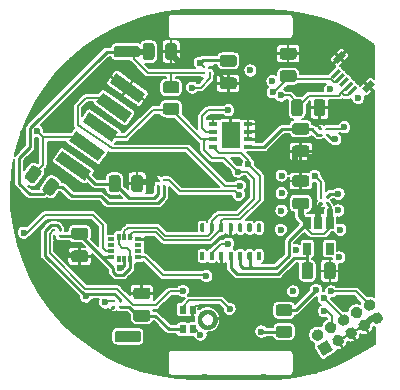
<source format=gbr>
G04 #@! TF.GenerationSoftware,KiCad,Pcbnew,5.1.9-73d0e3b20d~88~ubuntu20.04.1*
G04 #@! TF.CreationDate,2021-03-19T22:30:43+02:00*
G04 #@! TF.ProjectId,nRF5340-Wearable,6e524635-3334-4302-9d57-65617261626c,rev?*
G04 #@! TF.SameCoordinates,Original*
G04 #@! TF.FileFunction,Copper,L4,Bot*
G04 #@! TF.FilePolarity,Positive*
%FSLAX46Y46*%
G04 Gerber Fmt 4.6, Leading zero omitted, Abs format (unit mm)*
G04 Created by KiCad (PCBNEW 5.1.9-73d0e3b20d~88~ubuntu20.04.1) date 2021-03-19 22:30:43*
%MOMM*%
%LPD*%
G01*
G04 APERTURE LIST*
G04 #@! TA.AperFunction,EtchedComponent*
%ADD10C,0.001000*%
G04 #@! TD*
G04 #@! TA.AperFunction,SMDPad,CuDef*
%ADD11C,0.250000*%
G04 #@! TD*
G04 #@! TA.AperFunction,SMDPad,CuDef*
%ADD12C,0.100000*%
G04 #@! TD*
G04 #@! TA.AperFunction,SMDPad,CuDef*
%ADD13R,0.350000X0.610000*%
G04 #@! TD*
G04 #@! TA.AperFunction,SMDPad,CuDef*
%ADD14R,0.610000X0.350000*%
G04 #@! TD*
G04 #@! TA.AperFunction,SMDPad,CuDef*
%ADD15R,0.522000X0.725000*%
G04 #@! TD*
G04 #@! TA.AperFunction,SMDPad,CuDef*
%ADD16R,0.200000X0.200000*%
G04 #@! TD*
G04 #@! TA.AperFunction,SMDPad,CuDef*
%ADD17R,0.650000X1.060000*%
G04 #@! TD*
G04 #@! TA.AperFunction,SMDPad,CuDef*
%ADD18R,0.760000X0.320000*%
G04 #@! TD*
G04 #@! TA.AperFunction,SMDPad,CuDef*
%ADD19R,1.500000X2.300000*%
G04 #@! TD*
G04 #@! TA.AperFunction,ComponentPad*
%ADD20C,0.100000*%
G04 #@! TD*
G04 #@! TA.AperFunction,ViaPad*
%ADD21C,0.600000*%
G04 #@! TD*
G04 #@! TA.AperFunction,Conductor*
%ADD22C,0.200000*%
G04 #@! TD*
G04 #@! TA.AperFunction,Conductor*
%ADD23C,0.500000*%
G04 #@! TD*
G04 #@! TA.AperFunction,Conductor*
%ADD24C,0.250000*%
G04 #@! TD*
G04 #@! TA.AperFunction,Conductor*
%ADD25C,0.100000*%
G04 #@! TD*
G04 APERTURE END LIST*
D10*
G36*
X66510000Y-77560000D02*
G01*
X66210000Y-77560000D01*
X66210000Y-77550000D01*
X66211096Y-77508131D01*
X66214382Y-77466377D01*
X66219849Y-77424852D01*
X66227482Y-77383671D01*
X66237259Y-77342945D01*
X66249155Y-77302786D01*
X66263136Y-77263306D01*
X66279164Y-77224611D01*
X66297195Y-77186808D01*
X66317180Y-77150000D01*
X66339064Y-77114289D01*
X66362786Y-77079772D01*
X66388283Y-77046544D01*
X66415484Y-77014696D01*
X66444315Y-76984315D01*
X66474696Y-76955484D01*
X66506544Y-76928283D01*
X66539772Y-76902786D01*
X66574289Y-76879064D01*
X66610000Y-76857180D01*
X66646808Y-76837195D01*
X66684611Y-76819164D01*
X66723306Y-76803136D01*
X66762786Y-76789155D01*
X66802945Y-76777259D01*
X66843671Y-76767482D01*
X66884852Y-76759849D01*
X66926377Y-76754382D01*
X66968131Y-76751096D01*
X67010000Y-76750000D01*
X67020000Y-76750000D01*
X67062915Y-76751124D01*
X67105713Y-76754492D01*
X67148276Y-76760096D01*
X67190488Y-76767919D01*
X67232232Y-76777941D01*
X67273394Y-76790134D01*
X67313862Y-76804464D01*
X67353524Y-76820893D01*
X67392272Y-76839375D01*
X67430000Y-76859859D01*
X67466604Y-76882290D01*
X67501984Y-76906606D01*
X67536043Y-76932740D01*
X67568687Y-76960621D01*
X67599828Y-76990172D01*
X67629379Y-77021313D01*
X67657260Y-77053957D01*
X67683394Y-77088016D01*
X67707710Y-77123396D01*
X67730141Y-77160000D01*
X67750625Y-77197728D01*
X67769107Y-77236476D01*
X67785536Y-77276138D01*
X67799866Y-77316606D01*
X67812059Y-77357768D01*
X67822081Y-77399512D01*
X67829904Y-77441724D01*
X67835508Y-77484287D01*
X67838876Y-77527085D01*
X67840000Y-77570000D01*
X67840000Y-77580000D01*
X67838904Y-77621869D01*
X67835618Y-77663623D01*
X67830151Y-77705148D01*
X67822518Y-77746329D01*
X67812741Y-77787055D01*
X67800845Y-77827214D01*
X67786864Y-77866694D01*
X67770836Y-77905389D01*
X67752805Y-77943192D01*
X67732820Y-77980000D01*
X67710936Y-78015711D01*
X67687214Y-78050228D01*
X67661717Y-78083456D01*
X67634516Y-78115304D01*
X67605685Y-78145685D01*
X67575304Y-78174516D01*
X67543456Y-78201717D01*
X67510228Y-78227214D01*
X67475711Y-78250936D01*
X67440000Y-78272820D01*
X67403192Y-78292805D01*
X67365389Y-78310836D01*
X67326694Y-78326864D01*
X67287214Y-78340845D01*
X67247055Y-78352741D01*
X67206329Y-78362518D01*
X67165148Y-78370151D01*
X67123623Y-78375618D01*
X67081869Y-78378904D01*
X67040000Y-78380000D01*
X67010000Y-78380000D01*
X66968131Y-78378904D01*
X66926377Y-78375618D01*
X66884852Y-78370151D01*
X66843671Y-78362518D01*
X66802945Y-78352741D01*
X66762786Y-78340845D01*
X66723306Y-78326864D01*
X66684611Y-78310836D01*
X66646808Y-78292805D01*
X66610000Y-78272820D01*
X66574289Y-78250936D01*
X66539772Y-78227214D01*
X66506544Y-78201717D01*
X66474696Y-78174516D01*
X66444315Y-78145685D01*
X66415484Y-78115304D01*
X66388283Y-78083456D01*
X66362786Y-78050228D01*
X66339064Y-78015711D01*
X66317180Y-77980000D01*
X66297195Y-77943192D01*
X66279164Y-77905389D01*
X66263136Y-77866694D01*
X66249155Y-77827214D01*
X66237259Y-77787055D01*
X66227482Y-77746329D01*
X66219849Y-77705148D01*
X66214382Y-77663623D01*
X66211096Y-77621869D01*
X66210000Y-77580000D01*
X66510000Y-77580000D01*
X66510000Y-77590000D01*
X66510685Y-77616168D01*
X66512739Y-77642264D01*
X66516156Y-77668217D01*
X66520926Y-77693956D01*
X66527037Y-77719410D01*
X66534472Y-77744508D01*
X66543210Y-77769184D01*
X66553227Y-77793368D01*
X66564497Y-77816995D01*
X66576987Y-77840000D01*
X66590665Y-77862320D01*
X66605492Y-77883893D01*
X66621427Y-77904660D01*
X66638428Y-77924565D01*
X66656447Y-77943553D01*
X66675435Y-77961572D01*
X66695340Y-77978573D01*
X66716107Y-77994508D01*
X66737680Y-78009335D01*
X66760000Y-78023013D01*
X66783005Y-78035503D01*
X66806632Y-78046773D01*
X66830816Y-78056790D01*
X66855492Y-78065528D01*
X66880590Y-78072963D01*
X66906044Y-78079074D01*
X66931783Y-78083844D01*
X66957736Y-78087261D01*
X66983832Y-78089315D01*
X67010000Y-78090000D01*
X67037215Y-78089287D01*
X67064355Y-78087151D01*
X67091346Y-78083598D01*
X67118114Y-78078637D01*
X67144586Y-78072281D01*
X67170689Y-78064549D01*
X67196351Y-78055462D01*
X67221503Y-78045044D01*
X67246075Y-78033323D01*
X67270000Y-78020333D01*
X67293212Y-78006109D01*
X67315648Y-77990689D01*
X67337247Y-77974116D01*
X67357948Y-77956435D01*
X67377696Y-77937696D01*
X67396435Y-77917948D01*
X67414116Y-77897247D01*
X67430689Y-77875648D01*
X67446109Y-77853212D01*
X67460333Y-77830000D01*
X67473323Y-77806075D01*
X67485044Y-77781503D01*
X67495462Y-77756351D01*
X67504549Y-77730689D01*
X67512281Y-77704586D01*
X67518637Y-77678114D01*
X67523598Y-77651346D01*
X67527151Y-77624355D01*
X67529287Y-77597215D01*
X67530000Y-77570000D01*
X67530000Y-77560000D01*
X67529315Y-77533832D01*
X67527261Y-77507736D01*
X67523844Y-77481783D01*
X67519074Y-77456044D01*
X67512963Y-77430590D01*
X67505528Y-77405492D01*
X67496790Y-77380816D01*
X67486773Y-77356632D01*
X67475503Y-77333005D01*
X67463013Y-77310000D01*
X67449335Y-77287680D01*
X67434508Y-77266107D01*
X67418573Y-77245340D01*
X67401572Y-77225435D01*
X67383553Y-77206447D01*
X67364565Y-77188428D01*
X67344660Y-77171427D01*
X67323893Y-77155492D01*
X67302320Y-77140665D01*
X67280000Y-77126987D01*
X67256995Y-77114497D01*
X67233368Y-77103227D01*
X67209184Y-77093210D01*
X67184508Y-77084472D01*
X67159410Y-77077037D01*
X67133956Y-77070926D01*
X67108217Y-77066156D01*
X67082264Y-77062739D01*
X67056168Y-77060685D01*
X67030000Y-77060000D01*
X67010000Y-77060000D01*
X66983832Y-77060685D01*
X66957736Y-77062739D01*
X66931783Y-77066156D01*
X66906044Y-77070926D01*
X66880590Y-77077037D01*
X66855492Y-77084472D01*
X66830816Y-77093210D01*
X66806632Y-77103227D01*
X66783005Y-77114497D01*
X66760000Y-77126987D01*
X66737680Y-77140665D01*
X66716107Y-77155492D01*
X66695340Y-77171427D01*
X66675435Y-77188428D01*
X66656447Y-77206447D01*
X66638428Y-77225435D01*
X66621427Y-77245340D01*
X66605492Y-77266107D01*
X66590665Y-77287680D01*
X66576987Y-77310000D01*
X66564497Y-77333005D01*
X66553227Y-77356632D01*
X66543210Y-77380816D01*
X66534472Y-77405492D01*
X66527037Y-77430590D01*
X66520926Y-77456044D01*
X66516156Y-77481783D01*
X66512739Y-77507736D01*
X66510685Y-77533832D01*
X66510000Y-77560000D01*
G37*
X66510000Y-77560000D02*
X66210000Y-77560000D01*
X66210000Y-77550000D01*
X66211096Y-77508131D01*
X66214382Y-77466377D01*
X66219849Y-77424852D01*
X66227482Y-77383671D01*
X66237259Y-77342945D01*
X66249155Y-77302786D01*
X66263136Y-77263306D01*
X66279164Y-77224611D01*
X66297195Y-77186808D01*
X66317180Y-77150000D01*
X66339064Y-77114289D01*
X66362786Y-77079772D01*
X66388283Y-77046544D01*
X66415484Y-77014696D01*
X66444315Y-76984315D01*
X66474696Y-76955484D01*
X66506544Y-76928283D01*
X66539772Y-76902786D01*
X66574289Y-76879064D01*
X66610000Y-76857180D01*
X66646808Y-76837195D01*
X66684611Y-76819164D01*
X66723306Y-76803136D01*
X66762786Y-76789155D01*
X66802945Y-76777259D01*
X66843671Y-76767482D01*
X66884852Y-76759849D01*
X66926377Y-76754382D01*
X66968131Y-76751096D01*
X67010000Y-76750000D01*
X67020000Y-76750000D01*
X67062915Y-76751124D01*
X67105713Y-76754492D01*
X67148276Y-76760096D01*
X67190488Y-76767919D01*
X67232232Y-76777941D01*
X67273394Y-76790134D01*
X67313862Y-76804464D01*
X67353524Y-76820893D01*
X67392272Y-76839375D01*
X67430000Y-76859859D01*
X67466604Y-76882290D01*
X67501984Y-76906606D01*
X67536043Y-76932740D01*
X67568687Y-76960621D01*
X67599828Y-76990172D01*
X67629379Y-77021313D01*
X67657260Y-77053957D01*
X67683394Y-77088016D01*
X67707710Y-77123396D01*
X67730141Y-77160000D01*
X67750625Y-77197728D01*
X67769107Y-77236476D01*
X67785536Y-77276138D01*
X67799866Y-77316606D01*
X67812059Y-77357768D01*
X67822081Y-77399512D01*
X67829904Y-77441724D01*
X67835508Y-77484287D01*
X67838876Y-77527085D01*
X67840000Y-77570000D01*
X67840000Y-77580000D01*
X67838904Y-77621869D01*
X67835618Y-77663623D01*
X67830151Y-77705148D01*
X67822518Y-77746329D01*
X67812741Y-77787055D01*
X67800845Y-77827214D01*
X67786864Y-77866694D01*
X67770836Y-77905389D01*
X67752805Y-77943192D01*
X67732820Y-77980000D01*
X67710936Y-78015711D01*
X67687214Y-78050228D01*
X67661717Y-78083456D01*
X67634516Y-78115304D01*
X67605685Y-78145685D01*
X67575304Y-78174516D01*
X67543456Y-78201717D01*
X67510228Y-78227214D01*
X67475711Y-78250936D01*
X67440000Y-78272820D01*
X67403192Y-78292805D01*
X67365389Y-78310836D01*
X67326694Y-78326864D01*
X67287214Y-78340845D01*
X67247055Y-78352741D01*
X67206329Y-78362518D01*
X67165148Y-78370151D01*
X67123623Y-78375618D01*
X67081869Y-78378904D01*
X67040000Y-78380000D01*
X67010000Y-78380000D01*
X66968131Y-78378904D01*
X66926377Y-78375618D01*
X66884852Y-78370151D01*
X66843671Y-78362518D01*
X66802945Y-78352741D01*
X66762786Y-78340845D01*
X66723306Y-78326864D01*
X66684611Y-78310836D01*
X66646808Y-78292805D01*
X66610000Y-78272820D01*
X66574289Y-78250936D01*
X66539772Y-78227214D01*
X66506544Y-78201717D01*
X66474696Y-78174516D01*
X66444315Y-78145685D01*
X66415484Y-78115304D01*
X66388283Y-78083456D01*
X66362786Y-78050228D01*
X66339064Y-78015711D01*
X66317180Y-77980000D01*
X66297195Y-77943192D01*
X66279164Y-77905389D01*
X66263136Y-77866694D01*
X66249155Y-77827214D01*
X66237259Y-77787055D01*
X66227482Y-77746329D01*
X66219849Y-77705148D01*
X66214382Y-77663623D01*
X66211096Y-77621869D01*
X66210000Y-77580000D01*
X66510000Y-77580000D01*
X66510000Y-77590000D01*
X66510685Y-77616168D01*
X66512739Y-77642264D01*
X66516156Y-77668217D01*
X66520926Y-77693956D01*
X66527037Y-77719410D01*
X66534472Y-77744508D01*
X66543210Y-77769184D01*
X66553227Y-77793368D01*
X66564497Y-77816995D01*
X66576987Y-77840000D01*
X66590665Y-77862320D01*
X66605492Y-77883893D01*
X66621427Y-77904660D01*
X66638428Y-77924565D01*
X66656447Y-77943553D01*
X66675435Y-77961572D01*
X66695340Y-77978573D01*
X66716107Y-77994508D01*
X66737680Y-78009335D01*
X66760000Y-78023013D01*
X66783005Y-78035503D01*
X66806632Y-78046773D01*
X66830816Y-78056790D01*
X66855492Y-78065528D01*
X66880590Y-78072963D01*
X66906044Y-78079074D01*
X66931783Y-78083844D01*
X66957736Y-78087261D01*
X66983832Y-78089315D01*
X67010000Y-78090000D01*
X67037215Y-78089287D01*
X67064355Y-78087151D01*
X67091346Y-78083598D01*
X67118114Y-78078637D01*
X67144586Y-78072281D01*
X67170689Y-78064549D01*
X67196351Y-78055462D01*
X67221503Y-78045044D01*
X67246075Y-78033323D01*
X67270000Y-78020333D01*
X67293212Y-78006109D01*
X67315648Y-77990689D01*
X67337247Y-77974116D01*
X67357948Y-77956435D01*
X67377696Y-77937696D01*
X67396435Y-77917948D01*
X67414116Y-77897247D01*
X67430689Y-77875648D01*
X67446109Y-77853212D01*
X67460333Y-77830000D01*
X67473323Y-77806075D01*
X67485044Y-77781503D01*
X67495462Y-77756351D01*
X67504549Y-77730689D01*
X67512281Y-77704586D01*
X67518637Y-77678114D01*
X67523598Y-77651346D01*
X67527151Y-77624355D01*
X67529287Y-77597215D01*
X67530000Y-77570000D01*
X67530000Y-77560000D01*
X67529315Y-77533832D01*
X67527261Y-77507736D01*
X67523844Y-77481783D01*
X67519074Y-77456044D01*
X67512963Y-77430590D01*
X67505528Y-77405492D01*
X67496790Y-77380816D01*
X67486773Y-77356632D01*
X67475503Y-77333005D01*
X67463013Y-77310000D01*
X67449335Y-77287680D01*
X67434508Y-77266107D01*
X67418573Y-77245340D01*
X67401572Y-77225435D01*
X67383553Y-77206447D01*
X67364565Y-77188428D01*
X67344660Y-77171427D01*
X67323893Y-77155492D01*
X67302320Y-77140665D01*
X67280000Y-77126987D01*
X67256995Y-77114497D01*
X67233368Y-77103227D01*
X67209184Y-77093210D01*
X67184508Y-77084472D01*
X67159410Y-77077037D01*
X67133956Y-77070926D01*
X67108217Y-77066156D01*
X67082264Y-77062739D01*
X67056168Y-77060685D01*
X67030000Y-77060000D01*
X67010000Y-77060000D01*
X66983832Y-77060685D01*
X66957736Y-77062739D01*
X66931783Y-77066156D01*
X66906044Y-77070926D01*
X66880590Y-77077037D01*
X66855492Y-77084472D01*
X66830816Y-77093210D01*
X66806632Y-77103227D01*
X66783005Y-77114497D01*
X66760000Y-77126987D01*
X66737680Y-77140665D01*
X66716107Y-77155492D01*
X66695340Y-77171427D01*
X66675435Y-77188428D01*
X66656447Y-77206447D01*
X66638428Y-77225435D01*
X66621427Y-77245340D01*
X66605492Y-77266107D01*
X66590665Y-77287680D01*
X66576987Y-77310000D01*
X66564497Y-77333005D01*
X66553227Y-77356632D01*
X66543210Y-77380816D01*
X66534472Y-77405492D01*
X66527037Y-77430590D01*
X66520926Y-77456044D01*
X66516156Y-77481783D01*
X66512739Y-77507736D01*
X66510685Y-77533832D01*
X66510000Y-77560000D01*
D11*
X62880000Y-65780000D03*
X63380000Y-65780000D03*
X63380000Y-66280000D03*
X62880000Y-66280000D03*
X67230000Y-56230000D03*
X67230000Y-56730000D03*
X66730000Y-56730000D03*
X66730000Y-56230000D03*
X59100000Y-76530000D03*
X59100000Y-76030000D03*
X59600000Y-76030000D03*
X59600000Y-76530000D03*
X54040000Y-70520000D03*
X54040000Y-70020000D03*
X54540000Y-70020000D03*
X54540000Y-70520000D03*
X76630000Y-61420000D03*
X77130000Y-61420000D03*
X77130000Y-61920000D03*
X76630000Y-61920000D03*
X76630000Y-67740000D03*
X76630000Y-67240000D03*
X77130000Y-67240000D03*
X77130000Y-67740000D03*
G04 #@! TA.AperFunction,SMDPad,CuDef*
D12*
G36*
X77470101Y-56973553D02*
G01*
X78106497Y-56337157D01*
X78318629Y-56549289D01*
X77682233Y-57185685D01*
X77470101Y-56973553D01*
G37*
G04 #@! TD.AperFunction*
G04 #@! TA.AperFunction,SMDPad,CuDef*
G36*
X77823654Y-57327107D02*
G01*
X78460050Y-56690711D01*
X78672182Y-56902843D01*
X78035786Y-57539239D01*
X77823654Y-57327107D01*
G37*
G04 #@! TD.AperFunction*
G04 #@! TA.AperFunction,SMDPad,CuDef*
G36*
X78177208Y-57680660D02*
G01*
X78813604Y-57044264D01*
X79025736Y-57256396D01*
X78389340Y-57892792D01*
X78177208Y-57680660D01*
G37*
G04 #@! TD.AperFunction*
G04 #@! TA.AperFunction,SMDPad,CuDef*
G36*
X78530761Y-58034214D02*
G01*
X79167157Y-57397818D01*
X79379289Y-57609950D01*
X78742893Y-58246346D01*
X78530761Y-58034214D01*
G37*
G04 #@! TD.AperFunction*
G04 #@! TA.AperFunction,SMDPad,CuDef*
G36*
X78884315Y-58387767D02*
G01*
X79520711Y-57751371D01*
X79732843Y-57963503D01*
X79096447Y-58599899D01*
X78884315Y-58387767D01*
G37*
G04 #@! TD.AperFunction*
G04 #@! TA.AperFunction,SMDPad,CuDef*
G36*
X77682233Y-55559340D02*
G01*
X78389340Y-54852233D01*
X78757035Y-55219928D01*
X78049928Y-55927035D01*
X77682233Y-55559340D01*
G37*
G04 #@! TD.AperFunction*
G04 #@! TA.AperFunction,SMDPad,CuDef*
G36*
X80142965Y-58020072D02*
G01*
X80850072Y-57312965D01*
X81217767Y-57680660D01*
X80510660Y-58387767D01*
X80142965Y-58020072D01*
G37*
G04 #@! TD.AperFunction*
G04 #@! TA.AperFunction,SMDPad,CuDef*
G36*
G01*
X76020000Y-60115000D02*
X76020000Y-59165000D01*
G75*
G02*
X76270000Y-58915000I250000J0D01*
G01*
X76770000Y-58915000D01*
G75*
G02*
X77020000Y-59165000I0J-250000D01*
G01*
X77020000Y-60115000D01*
G75*
G02*
X76770000Y-60365000I-250000J0D01*
G01*
X76270000Y-60365000D01*
G75*
G02*
X76020000Y-60115000I0J250000D01*
G01*
G37*
G04 #@! TD.AperFunction*
G04 #@! TA.AperFunction,SMDPad,CuDef*
G36*
G01*
X74120000Y-60115000D02*
X74120000Y-59165000D01*
G75*
G02*
X74370000Y-58915000I250000J0D01*
G01*
X74870000Y-58915000D01*
G75*
G02*
X75120000Y-59165000I0J-250000D01*
G01*
X75120000Y-60115000D01*
G75*
G02*
X74870000Y-60365000I-250000J0D01*
G01*
X74370000Y-60365000D01*
G75*
G02*
X74120000Y-60115000I0J250000D01*
G01*
G37*
G04 #@! TD.AperFunction*
G04 #@! TA.AperFunction,SMDPad,CuDef*
G36*
G01*
X73395000Y-56470000D02*
X74345000Y-56470000D01*
G75*
G02*
X74595000Y-56720000I0J-250000D01*
G01*
X74595000Y-57220000D01*
G75*
G02*
X74345000Y-57470000I-250000J0D01*
G01*
X73395000Y-57470000D01*
G75*
G02*
X73145000Y-57220000I0J250000D01*
G01*
X73145000Y-56720000D01*
G75*
G02*
X73395000Y-56470000I250000J0D01*
G01*
G37*
G04 #@! TD.AperFunction*
G04 #@! TA.AperFunction,SMDPad,CuDef*
G36*
G01*
X73395000Y-54570000D02*
X74345000Y-54570000D01*
G75*
G02*
X74595000Y-54820000I0J-250000D01*
G01*
X74595000Y-55320000D01*
G75*
G02*
X74345000Y-55570000I-250000J0D01*
G01*
X73395000Y-55570000D01*
G75*
G02*
X73145000Y-55320000I0J250000D01*
G01*
X73145000Y-54820000D01*
G75*
G02*
X73395000Y-54570000I250000J0D01*
G01*
G37*
G04 #@! TD.AperFunction*
G04 #@! TA.AperFunction,SMDPad,CuDef*
G36*
G01*
X63460000Y-55365000D02*
X63460000Y-54415000D01*
G75*
G02*
X63710000Y-54165000I250000J0D01*
G01*
X64210000Y-54165000D01*
G75*
G02*
X64460000Y-54415000I0J-250000D01*
G01*
X64460000Y-55365000D01*
G75*
G02*
X64210000Y-55615000I-250000J0D01*
G01*
X63710000Y-55615000D01*
G75*
G02*
X63460000Y-55365000I0J250000D01*
G01*
G37*
G04 #@! TD.AperFunction*
G04 #@! TA.AperFunction,SMDPad,CuDef*
G36*
G01*
X61560000Y-55365000D02*
X61560000Y-54415000D01*
G75*
G02*
X61810000Y-54165000I250000J0D01*
G01*
X62310000Y-54165000D01*
G75*
G02*
X62560000Y-54415000I0J-250000D01*
G01*
X62560000Y-55365000D01*
G75*
G02*
X62310000Y-55615000I-250000J0D01*
G01*
X61810000Y-55615000D01*
G75*
G02*
X61560000Y-55365000I0J250000D01*
G01*
G37*
G04 #@! TD.AperFunction*
G04 #@! TA.AperFunction,SMDPad,CuDef*
G36*
X57610899Y-59186739D02*
G01*
X58184475Y-58367587D01*
X60641931Y-60088317D01*
X60068355Y-60907469D01*
X57610899Y-59186739D01*
G37*
G04 #@! TD.AperFunction*
G04 #@! TA.AperFunction,SMDPad,CuDef*
G36*
X55316593Y-62463347D02*
G01*
X55890169Y-61644195D01*
X58347625Y-63364925D01*
X57774049Y-64184077D01*
X55316593Y-62463347D01*
G37*
G04 #@! TD.AperFunction*
G04 #@! TA.AperFunction,SMDPad,CuDef*
G36*
X58758051Y-57548435D02*
G01*
X59331627Y-56729283D01*
X61789083Y-58450013D01*
X61215507Y-59269165D01*
X58758051Y-57548435D01*
G37*
G04 #@! TD.AperFunction*
G04 #@! TA.AperFunction,SMDPad,CuDef*
G36*
X56463746Y-60825043D02*
G01*
X57037322Y-60005891D01*
X59494778Y-61726621D01*
X58921202Y-62545773D01*
X56463746Y-60825043D01*
G37*
G04 #@! TD.AperFunction*
G04 #@! TA.AperFunction,SMDPad,CuDef*
G36*
X54169440Y-64101651D02*
G01*
X54743016Y-63282499D01*
X57200472Y-65003229D01*
X56626896Y-65822381D01*
X54169440Y-64101651D01*
G37*
G04 #@! TD.AperFunction*
G04 #@! TA.AperFunction,SMDPad,CuDef*
G36*
G01*
X73970002Y-77300000D02*
X73069998Y-77300000D01*
G75*
G02*
X72820000Y-77050002I0J249998D01*
G01*
X72820000Y-76524998D01*
G75*
G02*
X73069998Y-76275000I249998J0D01*
G01*
X73970002Y-76275000D01*
G75*
G02*
X74220000Y-76524998I0J-249998D01*
G01*
X74220000Y-77050002D01*
G75*
G02*
X73970002Y-77300000I-249998J0D01*
G01*
G37*
G04 #@! TD.AperFunction*
G04 #@! TA.AperFunction,SMDPad,CuDef*
G36*
G01*
X73970002Y-79125000D02*
X73069998Y-79125000D01*
G75*
G02*
X72820000Y-78875002I0J249998D01*
G01*
X72820000Y-78349998D01*
G75*
G02*
X73069998Y-78100000I249998J0D01*
G01*
X73970002Y-78100000D01*
G75*
G02*
X74220000Y-78349998I0J-249998D01*
G01*
X74220000Y-78875002D01*
G75*
G02*
X73970002Y-79125000I-249998J0D01*
G01*
G37*
G04 #@! TD.AperFunction*
G04 #@! TA.AperFunction,SMDPad,CuDef*
G36*
G01*
X60580000Y-66545000D02*
X60580000Y-65595000D01*
G75*
G02*
X60830000Y-65345000I250000J0D01*
G01*
X61330000Y-65345000D01*
G75*
G02*
X61580000Y-65595000I0J-250000D01*
G01*
X61580000Y-66545000D01*
G75*
G02*
X61330000Y-66795000I-250000J0D01*
G01*
X60830000Y-66795000D01*
G75*
G02*
X60580000Y-66545000I0J250000D01*
G01*
G37*
G04 #@! TD.AperFunction*
G04 #@! TA.AperFunction,SMDPad,CuDef*
G36*
G01*
X58680000Y-66545000D02*
X58680000Y-65595000D01*
G75*
G02*
X58930000Y-65345000I250000J0D01*
G01*
X59430000Y-65345000D01*
G75*
G02*
X59680000Y-65595000I0J-250000D01*
G01*
X59680000Y-66545000D01*
G75*
G02*
X59430000Y-66795000I-250000J0D01*
G01*
X58930000Y-66795000D01*
G75*
G02*
X58680000Y-66545000I0J250000D01*
G01*
G37*
G04 #@! TD.AperFunction*
G04 #@! TA.AperFunction,SMDPad,CuDef*
G36*
G01*
X63509998Y-59240000D02*
X64410002Y-59240000D01*
G75*
G02*
X64660000Y-59489998I0J-249998D01*
G01*
X64660000Y-60015002D01*
G75*
G02*
X64410002Y-60265000I-249998J0D01*
G01*
X63509998Y-60265000D01*
G75*
G02*
X63260000Y-60015002I0J249998D01*
G01*
X63260000Y-59489998D01*
G75*
G02*
X63509998Y-59240000I249998J0D01*
G01*
G37*
G04 #@! TD.AperFunction*
G04 #@! TA.AperFunction,SMDPad,CuDef*
G36*
G01*
X63509998Y-57415000D02*
X64410002Y-57415000D01*
G75*
G02*
X64660000Y-57664998I0J-249998D01*
G01*
X64660000Y-58190002D01*
G75*
G02*
X64410002Y-58440000I-249998J0D01*
G01*
X63509998Y-58440000D01*
G75*
G02*
X63260000Y-58190002I0J249998D01*
G01*
X63260000Y-57664998D01*
G75*
G02*
X63509998Y-57415000I249998J0D01*
G01*
G37*
G04 #@! TD.AperFunction*
G04 #@! TA.AperFunction,SMDPad,CuDef*
G36*
G01*
X52950450Y-65221950D02*
X52434229Y-65959190D01*
G75*
G02*
X52086050Y-66020583I-204786J143393D01*
G01*
X51655991Y-65719453D01*
G75*
G02*
X51594598Y-65371274I143393J204786D01*
G01*
X52110819Y-64634034D01*
G75*
G02*
X52458998Y-64572641I204786J-143393D01*
G01*
X52889057Y-64873771D01*
G75*
G02*
X52950450Y-65221950I-143393J-204786D01*
G01*
G37*
G04 #@! TD.AperFunction*
G04 #@! TA.AperFunction,SMDPad,CuDef*
G36*
G01*
X54445402Y-66268726D02*
X53929181Y-67005966D01*
G75*
G02*
X53581002Y-67067359I-204786J143393D01*
G01*
X53150943Y-66766229D01*
G75*
G02*
X53089550Y-66418050I143393J204786D01*
G01*
X53605771Y-65680810D01*
G75*
G02*
X53953950Y-65619417I204786J-143393D01*
G01*
X54384009Y-65920547D01*
G75*
G02*
X54445402Y-66268726I-143393J-204786D01*
G01*
G37*
G04 #@! TD.AperFunction*
D13*
X60510000Y-72450000D03*
X60010000Y-72450000D03*
X59510000Y-72450000D03*
D14*
X58850000Y-72290000D03*
X58850000Y-71790000D03*
X58850000Y-71290000D03*
X58850000Y-70790000D03*
D13*
X59510000Y-70630000D03*
X60010000Y-70630000D03*
X60510000Y-70630000D03*
D14*
X61170000Y-70790000D03*
X61170000Y-71290000D03*
X61170000Y-71790000D03*
X61170000Y-72290000D03*
D15*
X64949000Y-76732500D03*
X65771000Y-76732500D03*
D16*
X67693000Y-77554500D03*
D15*
X65771000Y-78407500D03*
X64949000Y-78407500D03*
G04 #@! TA.AperFunction,SMDPad,CuDef*
G36*
G01*
X68325000Y-57080000D02*
X69275000Y-57080000D01*
G75*
G02*
X69525000Y-57330000I0J-250000D01*
G01*
X69525000Y-57830000D01*
G75*
G02*
X69275000Y-58080000I-250000J0D01*
G01*
X68325000Y-58080000D01*
G75*
G02*
X68075000Y-57830000I0J250000D01*
G01*
X68075000Y-57330000D01*
G75*
G02*
X68325000Y-57080000I250000J0D01*
G01*
G37*
G04 #@! TD.AperFunction*
G04 #@! TA.AperFunction,SMDPad,CuDef*
G36*
G01*
X68325000Y-55180000D02*
X69275000Y-55180000D01*
G75*
G02*
X69525000Y-55430000I0J-250000D01*
G01*
X69525000Y-55930000D01*
G75*
G02*
X69275000Y-56180000I-250000J0D01*
G01*
X68325000Y-56180000D01*
G75*
G02*
X68075000Y-55930000I0J250000D01*
G01*
X68075000Y-55430000D01*
G75*
G02*
X68325000Y-55180000I250000J0D01*
G01*
G37*
G04 #@! TD.AperFunction*
G04 #@! TA.AperFunction,SMDPad,CuDef*
G36*
G01*
X76900000Y-73935000D02*
X76900000Y-72985000D01*
G75*
G02*
X77150000Y-72735000I250000J0D01*
G01*
X77650000Y-72735000D01*
G75*
G02*
X77900000Y-72985000I0J-250000D01*
G01*
X77900000Y-73935000D01*
G75*
G02*
X77650000Y-74185000I-250000J0D01*
G01*
X77150000Y-74185000D01*
G75*
G02*
X76900000Y-73935000I0J250000D01*
G01*
G37*
G04 #@! TD.AperFunction*
G04 #@! TA.AperFunction,SMDPad,CuDef*
G36*
G01*
X75000000Y-73935000D02*
X75000000Y-72985000D01*
G75*
G02*
X75250000Y-72735000I250000J0D01*
G01*
X75750000Y-72735000D01*
G75*
G02*
X76000000Y-72985000I0J-250000D01*
G01*
X76000000Y-73935000D01*
G75*
G02*
X75750000Y-74185000I-250000J0D01*
G01*
X75250000Y-74185000D01*
G75*
G02*
X75000000Y-73935000I0J250000D01*
G01*
G37*
G04 #@! TD.AperFunction*
G04 #@! TA.AperFunction,SMDPad,CuDef*
G36*
G01*
X61951000Y-75874000D02*
X61001000Y-75874000D01*
G75*
G02*
X60751000Y-75624000I0J250000D01*
G01*
X60751000Y-75124000D01*
G75*
G02*
X61001000Y-74874000I250000J0D01*
G01*
X61951000Y-74874000D01*
G75*
G02*
X62201000Y-75124000I0J-250000D01*
G01*
X62201000Y-75624000D01*
G75*
G02*
X61951000Y-75874000I-250000J0D01*
G01*
G37*
G04 #@! TD.AperFunction*
G04 #@! TA.AperFunction,SMDPad,CuDef*
G36*
G01*
X61951000Y-77774000D02*
X61001000Y-77774000D01*
G75*
G02*
X60751000Y-77524000I0J250000D01*
G01*
X60751000Y-77024000D01*
G75*
G02*
X61001000Y-76774000I250000J0D01*
G01*
X61951000Y-76774000D01*
G75*
G02*
X62201000Y-77024000I0J-250000D01*
G01*
X62201000Y-77524000D01*
G75*
G02*
X61951000Y-77774000I-250000J0D01*
G01*
G37*
G04 #@! TD.AperFunction*
G04 #@! TA.AperFunction,SMDPad,CuDef*
G36*
G01*
X55735000Y-71720000D02*
X56685000Y-71720000D01*
G75*
G02*
X56935000Y-71970000I0J-250000D01*
G01*
X56935000Y-72470000D01*
G75*
G02*
X56685000Y-72720000I-250000J0D01*
G01*
X55735000Y-72720000D01*
G75*
G02*
X55485000Y-72470000I0J250000D01*
G01*
X55485000Y-71970000D01*
G75*
G02*
X55735000Y-71720000I250000J0D01*
G01*
G37*
G04 #@! TD.AperFunction*
G04 #@! TA.AperFunction,SMDPad,CuDef*
G36*
G01*
X55735000Y-69820000D02*
X56685000Y-69820000D01*
G75*
G02*
X56935000Y-70070000I0J-250000D01*
G01*
X56935000Y-70570000D01*
G75*
G02*
X56685000Y-70820000I-250000J0D01*
G01*
X55735000Y-70820000D01*
G75*
G02*
X55485000Y-70570000I0J250000D01*
G01*
X55485000Y-70070000D01*
G75*
G02*
X55735000Y-69820000I250000J0D01*
G01*
G37*
G04 #@! TD.AperFunction*
G04 #@! TA.AperFunction,SMDPad,CuDef*
G36*
G01*
X74455000Y-62830000D02*
X75405000Y-62830000D01*
G75*
G02*
X75655000Y-63080000I0J-250000D01*
G01*
X75655000Y-63580000D01*
G75*
G02*
X75405000Y-63830000I-250000J0D01*
G01*
X74455000Y-63830000D01*
G75*
G02*
X74205000Y-63580000I0J250000D01*
G01*
X74205000Y-63080000D01*
G75*
G02*
X74455000Y-62830000I250000J0D01*
G01*
G37*
G04 #@! TD.AperFunction*
G04 #@! TA.AperFunction,SMDPad,CuDef*
G36*
G01*
X74455000Y-60930000D02*
X75405000Y-60930000D01*
G75*
G02*
X75655000Y-61180000I0J-250000D01*
G01*
X75655000Y-61680000D01*
G75*
G02*
X75405000Y-61930000I-250000J0D01*
G01*
X74455000Y-61930000D01*
G75*
G02*
X74205000Y-61680000I0J250000D01*
G01*
X74205000Y-61180000D01*
G75*
G02*
X74455000Y-60930000I250000J0D01*
G01*
G37*
G04 #@! TD.AperFunction*
G04 #@! TA.AperFunction,SMDPad,CuDef*
G36*
G01*
X75405000Y-66350000D02*
X74455000Y-66350000D01*
G75*
G02*
X74205000Y-66100000I0J250000D01*
G01*
X74205000Y-65600000D01*
G75*
G02*
X74455000Y-65350000I250000J0D01*
G01*
X75405000Y-65350000D01*
G75*
G02*
X75655000Y-65600000I0J-250000D01*
G01*
X75655000Y-66100000D01*
G75*
G02*
X75405000Y-66350000I-250000J0D01*
G01*
G37*
G04 #@! TD.AperFunction*
G04 #@! TA.AperFunction,SMDPad,CuDef*
G36*
G01*
X75405000Y-68250000D02*
X74455000Y-68250000D01*
G75*
G02*
X74205000Y-68000000I0J250000D01*
G01*
X74205000Y-67500000D01*
G75*
G02*
X74455000Y-67250000I250000J0D01*
G01*
X75405000Y-67250000D01*
G75*
G02*
X75655000Y-67500000I0J-250000D01*
G01*
X75655000Y-68000000D01*
G75*
G02*
X75405000Y-68250000I-250000J0D01*
G01*
G37*
G04 #@! TD.AperFunction*
D17*
X75480000Y-71580000D03*
X77380000Y-71580000D03*
X77380000Y-69380000D03*
X76430000Y-69380000D03*
X75480000Y-69380000D03*
D18*
X67515000Y-62975000D03*
X67515000Y-62325000D03*
X67515000Y-61675000D03*
X67515000Y-61025000D03*
X70485000Y-61025000D03*
X70485000Y-61675000D03*
X70485000Y-62325000D03*
X70485000Y-62975000D03*
D19*
X69000000Y-62000000D03*
G04 #@! TA.AperFunction,ComponentPad*
G36*
G01*
X81014409Y-76793161D02*
X81014409Y-76793161D01*
G75*
G02*
X80331396Y-76610148I-250000J433013D01*
G01*
X80331396Y-76610148D01*
G75*
G02*
X80514409Y-75927135I433013J250000D01*
G01*
X80514409Y-75927135D01*
G75*
G02*
X81197422Y-76110148I250000J-433013D01*
G01*
X81197422Y-76110148D01*
G75*
G02*
X81014409Y-76793161I-433013J-250000D01*
G01*
G37*
G04 #@! TD.AperFunction*
G04 #@! TA.AperFunction,ComponentPad*
G36*
G01*
X81649409Y-77893013D02*
X81649409Y-77893013D01*
G75*
G02*
X80966396Y-77710000I-250000J433013D01*
G01*
X80966396Y-77710000D01*
G75*
G02*
X81149409Y-77026987I433013J250000D01*
G01*
X81149409Y-77026987D01*
G75*
G02*
X81832422Y-77210000I250000J-433013D01*
G01*
X81832422Y-77210000D01*
G75*
G02*
X81649409Y-77893013I-433013J-250000D01*
G01*
G37*
G04 #@! TD.AperFunction*
G04 #@! TA.AperFunction,ComponentPad*
G36*
G01*
X79914557Y-77428161D02*
X79914557Y-77428161D01*
G75*
G02*
X79231544Y-77245148I-250000J433013D01*
G01*
X79231544Y-77245148D01*
G75*
G02*
X79414557Y-76562135I433013J250000D01*
G01*
X79414557Y-76562135D01*
G75*
G02*
X80097570Y-76745148I250000J-433013D01*
G01*
X80097570Y-76745148D01*
G75*
G02*
X79914557Y-77428161I-433013J-250000D01*
G01*
G37*
G04 #@! TD.AperFunction*
G04 #@! TA.AperFunction,ComponentPad*
G36*
G01*
X80549557Y-78528013D02*
X80549557Y-78528013D01*
G75*
G02*
X79866544Y-78345000I-250000J433013D01*
G01*
X79866544Y-78345000D01*
G75*
G02*
X80049557Y-77661987I433013J250000D01*
G01*
X80049557Y-77661987D01*
G75*
G02*
X80732570Y-77845000I250000J-433013D01*
G01*
X80732570Y-77845000D01*
G75*
G02*
X80549557Y-78528013I-433013J-250000D01*
G01*
G37*
G04 #@! TD.AperFunction*
G04 #@! TA.AperFunction,ComponentPad*
G36*
G01*
X78814705Y-78063161D02*
X78814705Y-78063161D01*
G75*
G02*
X78131692Y-77880148I-250000J433013D01*
G01*
X78131692Y-77880148D01*
G75*
G02*
X78314705Y-77197135I433013J250000D01*
G01*
X78314705Y-77197135D01*
G75*
G02*
X78997718Y-77380148I250000J-433013D01*
G01*
X78997718Y-77380148D01*
G75*
G02*
X78814705Y-78063161I-433013J-250000D01*
G01*
G37*
G04 #@! TD.AperFunction*
G04 #@! TA.AperFunction,ComponentPad*
G36*
G01*
X79449705Y-79163013D02*
X79449705Y-79163013D01*
G75*
G02*
X78766692Y-78980000I-250000J433013D01*
G01*
X78766692Y-78980000D01*
G75*
G02*
X78949705Y-78296987I433013J250000D01*
G01*
X78949705Y-78296987D01*
G75*
G02*
X79632718Y-78480000I250000J-433013D01*
G01*
X79632718Y-78480000D01*
G75*
G02*
X79449705Y-79163013I-433013J-250000D01*
G01*
G37*
G04 #@! TD.AperFunction*
G04 #@! TA.AperFunction,ComponentPad*
G36*
G01*
X77714852Y-78698161D02*
X77714852Y-78698161D01*
G75*
G02*
X77031839Y-78515148I-250000J433013D01*
G01*
X77031839Y-78515148D01*
G75*
G02*
X77214852Y-77832135I433013J250000D01*
G01*
X77214852Y-77832135D01*
G75*
G02*
X77897865Y-78015148I250000J-433013D01*
G01*
X77897865Y-78015148D01*
G75*
G02*
X77714852Y-78698161I-433013J-250000D01*
G01*
G37*
G04 #@! TD.AperFunction*
G04 #@! TA.AperFunction,ComponentPad*
G36*
G01*
X78349852Y-79798013D02*
X78349852Y-79798013D01*
G75*
G02*
X77666839Y-79615000I-250000J433013D01*
G01*
X77666839Y-79615000D01*
G75*
G02*
X77849852Y-78931987I433013J250000D01*
G01*
X77849852Y-78931987D01*
G75*
G02*
X78532865Y-79115000I250000J-433013D01*
G01*
X78532865Y-79115000D01*
G75*
G02*
X78349852Y-79798013I-433013J-250000D01*
G01*
G37*
G04 #@! TD.AperFunction*
G04 #@! TA.AperFunction,ComponentPad*
G36*
G01*
X76615000Y-79333161D02*
X76615000Y-79333161D01*
G75*
G02*
X75931987Y-79150148I-250000J433013D01*
G01*
X75931987Y-79150148D01*
G75*
G02*
X76115000Y-78467135I433013J250000D01*
G01*
X76115000Y-78467135D01*
G75*
G02*
X76798013Y-78650148I250000J-433013D01*
G01*
X76798013Y-78650148D01*
G75*
G02*
X76615000Y-79333161I-433013J-250000D01*
G01*
G37*
G04 #@! TD.AperFunction*
G04 #@! TA.AperFunction,ComponentPad*
D20*
G36*
X77683013Y-80183013D02*
G01*
X76816987Y-80683013D01*
X76316987Y-79816987D01*
X77183013Y-79316987D01*
X77683013Y-80183013D01*
G37*
G04 #@! TD.AperFunction*
G04 #@! TA.AperFunction,SMDPad,CuDef*
G36*
G01*
X66512500Y-71825000D02*
X66687500Y-71825000D01*
G75*
G02*
X66775000Y-71912500I0J-87500D01*
G01*
X66775000Y-72487500D01*
G75*
G02*
X66687500Y-72575000I-87500J0D01*
G01*
X66512500Y-72575000D01*
G75*
G02*
X66425000Y-72487500I0J87500D01*
G01*
X66425000Y-71912500D01*
G75*
G02*
X66512500Y-71825000I87500J0D01*
G01*
G37*
G04 #@! TD.AperFunction*
G04 #@! TA.AperFunction,SMDPad,CuDef*
G36*
G01*
X67312500Y-71825000D02*
X67487500Y-71825000D01*
G75*
G02*
X67575000Y-71912500I0J-87500D01*
G01*
X67575000Y-72487500D01*
G75*
G02*
X67487500Y-72575000I-87500J0D01*
G01*
X67312500Y-72575000D01*
G75*
G02*
X67225000Y-72487500I0J87500D01*
G01*
X67225000Y-71912500D01*
G75*
G02*
X67312500Y-71825000I87500J0D01*
G01*
G37*
G04 #@! TD.AperFunction*
G04 #@! TA.AperFunction,SMDPad,CuDef*
G36*
G01*
X68112500Y-71825000D02*
X68287500Y-71825000D01*
G75*
G02*
X68375000Y-71912500I0J-87500D01*
G01*
X68375000Y-72487500D01*
G75*
G02*
X68287500Y-72575000I-87500J0D01*
G01*
X68112500Y-72575000D01*
G75*
G02*
X68025000Y-72487500I0J87500D01*
G01*
X68025000Y-71912500D01*
G75*
G02*
X68112500Y-71825000I87500J0D01*
G01*
G37*
G04 #@! TD.AperFunction*
G04 #@! TA.AperFunction,SMDPad,CuDef*
G36*
G01*
X68912500Y-71825000D02*
X69087500Y-71825000D01*
G75*
G02*
X69175000Y-71912500I0J-87500D01*
G01*
X69175000Y-72487500D01*
G75*
G02*
X69087500Y-72575000I-87500J0D01*
G01*
X68912500Y-72575000D01*
G75*
G02*
X68825000Y-72487500I0J87500D01*
G01*
X68825000Y-71912500D01*
G75*
G02*
X68912500Y-71825000I87500J0D01*
G01*
G37*
G04 #@! TD.AperFunction*
G04 #@! TA.AperFunction,SMDPad,CuDef*
G36*
G01*
X69712500Y-71825000D02*
X69887500Y-71825000D01*
G75*
G02*
X69975000Y-71912500I0J-87500D01*
G01*
X69975000Y-72487500D01*
G75*
G02*
X69887500Y-72575000I-87500J0D01*
G01*
X69712500Y-72575000D01*
G75*
G02*
X69625000Y-72487500I0J87500D01*
G01*
X69625000Y-71912500D01*
G75*
G02*
X69712500Y-71825000I87500J0D01*
G01*
G37*
G04 #@! TD.AperFunction*
G04 #@! TA.AperFunction,SMDPad,CuDef*
G36*
G01*
X70512500Y-71825000D02*
X70687500Y-71825000D01*
G75*
G02*
X70775000Y-71912500I0J-87500D01*
G01*
X70775000Y-72487500D01*
G75*
G02*
X70687500Y-72575000I-87500J0D01*
G01*
X70512500Y-72575000D01*
G75*
G02*
X70425000Y-72487500I0J87500D01*
G01*
X70425000Y-71912500D01*
G75*
G02*
X70512500Y-71825000I87500J0D01*
G01*
G37*
G04 #@! TD.AperFunction*
G04 #@! TA.AperFunction,SMDPad,CuDef*
G36*
G01*
X71312500Y-71825000D02*
X71487500Y-71825000D01*
G75*
G02*
X71575000Y-71912500I0J-87500D01*
G01*
X71575000Y-72487500D01*
G75*
G02*
X71487500Y-72575000I-87500J0D01*
G01*
X71312500Y-72575000D01*
G75*
G02*
X71225000Y-72487500I0J87500D01*
G01*
X71225000Y-71912500D01*
G75*
G02*
X71312500Y-71825000I87500J0D01*
G01*
G37*
G04 #@! TD.AperFunction*
G04 #@! TA.AperFunction,SMDPad,CuDef*
G36*
G01*
X71312500Y-69425000D02*
X71487500Y-69425000D01*
G75*
G02*
X71575000Y-69512500I0J-87500D01*
G01*
X71575000Y-70087500D01*
G75*
G02*
X71487500Y-70175000I-87500J0D01*
G01*
X71312500Y-70175000D01*
G75*
G02*
X71225000Y-70087500I0J87500D01*
G01*
X71225000Y-69512500D01*
G75*
G02*
X71312500Y-69425000I87500J0D01*
G01*
G37*
G04 #@! TD.AperFunction*
G04 #@! TA.AperFunction,SMDPad,CuDef*
G36*
G01*
X70512500Y-69425000D02*
X70687500Y-69425000D01*
G75*
G02*
X70775000Y-69512500I0J-87500D01*
G01*
X70775000Y-70087500D01*
G75*
G02*
X70687500Y-70175000I-87500J0D01*
G01*
X70512500Y-70175000D01*
G75*
G02*
X70425000Y-70087500I0J87500D01*
G01*
X70425000Y-69512500D01*
G75*
G02*
X70512500Y-69425000I87500J0D01*
G01*
G37*
G04 #@! TD.AperFunction*
G04 #@! TA.AperFunction,SMDPad,CuDef*
G36*
G01*
X69712500Y-69425000D02*
X69887500Y-69425000D01*
G75*
G02*
X69975000Y-69512500I0J-87500D01*
G01*
X69975000Y-70087500D01*
G75*
G02*
X69887500Y-70175000I-87500J0D01*
G01*
X69712500Y-70175000D01*
G75*
G02*
X69625000Y-70087500I0J87500D01*
G01*
X69625000Y-69512500D01*
G75*
G02*
X69712500Y-69425000I87500J0D01*
G01*
G37*
G04 #@! TD.AperFunction*
G04 #@! TA.AperFunction,SMDPad,CuDef*
G36*
G01*
X68912500Y-69425000D02*
X69087500Y-69425000D01*
G75*
G02*
X69175000Y-69512500I0J-87500D01*
G01*
X69175000Y-70087500D01*
G75*
G02*
X69087500Y-70175000I-87500J0D01*
G01*
X68912500Y-70175000D01*
G75*
G02*
X68825000Y-70087500I0J87500D01*
G01*
X68825000Y-69512500D01*
G75*
G02*
X68912500Y-69425000I87500J0D01*
G01*
G37*
G04 #@! TD.AperFunction*
G04 #@! TA.AperFunction,SMDPad,CuDef*
G36*
G01*
X68112500Y-69425000D02*
X68287500Y-69425000D01*
G75*
G02*
X68375000Y-69512500I0J-87500D01*
G01*
X68375000Y-70087500D01*
G75*
G02*
X68287500Y-70175000I-87500J0D01*
G01*
X68112500Y-70175000D01*
G75*
G02*
X68025000Y-70087500I0J87500D01*
G01*
X68025000Y-69512500D01*
G75*
G02*
X68112500Y-69425000I87500J0D01*
G01*
G37*
G04 #@! TD.AperFunction*
G04 #@! TA.AperFunction,SMDPad,CuDef*
G36*
G01*
X67312500Y-69425000D02*
X67487500Y-69425000D01*
G75*
G02*
X67575000Y-69512500I0J-87500D01*
G01*
X67575000Y-70087500D01*
G75*
G02*
X67487500Y-70175000I-87500J0D01*
G01*
X67312500Y-70175000D01*
G75*
G02*
X67225000Y-70087500I0J87500D01*
G01*
X67225000Y-69512500D01*
G75*
G02*
X67312500Y-69425000I87500J0D01*
G01*
G37*
G04 #@! TD.AperFunction*
G04 #@! TA.AperFunction,SMDPad,CuDef*
G36*
G01*
X66512500Y-69425000D02*
X66687500Y-69425000D01*
G75*
G02*
X66775000Y-69512500I0J-87500D01*
G01*
X66775000Y-70087500D01*
G75*
G02*
X66687500Y-70175000I-87500J0D01*
G01*
X66512500Y-70175000D01*
G75*
G02*
X66425000Y-70087500I0J87500D01*
G01*
X66425000Y-69512500D01*
G75*
G02*
X66512500Y-69425000I87500J0D01*
G01*
G37*
G04 #@! TD.AperFunction*
D21*
X60900000Y-79000000D03*
X60800000Y-54900000D03*
X56743148Y-75624641D03*
X59600000Y-54900000D03*
X59700000Y-79000000D03*
X78129998Y-66940000D03*
X77860000Y-62330000D03*
X54070000Y-64830000D03*
X57530000Y-69960000D03*
X79220000Y-56490000D03*
X62210000Y-61790000D03*
X66430000Y-65500000D03*
X54570000Y-67490000D03*
X80750000Y-62300000D03*
X80740000Y-60040000D03*
X64580000Y-72540000D03*
X67540000Y-67840000D03*
X64620000Y-68230000D03*
X75740000Y-63860000D03*
X76490000Y-71690000D03*
X70120000Y-55620000D03*
X72110000Y-61200000D03*
X69440000Y-74730000D03*
X79130000Y-65340000D03*
X79190000Y-68350000D03*
X75000000Y-52300000D03*
X62900000Y-52200000D03*
X63100000Y-81500000D03*
X75000000Y-81500000D03*
X56400000Y-78400000D03*
X53200000Y-75300000D03*
X56100000Y-55300000D03*
X53800000Y-57600000D03*
X50780000Y-66730000D03*
X76130000Y-81980000D03*
X69200000Y-79600000D03*
X64600000Y-55800000D03*
X71700000Y-54100000D03*
X65700000Y-54000000D03*
X68800000Y-54000000D03*
X65600000Y-79800000D03*
X71800000Y-79700000D03*
X75400000Y-77000000D03*
X70700000Y-71100000D03*
X78900000Y-71900000D03*
X80720000Y-69140000D03*
X80710000Y-66880000D03*
X80720000Y-64610000D03*
X80710000Y-71540000D03*
X80750000Y-73800000D03*
X80810000Y-79630000D03*
X80780000Y-54720000D03*
X78190000Y-53070000D03*
X77700000Y-81360000D03*
X71840000Y-82460000D03*
X66820000Y-82450000D03*
X51700000Y-72270000D03*
X51420000Y-61890000D03*
X73400000Y-62370000D03*
X78170000Y-63860000D03*
X72210000Y-69880000D03*
X70240000Y-59300000D03*
X67390000Y-58860000D03*
X76270000Y-54120000D03*
X74420000Y-63870000D03*
X68130000Y-64470000D03*
X72150000Y-76100000D03*
X74400000Y-79630000D03*
X68260000Y-73550000D03*
X72960000Y-71390000D03*
X75340000Y-57940000D03*
X75630000Y-55700000D03*
X71700000Y-57530000D03*
X64470000Y-61790000D03*
X52280000Y-63740000D03*
X59605010Y-73234990D03*
X69440000Y-64090000D03*
X79470000Y-75940000D03*
X68790000Y-71160000D03*
X70669975Y-56490025D03*
X70500000Y-64430000D03*
X52620000Y-61640000D03*
X79790000Y-58830000D03*
X69610000Y-65060000D03*
X77420000Y-58070000D03*
X77500000Y-75200000D03*
X76886084Y-76866084D03*
X68790000Y-59860000D03*
X51500000Y-70230000D03*
X73320000Y-66890000D03*
X73320000Y-65400000D03*
X66940000Y-73910000D03*
X76106791Y-65419080D03*
X73248909Y-69988909D03*
X78610000Y-61300000D03*
X64960000Y-75150000D03*
X74518572Y-71689279D03*
X58380662Y-76134540D03*
X78110000Y-68350000D03*
X66370000Y-55860000D03*
X68910000Y-76684540D03*
X78290000Y-69980000D03*
X66440000Y-78860000D03*
X78200000Y-72320000D03*
X65730000Y-57950000D03*
X71600000Y-78600000D03*
X69770000Y-66260000D03*
X76233916Y-75066084D03*
X74280000Y-75200000D03*
X72540000Y-57400000D03*
X73300000Y-68360000D03*
X69679986Y-67011855D03*
X73250000Y-58610000D03*
X72550000Y-58340000D03*
X76876360Y-75781456D03*
D22*
X60800000Y-55520000D02*
X60800000Y-54900000D01*
X61960000Y-56680000D02*
X60800000Y-55520000D01*
D23*
X61760000Y-54900000D02*
X62030000Y-54630000D01*
X60800000Y-54900000D02*
X61760000Y-54900000D01*
D22*
X63960000Y-56766000D02*
X64046000Y-56680000D01*
X63960000Y-57927500D02*
X63960000Y-56766000D01*
X64046000Y-56680000D02*
X61960000Y-56680000D01*
D24*
X54743388Y-66343388D02*
X53767476Y-66343388D01*
X55540000Y-67140000D02*
X54743388Y-66343388D01*
X58580000Y-67730000D02*
X57990000Y-67140000D01*
X57990000Y-67140000D02*
X55540000Y-67140000D01*
X62830000Y-67730000D02*
X58580000Y-67730000D01*
X63380000Y-67180000D02*
X62830000Y-67730000D01*
X63380000Y-66280000D02*
X63380000Y-67180000D01*
X54316775Y-69619999D02*
X53790001Y-69619999D01*
X54540000Y-69843224D02*
X54316775Y-69619999D01*
X53289988Y-70120012D02*
X53289988Y-72171481D01*
X53790001Y-69619999D02*
X53289988Y-70120012D01*
X53289988Y-72171481D02*
X56743148Y-75624641D01*
X54540000Y-70020000D02*
X54540000Y-69843224D01*
X56962778Y-75405011D02*
X56743148Y-75624641D01*
X59600000Y-75860344D02*
X59144667Y-75405011D01*
X59144667Y-75405011D02*
X56962778Y-75405011D01*
X59600000Y-76030000D02*
X59600000Y-75860344D01*
X77430000Y-66940000D02*
X78129998Y-66940000D01*
X77130000Y-67240000D02*
X77430000Y-66940000D01*
X77540000Y-62330000D02*
X77130000Y-61920000D01*
X77860000Y-62330000D02*
X77540000Y-62330000D01*
D22*
X66300000Y-56680000D02*
X64046000Y-56680000D01*
X66670000Y-56680000D02*
X66300000Y-56680000D01*
X66710000Y-56720000D02*
X66670000Y-56680000D01*
D24*
X53140864Y-66970000D02*
X53767476Y-66343388D01*
X51110000Y-66080000D02*
X52000000Y-66970000D01*
X51110000Y-63940000D02*
X51110000Y-66080000D01*
X52000000Y-66970000D02*
X53140864Y-66970000D01*
X52044999Y-63005001D02*
X51110000Y-63940000D01*
X58520000Y-54900000D02*
X52044999Y-61375001D01*
X52044999Y-61375001D02*
X52044999Y-63005001D01*
X59600000Y-54900000D02*
X58520000Y-54900000D01*
D23*
X80934557Y-77460000D02*
X80299557Y-78095000D01*
X81399409Y-77460000D02*
X80934557Y-77460000D01*
X56210000Y-72220000D02*
X56250000Y-72260000D01*
X76430000Y-69380000D02*
X76430000Y-68410000D01*
D22*
X66053500Y-76450000D02*
X65771000Y-76732500D01*
X67660000Y-76450000D02*
X66053500Y-76450000D01*
X68140000Y-76930000D02*
X67660000Y-76450000D01*
X68140000Y-77340000D02*
X68140000Y-76930000D01*
X67925500Y-77554500D02*
X68140000Y-77340000D01*
X67693000Y-77554500D02*
X67925500Y-77554500D01*
D23*
X63930000Y-55130000D02*
X64600000Y-55800000D01*
X63930000Y-54630000D02*
X63930000Y-55130000D01*
D24*
X60010000Y-72450000D02*
X60010000Y-73005000D01*
X60010000Y-73005000D02*
X59780010Y-73234990D01*
X59780010Y-73234990D02*
X59605010Y-73234990D01*
X61370000Y-65780000D02*
X61080000Y-66070000D01*
X62880000Y-65780000D02*
X61370000Y-65780000D01*
X54040000Y-70775000D02*
X54040000Y-70520000D01*
X55485000Y-72220000D02*
X54040000Y-70775000D01*
X56210000Y-72220000D02*
X55485000Y-72220000D01*
X76440000Y-68400000D02*
X76430000Y-68410000D01*
X76440000Y-67930000D02*
X76440000Y-68400000D01*
X76630000Y-67740000D02*
X76440000Y-67930000D01*
X67890000Y-56670000D02*
X68800000Y-57580000D01*
X67450000Y-56230000D02*
X67890000Y-56670000D01*
X67230000Y-56230000D02*
X67450000Y-56230000D01*
D22*
X68220000Y-71160000D02*
X68790000Y-71160000D01*
X67400000Y-71980000D02*
X68220000Y-71160000D01*
X67400000Y-72200000D02*
X67400000Y-71980000D01*
D24*
X70600000Y-73030000D02*
X70600000Y-72200000D01*
X70820000Y-73250000D02*
X70600000Y-73030000D01*
X72210000Y-73250000D02*
X70820000Y-73250000D01*
X70080000Y-73250000D02*
X72210000Y-73250000D01*
X69800000Y-72970000D02*
X70080000Y-73250000D01*
X69800000Y-72200000D02*
X69800000Y-72970000D01*
D23*
X74930000Y-68830000D02*
X75480000Y-69380000D01*
X74930000Y-67750000D02*
X74930000Y-68830000D01*
X77380000Y-69380000D02*
X77380000Y-68300000D01*
D22*
X75480000Y-69920000D02*
X75480000Y-69380000D01*
X75860000Y-70300000D02*
X75480000Y-69920000D01*
X77380000Y-69840000D02*
X76920000Y-70300000D01*
X76920000Y-70300000D02*
X75860000Y-70300000D01*
X77380000Y-69380000D02*
X77380000Y-69840000D01*
D24*
X77390000Y-68000000D02*
X77390000Y-68220000D01*
X77130000Y-67740000D02*
X77390000Y-68000000D01*
X73930000Y-70930000D02*
X75480000Y-69380000D01*
X72850000Y-73250000D02*
X73930000Y-72170000D01*
X73930000Y-72170000D02*
X73930000Y-70930000D01*
X72210000Y-73250000D02*
X72850000Y-73250000D01*
X60530000Y-70610000D02*
X60510000Y-70630000D01*
D22*
X53110000Y-62130000D02*
X53110000Y-64459136D01*
X53110000Y-64459136D02*
X52272524Y-65296612D01*
X52620000Y-61640000D02*
X53110000Y-62130000D01*
X53440000Y-62130000D02*
X53110000Y-62130000D01*
X56047973Y-62130000D02*
X53440000Y-62130000D01*
X56832109Y-62914136D02*
X56047973Y-62130000D01*
X60530000Y-70350000D02*
X60530000Y-70610000D01*
X60710000Y-70170000D02*
X60530000Y-70350000D01*
X67270000Y-70850000D02*
X63340000Y-70850000D01*
X63340000Y-70850000D02*
X62660000Y-70170000D01*
X68200000Y-69920000D02*
X67270000Y-70850000D01*
X62660000Y-70170000D02*
X60710000Y-70170000D01*
X68200000Y-69800000D02*
X68200000Y-69920000D01*
X70500000Y-64110000D02*
X70500000Y-64430000D01*
X69899989Y-63509989D02*
X70500000Y-64110000D01*
X68049989Y-63509989D02*
X69899989Y-63509989D01*
X67515000Y-62975000D02*
X68049989Y-63509989D01*
X71490000Y-65420000D02*
X70500000Y-64430000D01*
X71490000Y-67430000D02*
X71490000Y-65420000D01*
X69830000Y-69090000D02*
X71490000Y-67430000D01*
X68320000Y-69090000D02*
X69830000Y-69090000D01*
X68200000Y-69210000D02*
X68320000Y-69090000D01*
X68200000Y-69800000D02*
X68200000Y-69210000D01*
X66740000Y-62470000D02*
X66740000Y-63260000D01*
X67515000Y-62325000D02*
X66885000Y-62325000D01*
X67390000Y-63910000D02*
X68460000Y-63910000D01*
X66740000Y-63260000D02*
X67390000Y-63910000D01*
X68460000Y-63910000D02*
X69610000Y-65060000D01*
X66885000Y-62325000D02*
X66740000Y-62470000D01*
X66522500Y-62325000D02*
X64020000Y-59822500D01*
X67515000Y-62325000D02*
X66522500Y-62325000D01*
X58833430Y-62130000D02*
X57979262Y-61275832D01*
X60130000Y-62130000D02*
X58833430Y-62130000D01*
X62437500Y-59822500D02*
X60130000Y-62130000D01*
X64020000Y-59822500D02*
X62437500Y-59822500D01*
X67105000Y-70470000D02*
X67400000Y-70175000D01*
X67400000Y-70175000D02*
X67400000Y-69800000D01*
X63454990Y-70470000D02*
X67105000Y-70470000D01*
X62804979Y-69819989D02*
X63454990Y-70470000D01*
X60315010Y-69819990D02*
X62804979Y-69819989D01*
X60010000Y-70125000D02*
X60315010Y-69819990D01*
X60010000Y-70630000D02*
X60010000Y-70125000D01*
X70350000Y-65060000D02*
X69610000Y-65060000D01*
X70970000Y-65680000D02*
X70350000Y-65060000D01*
X70970000Y-67370000D02*
X70970000Y-65680000D01*
X69600010Y-68739990D02*
X70970000Y-67370000D01*
X67920010Y-68739990D02*
X69600010Y-68739990D01*
X67400000Y-69260000D02*
X67920010Y-68739990D01*
X67400000Y-69800000D02*
X67400000Y-69260000D01*
D24*
X80760148Y-76360148D02*
X80764409Y-76360148D01*
D22*
X79600000Y-75200000D02*
X80760148Y-76360148D01*
X77500000Y-75200000D02*
X79600000Y-75200000D01*
X77136084Y-76866084D02*
X76886084Y-76866084D01*
X77560000Y-77290000D02*
X77136084Y-76866084D01*
X77560000Y-78170000D02*
X77560000Y-77290000D01*
X77464852Y-78265148D02*
X77560000Y-78170000D01*
X67050000Y-59860000D02*
X68790000Y-59860000D01*
X66570000Y-60340000D02*
X67050000Y-59860000D01*
X66570000Y-61330000D02*
X66570000Y-60340000D01*
X66915000Y-61675000D02*
X66570000Y-61330000D01*
X67515000Y-61675000D02*
X66915000Y-61675000D01*
X51760000Y-70230000D02*
X51500000Y-70230000D01*
X53250000Y-68740000D02*
X51760000Y-70230000D01*
X57340000Y-68740000D02*
X53250000Y-68740000D01*
X58180000Y-69580000D02*
X57340000Y-68740000D01*
X58180000Y-71490000D02*
X58180000Y-69580000D01*
X58480000Y-71790000D02*
X58180000Y-71490000D01*
X58850000Y-71790000D02*
X58480000Y-71790000D01*
X63270000Y-73830000D02*
X66860000Y-73830000D01*
X66860000Y-73830000D02*
X66940000Y-73910000D01*
X61730000Y-72290000D02*
X63270000Y-73830000D01*
X61170000Y-72290000D02*
X61730000Y-72290000D01*
X60200000Y-71510000D02*
X60510000Y-71820000D01*
X59830000Y-71510000D02*
X60200000Y-71510000D01*
X60510000Y-71820000D02*
X60510000Y-72450000D01*
X59510000Y-71190000D02*
X59830000Y-71510000D01*
X59510000Y-70630000D02*
X59510000Y-71190000D01*
D24*
X56210000Y-70390000D02*
X56210000Y-70320000D01*
X58110000Y-72290000D02*
X56210000Y-70390000D01*
X58850000Y-72290000D02*
X58110000Y-72290000D01*
X58830000Y-72310000D02*
X58850000Y-72290000D01*
X59030000Y-73540000D02*
X59030000Y-73210000D01*
X59901002Y-73810000D02*
X59300000Y-73810000D01*
X60510000Y-72450000D02*
X60510000Y-73201002D01*
X59300000Y-73810000D02*
X59030000Y-73540000D01*
X59030000Y-73210000D02*
X58110000Y-72290000D01*
X60510000Y-73201002D02*
X59901002Y-73810000D01*
X55550000Y-70520000D02*
X55840000Y-70230000D01*
X54540000Y-70520000D02*
X55550000Y-70520000D01*
X70485000Y-62975000D02*
X71835000Y-62975000D01*
X73380000Y-61430000D02*
X74930000Y-61430000D01*
X71835000Y-62975000D02*
X73380000Y-61430000D01*
X75850000Y-61430000D02*
X74930000Y-61430000D01*
X76340000Y-61920000D02*
X75850000Y-61430000D01*
X76630000Y-61920000D02*
X76340000Y-61920000D01*
X64949000Y-78407500D02*
X63767500Y-78407500D01*
X62634000Y-77274000D02*
X61476000Y-77274000D01*
X63767500Y-78407500D02*
X62634000Y-77274000D01*
X61143656Y-77274000D02*
X61476000Y-77274000D01*
X60399656Y-76530000D02*
X61143656Y-77274000D01*
X59600000Y-76530000D02*
X60399656Y-76530000D01*
D22*
X76630000Y-67250000D02*
X76630000Y-65942289D01*
X76630000Y-65942289D02*
X76106791Y-65419080D01*
X78490000Y-61420000D02*
X78610000Y-61300000D01*
X77110000Y-61420000D02*
X78490000Y-61420000D01*
X64960000Y-75150000D02*
X65020000Y-75210000D01*
X62670000Y-76360000D02*
X63840000Y-75190000D01*
X60760000Y-76360000D02*
X62670000Y-76360000D01*
X64920000Y-75190000D02*
X64960000Y-75150000D01*
X59400000Y-75000000D02*
X60760000Y-76360000D01*
X56690000Y-75000000D02*
X59400000Y-75000000D01*
X65020000Y-75210000D02*
X65020000Y-75290000D01*
X53664999Y-71974999D02*
X56690000Y-75000000D01*
X53664999Y-70305001D02*
X53664999Y-71974999D01*
X53950000Y-70020000D02*
X53664999Y-70305001D01*
X63840000Y-75190000D02*
X64920000Y-75190000D01*
X54040000Y-70020000D02*
X53950000Y-70020000D01*
X58485202Y-76030000D02*
X58380662Y-76134540D01*
X59090000Y-76030000D02*
X58485202Y-76030000D01*
D24*
X68710000Y-55590000D02*
X68800000Y-55680000D01*
X66640000Y-55590000D02*
X68710000Y-55590000D01*
X66370000Y-55860000D02*
X66640000Y-55590000D01*
D22*
X66370000Y-55880000D02*
X66730000Y-56240000D01*
X66370000Y-55860000D02*
X66370000Y-55880000D01*
X65480000Y-75950000D02*
X64949000Y-76481000D01*
X64949000Y-76481000D02*
X64949000Y-76732500D01*
X68175460Y-75950000D02*
X65480000Y-75950000D01*
X68910000Y-76684540D02*
X68175460Y-75950000D01*
X65987500Y-78407500D02*
X66440000Y-78860000D01*
X65771000Y-78407500D02*
X65987500Y-78407500D01*
X67230000Y-57170000D02*
X66450000Y-57950000D01*
X66450000Y-57950000D02*
X65730000Y-57950000D01*
X67230000Y-56720000D02*
X67230000Y-57170000D01*
D24*
X55684956Y-64552440D02*
X55962440Y-64552440D01*
X55962440Y-64552440D02*
X57480000Y-66070000D01*
X57480000Y-66070000D02*
X59180000Y-66070000D01*
D23*
X59180000Y-66070000D02*
X59180000Y-66490000D01*
D24*
X60410000Y-67300000D02*
X59180000Y-66070000D01*
X62540000Y-67300000D02*
X60410000Y-67300000D01*
X62880000Y-66960000D02*
X62540000Y-67300000D01*
X62880000Y-66280000D02*
X62880000Y-66960000D01*
X71612500Y-78612500D02*
X71600000Y-78600000D01*
X73520000Y-78612500D02*
X71612500Y-78612500D01*
D22*
X68510000Y-66260000D02*
X69770000Y-66260000D01*
X65340000Y-63090000D02*
X68510000Y-66260000D01*
X58920000Y-63090000D02*
X65340000Y-63090000D01*
X56050000Y-59520000D02*
X56050000Y-61120000D01*
X56780000Y-58790000D02*
X56050000Y-59520000D01*
X58278887Y-58790000D02*
X56780000Y-58790000D01*
X56050000Y-61120000D02*
X58920000Y-63090000D01*
X59126415Y-59637528D02*
X58278887Y-58790000D01*
D24*
X73520000Y-76787500D02*
X74512500Y-76787500D01*
X74512500Y-76787500D02*
X76233916Y-75066084D01*
D22*
X69388131Y-66720000D02*
X69679986Y-67011855D01*
X64690000Y-66720000D02*
X69388131Y-66720000D01*
X63750000Y-65780000D02*
X64690000Y-66720000D01*
X63370000Y-65780000D02*
X63750000Y-65780000D01*
D24*
X75480000Y-73440000D02*
X75500000Y-73460000D01*
X75500000Y-73460000D02*
X75230000Y-73730000D01*
X75480000Y-71580000D02*
X75480000Y-72370000D01*
X75480000Y-72370000D02*
X75480000Y-73440000D01*
X69000000Y-73190000D02*
X69000000Y-72200000D01*
X69540000Y-73730000D02*
X69000000Y-73190000D01*
X73040000Y-73730000D02*
X69540000Y-73730000D01*
X74400000Y-72370000D02*
X73040000Y-73730000D01*
X75480000Y-72370000D02*
X74400000Y-72370000D01*
D22*
X74570000Y-59160000D02*
X74570000Y-59490000D01*
X74020000Y-58610000D02*
X74570000Y-59160000D01*
X73250000Y-58610000D02*
X74020000Y-58610000D01*
X75640000Y-58620000D02*
X74620000Y-59640000D01*
X78157107Y-58620000D02*
X75640000Y-58620000D01*
X79308579Y-58175635D02*
X79284365Y-58175635D01*
X78358554Y-58418554D02*
X78157107Y-58620000D01*
X78955025Y-57822082D02*
X78358554Y-58418554D01*
X78620000Y-58570000D02*
X78468554Y-58418554D01*
X78468554Y-58418554D02*
X78358554Y-58418554D01*
X78910000Y-58570000D02*
X78620000Y-58570000D01*
X79304365Y-58175635D02*
X78910000Y-58570000D01*
X79308579Y-58175635D02*
X79304365Y-58175635D01*
D24*
X73880000Y-57160000D02*
X73880000Y-56960000D01*
D22*
X72700000Y-58340000D02*
X73880000Y-57160000D01*
D24*
X72550000Y-58340000D02*
X72700000Y-58340000D01*
X73880000Y-56960000D02*
X74030000Y-56810000D01*
D22*
X74030000Y-56810000D02*
X74170000Y-56670000D01*
X77525786Y-57130000D02*
X77894365Y-56761421D01*
X77525786Y-57225786D02*
X77525786Y-57130000D01*
X77750000Y-57450000D02*
X77525786Y-57225786D01*
X77920000Y-57450000D02*
X77750000Y-57450000D01*
X78247918Y-57122082D02*
X77920000Y-57450000D01*
X78247918Y-57114975D02*
X78247918Y-57122082D01*
X77445786Y-57210000D02*
X77525786Y-57130000D01*
X74110000Y-57210000D02*
X77445786Y-57210000D01*
X73870000Y-56970000D02*
X74110000Y-57210000D01*
X78564705Y-77469801D02*
X78564705Y-77630148D01*
X76876360Y-75781456D02*
X78564705Y-77469801D01*
X61137520Y-54509423D02*
X61169325Y-54530675D01*
X61190577Y-54562480D01*
X61200000Y-54609851D01*
X61200000Y-55190149D01*
X61190577Y-55237520D01*
X61169325Y-55269325D01*
X61137520Y-55290577D01*
X61090149Y-55300000D01*
X59309851Y-55300000D01*
X59262480Y-55290577D01*
X59230675Y-55269325D01*
X59209423Y-55237520D01*
X59200000Y-55190149D01*
X59200000Y-54609851D01*
X59209423Y-54562480D01*
X59230675Y-54530675D01*
X59262480Y-54509423D01*
X59309851Y-54500000D01*
X61090149Y-54500000D01*
X61137520Y-54509423D01*
G04 #@! TA.AperFunction,Conductor*
D25*
G36*
X61137520Y-54509423D02*
G01*
X61169325Y-54530675D01*
X61190577Y-54562480D01*
X61200000Y-54609851D01*
X61200000Y-55190149D01*
X61190577Y-55237520D01*
X61169325Y-55269325D01*
X61137520Y-55290577D01*
X61090149Y-55300000D01*
X59309851Y-55300000D01*
X59262480Y-55290577D01*
X59230675Y-55269325D01*
X59209423Y-55237520D01*
X59200000Y-55190149D01*
X59200000Y-54609851D01*
X59209423Y-54562480D01*
X59230675Y-54530675D01*
X59262480Y-54509423D01*
X59309851Y-54500000D01*
X61090149Y-54500000D01*
X61137520Y-54509423D01*
G37*
G04 #@! TD.AperFunction*
D22*
X61237520Y-78609423D02*
X61269325Y-78630675D01*
X61290577Y-78662480D01*
X61300000Y-78709851D01*
X61300000Y-79290149D01*
X61290577Y-79337520D01*
X61269325Y-79369325D01*
X61237520Y-79390577D01*
X61190149Y-79400000D01*
X59409851Y-79400000D01*
X59362480Y-79390577D01*
X59330675Y-79369325D01*
X59309423Y-79337520D01*
X59300000Y-79290149D01*
X59300000Y-78709851D01*
X59309423Y-78662480D01*
X59330675Y-78630675D01*
X59362480Y-78609423D01*
X59409851Y-78600000D01*
X61190149Y-78600000D01*
X61237520Y-78609423D01*
G04 #@! TA.AperFunction,Conductor*
D25*
G36*
X61237520Y-78609423D02*
G01*
X61269325Y-78630675D01*
X61290577Y-78662480D01*
X61300000Y-78709851D01*
X61300000Y-79290149D01*
X61290577Y-79337520D01*
X61269325Y-79369325D01*
X61237520Y-79390577D01*
X61190149Y-79400000D01*
X59409851Y-79400000D01*
X59362480Y-79390577D01*
X59330675Y-79369325D01*
X59309423Y-79337520D01*
X59300000Y-79290149D01*
X59300000Y-78709851D01*
X59309423Y-78662480D01*
X59330675Y-78630675D01*
X59362480Y-78609423D01*
X59409851Y-78600000D01*
X61190149Y-78600000D01*
X61237520Y-78609423D01*
G37*
G04 #@! TD.AperFunction*
D22*
X73551828Y-51452719D02*
X75088296Y-51683716D01*
X76594235Y-52066176D01*
X78054753Y-52596318D01*
X79455386Y-53268892D01*
X80782293Y-54077251D01*
X81137544Y-54345439D01*
X81142512Y-57180540D01*
X81063230Y-57099806D01*
X81017550Y-57062317D01*
X80965432Y-57034460D01*
X80908882Y-57017305D01*
X80850072Y-57011512D01*
X80791262Y-57017305D01*
X80734711Y-57034460D01*
X80682593Y-57062317D01*
X80636913Y-57099806D01*
X80355097Y-57383676D01*
X80355097Y-57489742D01*
X80680366Y-57815011D01*
X80694509Y-57800869D01*
X80729864Y-57836224D01*
X80715721Y-57850366D01*
X81040990Y-58175635D01*
X81144256Y-58175635D01*
X81174916Y-75672288D01*
X81143351Y-75651197D01*
X80997760Y-75590891D01*
X80843202Y-75560148D01*
X80685616Y-75560148D01*
X80552343Y-75586657D01*
X79896737Y-74931052D01*
X79884211Y-74915789D01*
X79823303Y-74865803D01*
X79753814Y-74828660D01*
X79678414Y-74805788D01*
X79619647Y-74800000D01*
X79619646Y-74800000D01*
X79600000Y-74798065D01*
X79580354Y-74800000D01*
X77948528Y-74800000D01*
X77882478Y-74733950D01*
X77784207Y-74668287D01*
X77675014Y-74623058D01*
X77559095Y-74600000D01*
X77440905Y-74600000D01*
X77324986Y-74623058D01*
X77215793Y-74668287D01*
X77117522Y-74733950D01*
X77033950Y-74817522D01*
X76968287Y-74915793D01*
X76923058Y-75024986D01*
X76900000Y-75140905D01*
X76900000Y-75181456D01*
X76822722Y-75181456D01*
X76833916Y-75125179D01*
X76833916Y-75006989D01*
X76810858Y-74891070D01*
X76765629Y-74781877D01*
X76699966Y-74683606D01*
X76616394Y-74600034D01*
X76518123Y-74534371D01*
X76408930Y-74489142D01*
X76293011Y-74466084D01*
X76174821Y-74466084D01*
X76058902Y-74489142D01*
X75949709Y-74534371D01*
X75851438Y-74600034D01*
X75767866Y-74683606D01*
X75702203Y-74781877D01*
X75656974Y-74891070D01*
X75633916Y-75006989D01*
X75633916Y-75065043D01*
X74446564Y-76252396D01*
X74428515Y-76218629D01*
X74359935Y-76135065D01*
X74276371Y-76066485D01*
X74181032Y-76015526D01*
X74077584Y-75984145D01*
X73970002Y-75973549D01*
X73069998Y-75973549D01*
X72962416Y-75984145D01*
X72858968Y-76015526D01*
X72763629Y-76066485D01*
X72680065Y-76135065D01*
X72611485Y-76218629D01*
X72560526Y-76313968D01*
X72529145Y-76417416D01*
X72518549Y-76524998D01*
X72518549Y-77050002D01*
X72529145Y-77157584D01*
X72560526Y-77261032D01*
X72611485Y-77356371D01*
X72680065Y-77439935D01*
X72763629Y-77508515D01*
X72858968Y-77559474D01*
X72962416Y-77590855D01*
X73069998Y-77601451D01*
X73970002Y-77601451D01*
X74077584Y-77590855D01*
X74181032Y-77559474D01*
X74276371Y-77508515D01*
X74359935Y-77439935D01*
X74428515Y-77356371D01*
X74479474Y-77261032D01*
X74494122Y-77212745D01*
X74512500Y-77214555D01*
X74533367Y-77212500D01*
X74533374Y-77212500D01*
X74595814Y-77206350D01*
X74675927Y-77182048D01*
X74749760Y-77142584D01*
X74814474Y-77089474D01*
X74827783Y-77073257D01*
X76234957Y-75666084D01*
X76287554Y-75666084D01*
X76276360Y-75722361D01*
X76276360Y-75840551D01*
X76299418Y-75956470D01*
X76344647Y-76065663D01*
X76410310Y-76163934D01*
X76493882Y-76247506D01*
X76592153Y-76313169D01*
X76622608Y-76325784D01*
X76601877Y-76334371D01*
X76503606Y-76400034D01*
X76420034Y-76483606D01*
X76354371Y-76581877D01*
X76309142Y-76691070D01*
X76286084Y-76806989D01*
X76286084Y-76925179D01*
X76309142Y-77041098D01*
X76354371Y-77150291D01*
X76420034Y-77248562D01*
X76503606Y-77332134D01*
X76601877Y-77397797D01*
X76711070Y-77443026D01*
X76826989Y-77466084D01*
X76945179Y-77466084D01*
X77061098Y-77443026D01*
X77122081Y-77417766D01*
X77160001Y-77455687D01*
X77160001Y-77525507D01*
X77085910Y-77556197D01*
X76954882Y-77643747D01*
X76843451Y-77755178D01*
X76755901Y-77886206D01*
X76695595Y-78031797D01*
X76669982Y-78160562D01*
X76598351Y-78130891D01*
X76443793Y-78100148D01*
X76286207Y-78100148D01*
X76131649Y-78130891D01*
X75986058Y-78191197D01*
X75855030Y-78278747D01*
X75743599Y-78390178D01*
X75656049Y-78521206D01*
X75595743Y-78666797D01*
X75565000Y-78821355D01*
X75565000Y-78978941D01*
X75595743Y-79133499D01*
X75656049Y-79279090D01*
X75743599Y-79410118D01*
X75855030Y-79521549D01*
X75986058Y-79609099D01*
X76071087Y-79644319D01*
X76046624Y-79683659D01*
X76025808Y-79738966D01*
X76016181Y-79797271D01*
X76018115Y-79856334D01*
X76031534Y-79913885D01*
X76055923Y-79967712D01*
X76555923Y-80833738D01*
X76590344Y-80881773D01*
X76633475Y-80922170D01*
X76683659Y-80953376D01*
X76738966Y-80974192D01*
X76797271Y-80983819D01*
X76856334Y-80981885D01*
X76913885Y-80968466D01*
X76967712Y-80944077D01*
X77833738Y-80444077D01*
X77881773Y-80409656D01*
X77922170Y-80366525D01*
X77953376Y-80316341D01*
X77974192Y-80261034D01*
X77983819Y-80202729D01*
X77982178Y-80152626D01*
X78041132Y-80162845D01*
X78197912Y-80158970D01*
X78350924Y-80124583D01*
X78363067Y-80120459D01*
X78440486Y-80004995D01*
X78090701Y-79399151D01*
X78073381Y-79409151D01*
X78053175Y-79374151D01*
X78134003Y-79374151D01*
X78483787Y-79979995D01*
X78622491Y-79970680D01*
X78632134Y-79962226D01*
X78738420Y-79846908D01*
X78820166Y-79713070D01*
X78874230Y-79565856D01*
X78890217Y-79463952D01*
X78986462Y-79501059D01*
X79140985Y-79527845D01*
X79297765Y-79523970D01*
X79450777Y-79489583D01*
X79462920Y-79485459D01*
X79540339Y-79369995D01*
X79190554Y-78764151D01*
X78646830Y-79078070D01*
X78134003Y-79374151D01*
X78053175Y-79374151D01*
X78048381Y-79365849D01*
X78065701Y-79355849D01*
X78055701Y-79338529D01*
X78099003Y-79313529D01*
X78109003Y-79330849D01*
X78559673Y-79070655D01*
X78622590Y-79034330D01*
X78714884Y-78981044D01*
X79133854Y-78739151D01*
X79233856Y-78739151D01*
X79583640Y-79344995D01*
X79722344Y-79335680D01*
X79731987Y-79327226D01*
X79838273Y-79211908D01*
X79920019Y-79078070D01*
X79974083Y-78930856D01*
X79990070Y-78828952D01*
X80086314Y-78866059D01*
X80240837Y-78892845D01*
X80397617Y-78888970D01*
X80550629Y-78854583D01*
X80562772Y-78850459D01*
X80640191Y-78734995D01*
X80290406Y-78129151D01*
X79684525Y-78478956D01*
X79684525Y-78478957D01*
X79233856Y-78739151D01*
X79133854Y-78739151D01*
X79165554Y-78720849D01*
X79155554Y-78703529D01*
X79198856Y-78678529D01*
X79208856Y-78695849D01*
X79814737Y-78346044D01*
X79814737Y-78346043D01*
X80265406Y-78085849D01*
X80255406Y-78068529D01*
X80298708Y-78043529D01*
X80308708Y-78060849D01*
X80914589Y-77711044D01*
X80914589Y-77711043D01*
X81178222Y-77558834D01*
X81178323Y-77616512D01*
X80784377Y-77843956D01*
X80784377Y-77843957D01*
X80333708Y-78104151D01*
X80683492Y-78709995D01*
X80822196Y-78700680D01*
X80831839Y-78692226D01*
X80938125Y-78576908D01*
X81019871Y-78443070D01*
X81073935Y-78295856D01*
X81089922Y-78193952D01*
X81179395Y-78228449D01*
X81181840Y-79623698D01*
X80233439Y-80279179D01*
X78873849Y-81031262D01*
X77446272Y-81644598D01*
X75964850Y-82113110D01*
X74444220Y-82432171D01*
X72895503Y-82599048D01*
X71994583Y-82625000D01*
X66009326Y-82625000D01*
X64448182Y-82547282D01*
X62911703Y-82316284D01*
X61405747Y-81933819D01*
X59945247Y-81403682D01*
X58544614Y-80731108D01*
X58165255Y-80500000D01*
X63673428Y-80500000D01*
X63675000Y-80515961D01*
X63675001Y-81984029D01*
X63673428Y-82000000D01*
X63679703Y-82063711D01*
X63698287Y-82124974D01*
X63728465Y-82181434D01*
X63769079Y-82230921D01*
X63818566Y-82271535D01*
X63875026Y-82301713D01*
X63936289Y-82320297D01*
X63984039Y-82325000D01*
X63984040Y-82325000D01*
X64000000Y-82326572D01*
X64015961Y-82325000D01*
X73984039Y-82325000D01*
X74000000Y-82326572D01*
X74015960Y-82325000D01*
X74015961Y-82325000D01*
X74063711Y-82320297D01*
X74124974Y-82301713D01*
X74181434Y-82271535D01*
X74230921Y-82230921D01*
X74271535Y-82181434D01*
X74301713Y-82124974D01*
X74320297Y-82063711D01*
X74326572Y-82000000D01*
X74325000Y-81984039D01*
X74325000Y-80515961D01*
X74326572Y-80500000D01*
X74320297Y-80436289D01*
X74301713Y-80375026D01*
X74271535Y-80318566D01*
X74230921Y-80269079D01*
X74181434Y-80228465D01*
X74124974Y-80198287D01*
X74063711Y-80179703D01*
X74015961Y-80175000D01*
X74000000Y-80173428D01*
X73984040Y-80175000D01*
X64015960Y-80175000D01*
X64000000Y-80173428D01*
X63984039Y-80175000D01*
X63936289Y-80179703D01*
X63875026Y-80198287D01*
X63818566Y-80228465D01*
X63769079Y-80269079D01*
X63728465Y-80318566D01*
X63698287Y-80375026D01*
X63679703Y-80436289D01*
X63673428Y-80500000D01*
X58165255Y-80500000D01*
X57217707Y-79922749D01*
X55977647Y-78986599D01*
X55667607Y-78700000D01*
X58900000Y-78700000D01*
X58900000Y-79300000D01*
X58905764Y-79358527D01*
X58920988Y-79435064D01*
X58938061Y-79491345D01*
X58965785Y-79543210D01*
X59009140Y-79608094D01*
X59046445Y-79653551D01*
X59091906Y-79690860D01*
X59156790Y-79734215D01*
X59208659Y-79761940D01*
X59264936Y-79779012D01*
X59341473Y-79794236D01*
X59400000Y-79800000D01*
X61200000Y-79800000D01*
X61258527Y-79794236D01*
X61335064Y-79779012D01*
X61391345Y-79761939D01*
X61443210Y-79734215D01*
X61508094Y-79690860D01*
X61553551Y-79653555D01*
X61590860Y-79608094D01*
X61634215Y-79543210D01*
X61661940Y-79491341D01*
X61679012Y-79435064D01*
X61694236Y-79358527D01*
X61700000Y-79300000D01*
X61700000Y-78700000D01*
X61694236Y-78641473D01*
X61679012Y-78564936D01*
X61661939Y-78508655D01*
X61634215Y-78456790D01*
X61590860Y-78391906D01*
X61553555Y-78346449D01*
X61508094Y-78309140D01*
X61443210Y-78265785D01*
X61391341Y-78238060D01*
X61335064Y-78220988D01*
X61258527Y-78205764D01*
X61200000Y-78200000D01*
X59400000Y-78200000D01*
X59341473Y-78205764D01*
X59264936Y-78220988D01*
X59208655Y-78238061D01*
X59156790Y-78265785D01*
X59091906Y-78309140D01*
X59046449Y-78346445D01*
X59009140Y-78391906D01*
X58965785Y-78456790D01*
X58938060Y-78508659D01*
X58920988Y-78564936D01*
X58905764Y-78641473D01*
X58900000Y-78700000D01*
X55667607Y-78700000D01*
X54836697Y-77931915D01*
X53806138Y-76769128D01*
X52896163Y-75509736D01*
X52115765Y-74166180D01*
X51472674Y-72751776D01*
X50973238Y-71280484D01*
X50622401Y-69766868D01*
X50423631Y-68225889D01*
X50378892Y-66672784D01*
X50488629Y-65122918D01*
X50685000Y-63980097D01*
X50685001Y-66059123D01*
X50682945Y-66080000D01*
X50691150Y-66163314D01*
X50714117Y-66239024D01*
X50715453Y-66243427D01*
X50754917Y-66317260D01*
X50776360Y-66343388D01*
X50794614Y-66365630D01*
X50808027Y-66381974D01*
X50824239Y-66395279D01*
X51684721Y-67255762D01*
X51698026Y-67271974D01*
X51762740Y-67325084D01*
X51836573Y-67364548D01*
X51888837Y-67380402D01*
X51916685Y-67388850D01*
X51924768Y-67389646D01*
X51979126Y-67395000D01*
X51979132Y-67395000D01*
X51999999Y-67397055D01*
X52020866Y-67395000D01*
X53119997Y-67395000D01*
X53140864Y-67397055D01*
X53161731Y-67395000D01*
X53161738Y-67395000D01*
X53224178Y-67388850D01*
X53304291Y-67364548D01*
X53378124Y-67325084D01*
X53399018Y-67307937D01*
X53408097Y-67314294D01*
X53502301Y-67367321D01*
X53605040Y-67400950D01*
X53712365Y-67413891D01*
X53820153Y-67405644D01*
X53924261Y-67376528D01*
X54020688Y-67327660D01*
X54105729Y-67260920D01*
X54176116Y-67178871D01*
X54463539Y-66768388D01*
X54567348Y-66768388D01*
X55224719Y-67425760D01*
X55238026Y-67441974D01*
X55302740Y-67495084D01*
X55376573Y-67534548D01*
X55432383Y-67551478D01*
X55456685Y-67558850D01*
X55465098Y-67559679D01*
X55519126Y-67565000D01*
X55519132Y-67565000D01*
X55539999Y-67567055D01*
X55560866Y-67565000D01*
X57813960Y-67565000D01*
X58264721Y-68015762D01*
X58278026Y-68031974D01*
X58342740Y-68085084D01*
X58416573Y-68124548D01*
X58472383Y-68141478D01*
X58496685Y-68148850D01*
X58505098Y-68149679D01*
X58559126Y-68155000D01*
X58559132Y-68155000D01*
X58579999Y-68157055D01*
X58600866Y-68155000D01*
X62809133Y-68155000D01*
X62830000Y-68157055D01*
X62850867Y-68155000D01*
X62850874Y-68155000D01*
X62913314Y-68148850D01*
X62993427Y-68124548D01*
X63067260Y-68085084D01*
X63131974Y-68031974D01*
X63145283Y-68015757D01*
X63665762Y-67495279D01*
X63681974Y-67481974D01*
X63703882Y-67455280D01*
X63735083Y-67417261D01*
X63735084Y-67417260D01*
X63774548Y-67343427D01*
X63792187Y-67285280D01*
X63798850Y-67263315D01*
X63801146Y-67240000D01*
X63805000Y-67200874D01*
X63805000Y-67200868D01*
X63807055Y-67180001D01*
X63805000Y-67159134D01*
X63805000Y-66400685D01*
X64393267Y-66988953D01*
X64405789Y-67004211D01*
X64421047Y-67016733D01*
X64421049Y-67016735D01*
X64444267Y-67035789D01*
X64466697Y-67054197D01*
X64536186Y-67091340D01*
X64611586Y-67114212D01*
X64624207Y-67115455D01*
X64690000Y-67121935D01*
X64709647Y-67120000D01*
X69089743Y-67120000D01*
X69103044Y-67186869D01*
X69148273Y-67296062D01*
X69213936Y-67394333D01*
X69297508Y-67477905D01*
X69395779Y-67543568D01*
X69504972Y-67588797D01*
X69620891Y-67611855D01*
X69739081Y-67611855D01*
X69855000Y-67588797D01*
X69964193Y-67543568D01*
X70062464Y-67477905D01*
X70146036Y-67394333D01*
X70211699Y-67296062D01*
X70256928Y-67186869D01*
X70279986Y-67070950D01*
X70279986Y-66952760D01*
X70256928Y-66836841D01*
X70211699Y-66727648D01*
X70187338Y-66691190D01*
X70236050Y-66642478D01*
X70301713Y-66544207D01*
X70346942Y-66435014D01*
X70370000Y-66319095D01*
X70370000Y-66200905D01*
X70346942Y-66084986D01*
X70301713Y-65975793D01*
X70236050Y-65877522D01*
X70152478Y-65793950D01*
X70054207Y-65728287D01*
X69945014Y-65683058D01*
X69829095Y-65660000D01*
X69710905Y-65660000D01*
X69594986Y-65683058D01*
X69485793Y-65728287D01*
X69387522Y-65793950D01*
X69321472Y-65860000D01*
X68675686Y-65860000D01*
X65636737Y-62821052D01*
X65624211Y-62805789D01*
X65563303Y-62755803D01*
X65493814Y-62718660D01*
X65418414Y-62695788D01*
X65359647Y-62690000D01*
X65359646Y-62690000D01*
X65340000Y-62688065D01*
X65320354Y-62690000D01*
X59188217Y-62690000D01*
X59300250Y-62530000D01*
X60110354Y-62530000D01*
X60130000Y-62531935D01*
X60149646Y-62530000D01*
X60149647Y-62530000D01*
X60208414Y-62524212D01*
X60283814Y-62501340D01*
X60353303Y-62464197D01*
X60414211Y-62414211D01*
X60426737Y-62398948D01*
X62603186Y-60222500D01*
X62999455Y-60222500D01*
X63000526Y-60226032D01*
X63051485Y-60321371D01*
X63120065Y-60404935D01*
X63203629Y-60473515D01*
X63298968Y-60524474D01*
X63402416Y-60555855D01*
X63509998Y-60566451D01*
X64198266Y-60566451D01*
X66225763Y-62593948D01*
X66238289Y-62609211D01*
X66299197Y-62659197D01*
X66340000Y-62681007D01*
X66340001Y-63240344D01*
X66338065Y-63260000D01*
X66345788Y-63338413D01*
X66368661Y-63413814D01*
X66405803Y-63483302D01*
X66443265Y-63528950D01*
X66443268Y-63528953D01*
X66455790Y-63544211D01*
X66471047Y-63556732D01*
X67093267Y-64178953D01*
X67105789Y-64194211D01*
X67121047Y-64206733D01*
X67121049Y-64206735D01*
X67166697Y-64244197D01*
X67236186Y-64281340D01*
X67311586Y-64304212D01*
X67390000Y-64311935D01*
X67409647Y-64310000D01*
X68294315Y-64310000D01*
X69010000Y-65025685D01*
X69010000Y-65119095D01*
X69033058Y-65235014D01*
X69078287Y-65344207D01*
X69143950Y-65442478D01*
X69227522Y-65526050D01*
X69325793Y-65591713D01*
X69434986Y-65636942D01*
X69550905Y-65660000D01*
X69669095Y-65660000D01*
X69785014Y-65636942D01*
X69894207Y-65591713D01*
X69992478Y-65526050D01*
X70058528Y-65460000D01*
X70184315Y-65460000D01*
X70570001Y-65845686D01*
X70570000Y-67204315D01*
X69434325Y-68339990D01*
X67939645Y-68339990D01*
X67920009Y-68338056D01*
X67900373Y-68339990D01*
X67900363Y-68339990D01*
X67841596Y-68345778D01*
X67766196Y-68368650D01*
X67696707Y-68405793D01*
X67696705Y-68405794D01*
X67696706Y-68405794D01*
X67651059Y-68443255D01*
X67651057Y-68443257D01*
X67635799Y-68455779D01*
X67623277Y-68471037D01*
X67131047Y-68963268D01*
X67115790Y-68975789D01*
X67103268Y-68991047D01*
X67103265Y-68991050D01*
X67065803Y-69036698D01*
X67028661Y-69106186D01*
X67005788Y-69181587D01*
X66998065Y-69260000D01*
X67000001Y-69279656D01*
X67000001Y-69283126D01*
X67000000Y-69283127D01*
X66962530Y-69237470D01*
X66903590Y-69189099D01*
X66836345Y-69153156D01*
X66763381Y-69131023D01*
X66687500Y-69123549D01*
X66512500Y-69123549D01*
X66436619Y-69131023D01*
X66363655Y-69153156D01*
X66296410Y-69189099D01*
X66237470Y-69237470D01*
X66189099Y-69296410D01*
X66153156Y-69363655D01*
X66131023Y-69436619D01*
X66123549Y-69512500D01*
X66123549Y-70070000D01*
X63620675Y-70070000D01*
X63101711Y-69551036D01*
X63089189Y-69535778D01*
X63073930Y-69523255D01*
X63073929Y-69523254D01*
X63028281Y-69485792D01*
X62996231Y-69468661D01*
X62958792Y-69448649D01*
X62883392Y-69425777D01*
X62867350Y-69424197D01*
X62804979Y-69418054D01*
X62785332Y-69419989D01*
X60334655Y-69419991D01*
X60315009Y-69418056D01*
X60236595Y-69425779D01*
X60161195Y-69448651D01*
X60091706Y-69485794D01*
X60046059Y-69523255D01*
X60046051Y-69523263D01*
X60030799Y-69535780D01*
X60018282Y-69551033D01*
X59741047Y-69828268D01*
X59725790Y-69840789D01*
X59713268Y-69856047D01*
X59713265Y-69856050D01*
X59675803Y-69901698D01*
X59638661Y-69971186D01*
X59622777Y-70023549D01*
X59335000Y-70023549D01*
X59276190Y-70029341D01*
X59219640Y-70046496D01*
X59167523Y-70074353D01*
X59121842Y-70111842D01*
X59084353Y-70157523D01*
X59056496Y-70209640D01*
X59039341Y-70266190D01*
X59034677Y-70313549D01*
X58580000Y-70313549D01*
X58580000Y-69599635D01*
X58581934Y-69579999D01*
X58580000Y-69560363D01*
X58580000Y-69560353D01*
X58574212Y-69501586D01*
X58551340Y-69426186D01*
X58514197Y-69356697D01*
X58464211Y-69295789D01*
X58448948Y-69283263D01*
X57636737Y-68471052D01*
X57624211Y-68455789D01*
X57563303Y-68405803D01*
X57493814Y-68368660D01*
X57418414Y-68345788D01*
X57359647Y-68340000D01*
X57359646Y-68340000D01*
X57340000Y-68338065D01*
X57320354Y-68340000D01*
X53269635Y-68340000D01*
X53249999Y-68338066D01*
X53230363Y-68340000D01*
X53230353Y-68340000D01*
X53171586Y-68345788D01*
X53096186Y-68368660D01*
X53026697Y-68405803D01*
X53026695Y-68405804D01*
X53026696Y-68405804D01*
X52981049Y-68443265D01*
X52981047Y-68443267D01*
X52965789Y-68455789D01*
X52953267Y-68471047D01*
X51743068Y-69681247D01*
X51675014Y-69653058D01*
X51559095Y-69630000D01*
X51440905Y-69630000D01*
X51324986Y-69653058D01*
X51215793Y-69698287D01*
X51117522Y-69763950D01*
X51033950Y-69847522D01*
X50968287Y-69945793D01*
X50923058Y-70054986D01*
X50900000Y-70170905D01*
X50900000Y-70289095D01*
X50923058Y-70405014D01*
X50968287Y-70514207D01*
X51033950Y-70612478D01*
X51117522Y-70696050D01*
X51215793Y-70761713D01*
X51324986Y-70806942D01*
X51440905Y-70830000D01*
X51559095Y-70830000D01*
X51675014Y-70806942D01*
X51784207Y-70761713D01*
X51882478Y-70696050D01*
X51966050Y-70612478D01*
X52016532Y-70536926D01*
X52044211Y-70514211D01*
X52056737Y-70498948D01*
X53415686Y-69140000D01*
X57174315Y-69140000D01*
X57780001Y-69745686D01*
X57780000Y-71358959D01*
X57196242Y-70775202D01*
X57225855Y-70677583D01*
X57236451Y-70570000D01*
X57236451Y-70070000D01*
X57225855Y-69962417D01*
X57194474Y-69858969D01*
X57143515Y-69763630D01*
X57074935Y-69680065D01*
X56991370Y-69611485D01*
X56896031Y-69560526D01*
X56792583Y-69529145D01*
X56685000Y-69518549D01*
X55735000Y-69518549D01*
X55627417Y-69529145D01*
X55523969Y-69560526D01*
X55428630Y-69611485D01*
X55345065Y-69680065D01*
X55276485Y-69763630D01*
X55225526Y-69858969D01*
X55194145Y-69962417D01*
X55183549Y-70070000D01*
X55183549Y-70095000D01*
X54959669Y-70095000D01*
X54960906Y-70082441D01*
X54965000Y-70061859D01*
X54965000Y-69864091D01*
X54967055Y-69843224D01*
X54965000Y-69822357D01*
X54965000Y-69822351D01*
X54958850Y-69759911D01*
X54958850Y-69759909D01*
X54934548Y-69679796D01*
X54920256Y-69653058D01*
X54895084Y-69605964D01*
X54841974Y-69541250D01*
X54825756Y-69527940D01*
X54632059Y-69334243D01*
X54618749Y-69318025D01*
X54554035Y-69264915D01*
X54480202Y-69225451D01*
X54400089Y-69201149D01*
X54337649Y-69194999D01*
X54337642Y-69194999D01*
X54316775Y-69192944D01*
X54295908Y-69194999D01*
X53810867Y-69194999D01*
X53790000Y-69192944D01*
X53769133Y-69194999D01*
X53769127Y-69194999D01*
X53720343Y-69199804D01*
X53706686Y-69201149D01*
X53682384Y-69208521D01*
X53626574Y-69225451D01*
X53552741Y-69264915D01*
X53524109Y-69288413D01*
X53508057Y-69301587D01*
X53488027Y-69318025D01*
X53474722Y-69334237D01*
X53004231Y-69804729D01*
X52988014Y-69818038D01*
X52934904Y-69882753D01*
X52895440Y-69956586D01*
X52884473Y-69992741D01*
X52871335Y-70036051D01*
X52871138Y-70036699D01*
X52864988Y-70099139D01*
X52864988Y-70099145D01*
X52862933Y-70120012D01*
X52864988Y-70140879D01*
X52864989Y-72150604D01*
X52862933Y-72171481D01*
X52871138Y-72254795D01*
X52894991Y-72333426D01*
X52895441Y-72334908D01*
X52934905Y-72408741D01*
X52960017Y-72439340D01*
X52971486Y-72453314D01*
X52988015Y-72473455D01*
X53004227Y-72486760D01*
X56143148Y-75625682D01*
X56143148Y-75683736D01*
X56166206Y-75799655D01*
X56211435Y-75908848D01*
X56277098Y-76007119D01*
X56360670Y-76090691D01*
X56458941Y-76156354D01*
X56568134Y-76201583D01*
X56684053Y-76224641D01*
X56802243Y-76224641D01*
X56918162Y-76201583D01*
X57027355Y-76156354D01*
X57125626Y-76090691D01*
X57209198Y-76007119D01*
X57274861Y-75908848D01*
X57307516Y-75830011D01*
X57862528Y-75830011D01*
X57848949Y-75850333D01*
X57803720Y-75959526D01*
X57780662Y-76075445D01*
X57780662Y-76193635D01*
X57803720Y-76309554D01*
X57848949Y-76418747D01*
X57914612Y-76517018D01*
X57998184Y-76600590D01*
X58096455Y-76666253D01*
X58205648Y-76711482D01*
X58321567Y-76734540D01*
X58439757Y-76734540D01*
X58555676Y-76711482D01*
X58664869Y-76666253D01*
X58691601Y-76648391D01*
X58708679Y-76701013D01*
X58740402Y-76760361D01*
X58834010Y-76760635D01*
X59064645Y-76530000D01*
X59050503Y-76515858D01*
X59085858Y-76480503D01*
X59100000Y-76494645D01*
X59114143Y-76480503D01*
X59149498Y-76515858D01*
X59135355Y-76530000D01*
X59149498Y-76544143D01*
X59114143Y-76579498D01*
X59100000Y-76565355D01*
X58869365Y-76795990D01*
X58869639Y-76889598D01*
X58944219Y-76927629D01*
X59024786Y-76950381D01*
X59108243Y-76956977D01*
X59191384Y-76947164D01*
X59271013Y-76921321D01*
X59330361Y-76889598D01*
X59330445Y-76861031D01*
X59346519Y-76871772D01*
X59362740Y-76885084D01*
X59381241Y-76894973D01*
X59398687Y-76906630D01*
X59418074Y-76914660D01*
X59436573Y-76924548D01*
X59456645Y-76930637D01*
X59476032Y-76938667D01*
X59496613Y-76942761D01*
X59516686Y-76948850D01*
X59537559Y-76950906D01*
X59558141Y-76955000D01*
X60223616Y-76955000D01*
X60449549Y-77180933D01*
X60449549Y-77524000D01*
X60460145Y-77631583D01*
X60491526Y-77735031D01*
X60542485Y-77830370D01*
X60611065Y-77913935D01*
X60694630Y-77982515D01*
X60789969Y-78033474D01*
X60893417Y-78064855D01*
X61001000Y-78075451D01*
X61951000Y-78075451D01*
X62058583Y-78064855D01*
X62162031Y-78033474D01*
X62257370Y-77982515D01*
X62340935Y-77913935D01*
X62409515Y-77830370D01*
X62460474Y-77735031D01*
X62468275Y-77709315D01*
X63452221Y-78693262D01*
X63465526Y-78709474D01*
X63481738Y-78722779D01*
X63481739Y-78722780D01*
X63486886Y-78727004D01*
X63530240Y-78762584D01*
X63604073Y-78802048D01*
X63659000Y-78818710D01*
X63684185Y-78826350D01*
X63692598Y-78827179D01*
X63746626Y-78832500D01*
X63746632Y-78832500D01*
X63767499Y-78834555D01*
X63788366Y-78832500D01*
X64393460Y-78832500D01*
X64409496Y-78885360D01*
X64437353Y-78937477D01*
X64474842Y-78983158D01*
X64520523Y-79020647D01*
X64572640Y-79048504D01*
X64629190Y-79065659D01*
X64688000Y-79071451D01*
X65210000Y-79071451D01*
X65268810Y-79065659D01*
X65325360Y-79048504D01*
X65360000Y-79029989D01*
X65394640Y-79048504D01*
X65451190Y-79065659D01*
X65510000Y-79071451D01*
X65878151Y-79071451D01*
X65908287Y-79144207D01*
X65973950Y-79242478D01*
X66057522Y-79326050D01*
X66155793Y-79391713D01*
X66264986Y-79436942D01*
X66380905Y-79460000D01*
X66499095Y-79460000D01*
X66615014Y-79436942D01*
X66724207Y-79391713D01*
X66822478Y-79326050D01*
X66906050Y-79242478D01*
X66971713Y-79144207D01*
X67016942Y-79035014D01*
X67040000Y-78919095D01*
X67040000Y-78800905D01*
X67016942Y-78684986D01*
X67015084Y-78680500D01*
X67040000Y-78680500D01*
X67041831Y-78680320D01*
X67043668Y-78680478D01*
X67047863Y-78680397D01*
X67089732Y-78679301D01*
X67095473Y-78678586D01*
X67101260Y-78678778D01*
X67105445Y-78678478D01*
X67147199Y-78675192D01*
X67152897Y-78674177D01*
X67158683Y-78674066D01*
X67162847Y-78673547D01*
X67204372Y-78668080D01*
X67210005Y-78666769D01*
X67215783Y-78666355D01*
X67219914Y-78665618D01*
X67261094Y-78657985D01*
X67266647Y-78656382D01*
X67272389Y-78655667D01*
X67276476Y-78654716D01*
X67317202Y-78644939D01*
X67322669Y-78643046D01*
X67328373Y-78642030D01*
X67332404Y-78640866D01*
X67372563Y-78628970D01*
X67377926Y-78626792D01*
X67383561Y-78625481D01*
X67387526Y-78624108D01*
X67427005Y-78610127D01*
X67432240Y-78607675D01*
X67437803Y-78606069D01*
X67441690Y-78604490D01*
X67480385Y-78588462D01*
X67485490Y-78585736D01*
X67490957Y-78583843D01*
X67494757Y-78582063D01*
X67532560Y-78564032D01*
X67537511Y-78561045D01*
X67542876Y-78558867D01*
X67546578Y-78556890D01*
X67576018Y-78540905D01*
X71000000Y-78540905D01*
X71000000Y-78659095D01*
X71023058Y-78775014D01*
X71068287Y-78884207D01*
X71133950Y-78982478D01*
X71217522Y-79066050D01*
X71315793Y-79131713D01*
X71424986Y-79176942D01*
X71540905Y-79200000D01*
X71659095Y-79200000D01*
X71775014Y-79176942D01*
X71884207Y-79131713D01*
X71982478Y-79066050D01*
X72011028Y-79037500D01*
X72545804Y-79037500D01*
X72560526Y-79086032D01*
X72611485Y-79181371D01*
X72680065Y-79264935D01*
X72763629Y-79333515D01*
X72858968Y-79384474D01*
X72962416Y-79415855D01*
X73069998Y-79426451D01*
X73970002Y-79426451D01*
X74077584Y-79415855D01*
X74181032Y-79384474D01*
X74276371Y-79333515D01*
X74359935Y-79264935D01*
X74428515Y-79181371D01*
X74479474Y-79086032D01*
X74510855Y-78982584D01*
X74521451Y-78875002D01*
X74521451Y-78349998D01*
X74510855Y-78242416D01*
X74479474Y-78138968D01*
X74428515Y-78043629D01*
X74359935Y-77960065D01*
X74276371Y-77891485D01*
X74181032Y-77840526D01*
X74077584Y-77809145D01*
X73970002Y-77798549D01*
X73069998Y-77798549D01*
X72962416Y-77809145D01*
X72858968Y-77840526D01*
X72763629Y-77891485D01*
X72680065Y-77960065D01*
X72611485Y-78043629D01*
X72560526Y-78138968D01*
X72545804Y-78187500D01*
X72036028Y-78187500D01*
X71982478Y-78133950D01*
X71884207Y-78068287D01*
X71775014Y-78023058D01*
X71659095Y-78000000D01*
X71540905Y-78000000D01*
X71424986Y-78023058D01*
X71315793Y-78068287D01*
X71217522Y-78133950D01*
X71133950Y-78217522D01*
X71068287Y-78315793D01*
X71023058Y-78424986D01*
X71000000Y-78540905D01*
X67576018Y-78540905D01*
X67583386Y-78536905D01*
X67588180Y-78533659D01*
X67593419Y-78531205D01*
X67597012Y-78529038D01*
X67632723Y-78507153D01*
X67637331Y-78503668D01*
X67642437Y-78500942D01*
X67645912Y-78498589D01*
X67680429Y-78474867D01*
X67684859Y-78471136D01*
X67689815Y-78468147D01*
X67693162Y-78465616D01*
X67726390Y-78440119D01*
X67730615Y-78436165D01*
X67735407Y-78432921D01*
X67738616Y-78430218D01*
X67770464Y-78403017D01*
X67774473Y-78398851D01*
X67779093Y-78395357D01*
X67782156Y-78392489D01*
X67812538Y-78363658D01*
X67816325Y-78359287D01*
X67820749Y-78355561D01*
X67823658Y-78352537D01*
X67852489Y-78322156D01*
X67856041Y-78317593D01*
X67860270Y-78313636D01*
X67863017Y-78310464D01*
X67890218Y-78278616D01*
X67893529Y-78273870D01*
X67897541Y-78269701D01*
X67900119Y-78266390D01*
X67925616Y-78233162D01*
X67928677Y-78228244D01*
X67932466Y-78223870D01*
X67934867Y-78220429D01*
X67958589Y-78185912D01*
X67961384Y-78180849D01*
X67964936Y-78176286D01*
X67967154Y-78172723D01*
X67989038Y-78137012D01*
X67991567Y-78131804D01*
X67994877Y-78127059D01*
X67996905Y-78123386D01*
X68016890Y-78086577D01*
X68019139Y-78081252D01*
X68022200Y-78076335D01*
X68024032Y-78072560D01*
X68042063Y-78034757D01*
X68044032Y-78029318D01*
X68046829Y-78024251D01*
X68048462Y-78020385D01*
X68064490Y-77981691D01*
X68066172Y-77976156D01*
X68068699Y-77970951D01*
X68070127Y-77967006D01*
X68084108Y-77927526D01*
X68085498Y-77921908D01*
X68087750Y-77916578D01*
X68088970Y-77912563D01*
X68100866Y-77872404D01*
X68101961Y-77866718D01*
X68103931Y-77861276D01*
X68104939Y-77857202D01*
X68114716Y-77816476D01*
X68115511Y-77810748D01*
X68117192Y-77805215D01*
X68117985Y-77801095D01*
X68125618Y-77759914D01*
X68126112Y-77754152D01*
X68127504Y-77748528D01*
X68128080Y-77744372D01*
X68133547Y-77702847D01*
X68133739Y-77697067D01*
X68134834Y-77691380D01*
X68135192Y-77687199D01*
X68138478Y-77645445D01*
X68138367Y-77639656D01*
X68139162Y-77633926D01*
X68139301Y-77629732D01*
X68140397Y-77587864D01*
X68140265Y-77586029D01*
X68140471Y-77584196D01*
X68140500Y-77580000D01*
X68140500Y-77570000D01*
X68140320Y-77568167D01*
X68140478Y-77566328D01*
X68140397Y-77562132D01*
X68139273Y-77519217D01*
X68138558Y-77513478D01*
X68138750Y-77507695D01*
X68138450Y-77503510D01*
X68135082Y-77460712D01*
X68134067Y-77455015D01*
X68133956Y-77449224D01*
X68133437Y-77445060D01*
X68127833Y-77402498D01*
X68126522Y-77396866D01*
X68126109Y-77391097D01*
X68125373Y-77386966D01*
X68117550Y-77344754D01*
X68115945Y-77339191D01*
X68115229Y-77333447D01*
X68114278Y-77329360D01*
X68104256Y-77287617D01*
X68102363Y-77282151D01*
X68101348Y-77276451D01*
X68100184Y-77272420D01*
X68087991Y-77231258D01*
X68085815Y-77225899D01*
X68084504Y-77220265D01*
X68083131Y-77216300D01*
X68068801Y-77175832D01*
X68066346Y-77170591D01*
X68064740Y-77165027D01*
X68063161Y-77161139D01*
X68046732Y-77121477D01*
X68044008Y-77116375D01*
X68042114Y-77110906D01*
X68040333Y-77107106D01*
X68021851Y-77068359D01*
X68018867Y-77063412D01*
X68016688Y-77058046D01*
X68014711Y-77054345D01*
X67994227Y-77016617D01*
X67990984Y-77011826D01*
X67988527Y-77006582D01*
X67986359Y-77002989D01*
X67963928Y-76966385D01*
X67960438Y-76961770D01*
X67957712Y-76956665D01*
X67955360Y-76953191D01*
X67931044Y-76917811D01*
X67927318Y-76913387D01*
X67924329Y-76908431D01*
X67921798Y-76905085D01*
X67895664Y-76871026D01*
X67891711Y-76866801D01*
X67888464Y-76862006D01*
X67885761Y-76858796D01*
X67857880Y-76826152D01*
X67853711Y-76822140D01*
X67850223Y-76817528D01*
X67847356Y-76814465D01*
X67817805Y-76783324D01*
X67813428Y-76779533D01*
X67809699Y-76775104D01*
X67806676Y-76772194D01*
X67775535Y-76742644D01*
X67770973Y-76739093D01*
X67767020Y-76734868D01*
X67763848Y-76732120D01*
X67731204Y-76704239D01*
X67726455Y-76700926D01*
X67722285Y-76696913D01*
X67718974Y-76694336D01*
X67684915Y-76668202D01*
X67680005Y-76665146D01*
X67675630Y-76661356D01*
X67672189Y-76658956D01*
X67636809Y-76634640D01*
X67631742Y-76631843D01*
X67627177Y-76628289D01*
X67623615Y-76626072D01*
X67587011Y-76603641D01*
X67581805Y-76601113D01*
X67577056Y-76597800D01*
X67573383Y-76595773D01*
X67535655Y-76575289D01*
X67530329Y-76573039D01*
X67525416Y-76569981D01*
X67521641Y-76568149D01*
X67482893Y-76549667D01*
X67477458Y-76547700D01*
X67472389Y-76544901D01*
X67468523Y-76543268D01*
X67428861Y-76526839D01*
X67423321Y-76525156D01*
X67418113Y-76522627D01*
X67414168Y-76521199D01*
X67373700Y-76506869D01*
X67368083Y-76505479D01*
X67362757Y-76503229D01*
X67358742Y-76502009D01*
X67317580Y-76489816D01*
X67311897Y-76488722D01*
X67306456Y-76486752D01*
X67302383Y-76485744D01*
X67260639Y-76475722D01*
X67254909Y-76474927D01*
X67249367Y-76473243D01*
X67245246Y-76472450D01*
X67203034Y-76464627D01*
X67197270Y-76464133D01*
X67191658Y-76462744D01*
X67187502Y-76462167D01*
X67144939Y-76456563D01*
X67139156Y-76456371D01*
X67133469Y-76455276D01*
X67129288Y-76454918D01*
X67086490Y-76451550D01*
X67080706Y-76451661D01*
X67074977Y-76450866D01*
X67070783Y-76450727D01*
X67027868Y-76449603D01*
X67026030Y-76449735D01*
X67024196Y-76449529D01*
X67020000Y-76449500D01*
X67010000Y-76449500D01*
X67008169Y-76449680D01*
X67006332Y-76449522D01*
X67002136Y-76449603D01*
X66960268Y-76450699D01*
X66954527Y-76451414D01*
X66948740Y-76451222D01*
X66944555Y-76451522D01*
X66902801Y-76454808D01*
X66897103Y-76455823D01*
X66891317Y-76455934D01*
X66887153Y-76456453D01*
X66845628Y-76461920D01*
X66839995Y-76463231D01*
X66834217Y-76463645D01*
X66830086Y-76464382D01*
X66788905Y-76472015D01*
X66783352Y-76473618D01*
X66777610Y-76474333D01*
X66773524Y-76475284D01*
X66732798Y-76485061D01*
X66727330Y-76486954D01*
X66721628Y-76487970D01*
X66717596Y-76489134D01*
X66677437Y-76501030D01*
X66672074Y-76503208D01*
X66666439Y-76504519D01*
X66662474Y-76505892D01*
X66622994Y-76519873D01*
X66617757Y-76522326D01*
X66612197Y-76523931D01*
X66608309Y-76525510D01*
X66569615Y-76541538D01*
X66564510Y-76544264D01*
X66559043Y-76546157D01*
X66555243Y-76547937D01*
X66517440Y-76565968D01*
X66512489Y-76568955D01*
X66507124Y-76571133D01*
X66503423Y-76573110D01*
X66466614Y-76593095D01*
X66461820Y-76596341D01*
X66456581Y-76598795D01*
X66452988Y-76600962D01*
X66417277Y-76622846D01*
X66412665Y-76626334D01*
X66407563Y-76629058D01*
X66404088Y-76631411D01*
X66369571Y-76655133D01*
X66365143Y-76658862D01*
X66360184Y-76661853D01*
X66356838Y-76664384D01*
X66323610Y-76689881D01*
X66319386Y-76693834D01*
X66314593Y-76697079D01*
X66311384Y-76699782D01*
X66302350Y-76707498D01*
X66257002Y-76707498D01*
X66332000Y-76632500D01*
X66333452Y-76370000D01*
X66331482Y-76350000D01*
X68009775Y-76350000D01*
X68310000Y-76650225D01*
X68310000Y-76743635D01*
X68333058Y-76859554D01*
X68378287Y-76968747D01*
X68443950Y-77067018D01*
X68527522Y-77150590D01*
X68625793Y-77216253D01*
X68734986Y-77261482D01*
X68850905Y-77284540D01*
X68969095Y-77284540D01*
X69085014Y-77261482D01*
X69194207Y-77216253D01*
X69292478Y-77150590D01*
X69376050Y-77067018D01*
X69441713Y-76968747D01*
X69486942Y-76859554D01*
X69510000Y-76743635D01*
X69510000Y-76625445D01*
X69486942Y-76509526D01*
X69441713Y-76400333D01*
X69376050Y-76302062D01*
X69292478Y-76218490D01*
X69194207Y-76152827D01*
X69085014Y-76107598D01*
X68969095Y-76084540D01*
X68875685Y-76084540D01*
X68472197Y-75681052D01*
X68459671Y-75665789D01*
X68398763Y-75615803D01*
X68329274Y-75578660D01*
X68253874Y-75555788D01*
X68195107Y-75550000D01*
X68195106Y-75550000D01*
X68175460Y-75548065D01*
X68155814Y-75550000D01*
X65499635Y-75550000D01*
X65479999Y-75548066D01*
X65460363Y-75550000D01*
X65460353Y-75550000D01*
X65402866Y-75555662D01*
X65426050Y-75532478D01*
X65491713Y-75434207D01*
X65536942Y-75325014D01*
X65560000Y-75209095D01*
X65560000Y-75140905D01*
X73680000Y-75140905D01*
X73680000Y-75259095D01*
X73703058Y-75375014D01*
X73748287Y-75484207D01*
X73813950Y-75582478D01*
X73897522Y-75666050D01*
X73995793Y-75731713D01*
X74104986Y-75776942D01*
X74220905Y-75800000D01*
X74339095Y-75800000D01*
X74455014Y-75776942D01*
X74564207Y-75731713D01*
X74662478Y-75666050D01*
X74746050Y-75582478D01*
X74811713Y-75484207D01*
X74856942Y-75375014D01*
X74880000Y-75259095D01*
X74880000Y-75140905D01*
X74856942Y-75024986D01*
X74811713Y-74915793D01*
X74746050Y-74817522D01*
X74662478Y-74733950D01*
X74564207Y-74668287D01*
X74455014Y-74623058D01*
X74339095Y-74600000D01*
X74220905Y-74600000D01*
X74104986Y-74623058D01*
X73995793Y-74668287D01*
X73897522Y-74733950D01*
X73813950Y-74817522D01*
X73748287Y-74915793D01*
X73703058Y-75024986D01*
X73680000Y-75140905D01*
X65560000Y-75140905D01*
X65560000Y-75090905D01*
X65536942Y-74974986D01*
X65491713Y-74865793D01*
X65426050Y-74767522D01*
X65342478Y-74683950D01*
X65244207Y-74618287D01*
X65135014Y-74573058D01*
X65019095Y-74550000D01*
X64900905Y-74550000D01*
X64784986Y-74573058D01*
X64675793Y-74618287D01*
X64577522Y-74683950D01*
X64493950Y-74767522D01*
X64478931Y-74790000D01*
X63859646Y-74790000D01*
X63840000Y-74788065D01*
X63761586Y-74795788D01*
X63686185Y-74818660D01*
X63616697Y-74855803D01*
X63571049Y-74893265D01*
X63571047Y-74893267D01*
X63555789Y-74905789D01*
X63543267Y-74921047D01*
X62504315Y-75960000D01*
X62488412Y-75960000D01*
X62496660Y-75932810D01*
X62502452Y-75874000D01*
X62501000Y-75474000D01*
X62426000Y-75399000D01*
X61501000Y-75399000D01*
X61501000Y-75419000D01*
X61451000Y-75419000D01*
X61451000Y-75399000D01*
X60526000Y-75399000D01*
X60451000Y-75474000D01*
X60450959Y-75485274D01*
X59839685Y-74874000D01*
X60449548Y-74874000D01*
X60451000Y-75274000D01*
X60526000Y-75349000D01*
X61451000Y-75349000D01*
X61451000Y-74649000D01*
X61501000Y-74649000D01*
X61501000Y-75349000D01*
X62426000Y-75349000D01*
X62501000Y-75274000D01*
X62502452Y-74874000D01*
X62496660Y-74815190D01*
X62479505Y-74758639D01*
X62451648Y-74706522D01*
X62414159Y-74660841D01*
X62368478Y-74623352D01*
X62316361Y-74595495D01*
X62259810Y-74578340D01*
X62201000Y-74572548D01*
X61576000Y-74574000D01*
X61501000Y-74649000D01*
X61451000Y-74649000D01*
X61376000Y-74574000D01*
X60751000Y-74572548D01*
X60692190Y-74578340D01*
X60635639Y-74595495D01*
X60583522Y-74623352D01*
X60537841Y-74660841D01*
X60500352Y-74706522D01*
X60472495Y-74758639D01*
X60455340Y-74815190D01*
X60449548Y-74874000D01*
X59839685Y-74874000D01*
X59696737Y-74731052D01*
X59684211Y-74715789D01*
X59623303Y-74665803D01*
X59553814Y-74628660D01*
X59478414Y-74605788D01*
X59419647Y-74600000D01*
X59419646Y-74600000D01*
X59400000Y-74598065D01*
X59380354Y-74600000D01*
X56855685Y-74600000D01*
X54975685Y-72720000D01*
X55183548Y-72720000D01*
X55189340Y-72778810D01*
X55206495Y-72835361D01*
X55234352Y-72887478D01*
X55271841Y-72933159D01*
X55317522Y-72970648D01*
X55369639Y-72998505D01*
X55426190Y-73015660D01*
X55485000Y-73021452D01*
X56110000Y-73020000D01*
X56185000Y-72945000D01*
X56185000Y-72245000D01*
X56235000Y-72245000D01*
X56235000Y-72945000D01*
X56310000Y-73020000D01*
X56935000Y-73021452D01*
X56993810Y-73015660D01*
X57050361Y-72998505D01*
X57102478Y-72970648D01*
X57148159Y-72933159D01*
X57185648Y-72887478D01*
X57213505Y-72835361D01*
X57230660Y-72778810D01*
X57236452Y-72720000D01*
X57235000Y-72320000D01*
X57160000Y-72245000D01*
X56235000Y-72245000D01*
X56185000Y-72245000D01*
X55260000Y-72245000D01*
X55185000Y-72320000D01*
X55183548Y-72720000D01*
X54975685Y-72720000D01*
X54064999Y-71809314D01*
X54064999Y-71720000D01*
X55183548Y-71720000D01*
X55185000Y-72120000D01*
X55260000Y-72195000D01*
X56185000Y-72195000D01*
X56185000Y-71495000D01*
X56110000Y-71420000D01*
X55485000Y-71418548D01*
X55426190Y-71424340D01*
X55369639Y-71441495D01*
X55317522Y-71469352D01*
X55271841Y-71506841D01*
X55234352Y-71552522D01*
X55206495Y-71604639D01*
X55189340Y-71661190D01*
X55183548Y-71720000D01*
X54064999Y-71720000D01*
X54064999Y-70944999D01*
X54131384Y-70937164D01*
X54211013Y-70911321D01*
X54270361Y-70879598D01*
X54270445Y-70851031D01*
X54286522Y-70861774D01*
X54302740Y-70875084D01*
X54321241Y-70884973D01*
X54338687Y-70896630D01*
X54358074Y-70904660D01*
X54376573Y-70914548D01*
X54396645Y-70920637D01*
X54416032Y-70928667D01*
X54436613Y-70932761D01*
X54456686Y-70938850D01*
X54477559Y-70940906D01*
X54498141Y-70945000D01*
X55332808Y-70945000D01*
X55345065Y-70959935D01*
X55428630Y-71028515D01*
X55523969Y-71079474D01*
X55627417Y-71110855D01*
X55735000Y-71121451D01*
X56340411Y-71121451D01*
X56638197Y-71419238D01*
X56310000Y-71420000D01*
X56235000Y-71495000D01*
X56235000Y-72195000D01*
X57160000Y-72195000D01*
X57235000Y-72120000D01*
X57235376Y-72016417D01*
X57794719Y-72575760D01*
X57808026Y-72591974D01*
X57824243Y-72605283D01*
X58605000Y-73386041D01*
X58605000Y-73519133D01*
X58602945Y-73540000D01*
X58605000Y-73560867D01*
X58605000Y-73560873D01*
X58610321Y-73614901D01*
X58611150Y-73623314D01*
X58616530Y-73641050D01*
X58635452Y-73703426D01*
X58674916Y-73777259D01*
X58728026Y-73841974D01*
X58744244Y-73855284D01*
X58984712Y-74095751D01*
X58998026Y-74111974D01*
X59062740Y-74165084D01*
X59136573Y-74204548D01*
X59216686Y-74228850D01*
X59279126Y-74235000D01*
X59279133Y-74235000D01*
X59300000Y-74237055D01*
X59320867Y-74235000D01*
X59880135Y-74235000D01*
X59901002Y-74237055D01*
X59921869Y-74235000D01*
X59921876Y-74235000D01*
X59984316Y-74228850D01*
X60064429Y-74204548D01*
X60138262Y-74165084D01*
X60202976Y-74111974D01*
X60216285Y-74095757D01*
X60795762Y-73516281D01*
X60811974Y-73502976D01*
X60865084Y-73438262D01*
X60904548Y-73364429D01*
X60926121Y-73293313D01*
X60928850Y-73284317D01*
X60930799Y-73264530D01*
X60935000Y-73221876D01*
X60935000Y-73221870D01*
X60937055Y-73201003D01*
X60935000Y-73180136D01*
X60935000Y-72923265D01*
X60935647Y-72922477D01*
X60963504Y-72870360D01*
X60980659Y-72813810D01*
X60985323Y-72766451D01*
X61475000Y-72766451D01*
X61533810Y-72760659D01*
X61590360Y-72743504D01*
X61608254Y-72733939D01*
X62973267Y-74098953D01*
X62985789Y-74114211D01*
X63001047Y-74126733D01*
X63001049Y-74126735D01*
X63046697Y-74164197D01*
X63116185Y-74201340D01*
X63191586Y-74224212D01*
X63270000Y-74231935D01*
X63289646Y-74230000D01*
X66432203Y-74230000D01*
X66473950Y-74292478D01*
X66557522Y-74376050D01*
X66655793Y-74441713D01*
X66764986Y-74486942D01*
X66880905Y-74510000D01*
X66999095Y-74510000D01*
X67115014Y-74486942D01*
X67224207Y-74441713D01*
X67322478Y-74376050D01*
X67406050Y-74292478D01*
X67471713Y-74194207D01*
X67516942Y-74085014D01*
X67540000Y-73969095D01*
X67540000Y-73850905D01*
X67516942Y-73734986D01*
X67471713Y-73625793D01*
X67406050Y-73527522D01*
X67322478Y-73443950D01*
X67224207Y-73378287D01*
X67115014Y-73333058D01*
X66999095Y-73310000D01*
X66880905Y-73310000D01*
X66764986Y-73333058D01*
X66655793Y-73378287D01*
X66578400Y-73430000D01*
X63435686Y-73430000D01*
X62026737Y-72021052D01*
X62014211Y-72005789D01*
X61953303Y-71955803D01*
X61883814Y-71918660D01*
X61863507Y-71912500D01*
X66123549Y-71912500D01*
X66123549Y-72487500D01*
X66131023Y-72563381D01*
X66153156Y-72636345D01*
X66189099Y-72703590D01*
X66237470Y-72762530D01*
X66296410Y-72810901D01*
X66363655Y-72846844D01*
X66436619Y-72868977D01*
X66512500Y-72876451D01*
X66687500Y-72876451D01*
X66763381Y-72868977D01*
X66836345Y-72846844D01*
X66903590Y-72810901D01*
X66962530Y-72762530D01*
X67000000Y-72716873D01*
X67037470Y-72762530D01*
X67096410Y-72810901D01*
X67163655Y-72846844D01*
X67236619Y-72868977D01*
X67312500Y-72876451D01*
X67487500Y-72876451D01*
X67563381Y-72868977D01*
X67636345Y-72846844D01*
X67703590Y-72810901D01*
X67762530Y-72762530D01*
X67776669Y-72745301D01*
X67811841Y-72788159D01*
X67857522Y-72825648D01*
X67909639Y-72853505D01*
X67966190Y-72870660D01*
X68025000Y-72876452D01*
X68100000Y-72875000D01*
X68175000Y-72800000D01*
X68175000Y-72225000D01*
X68155000Y-72225000D01*
X68155000Y-72175000D01*
X68175000Y-72175000D01*
X68175000Y-72155000D01*
X68225000Y-72155000D01*
X68225000Y-72175000D01*
X68245000Y-72175000D01*
X68245000Y-72225000D01*
X68225000Y-72225000D01*
X68225000Y-72800000D01*
X68300000Y-72875000D01*
X68375000Y-72876452D01*
X68433810Y-72870660D01*
X68490361Y-72853505D01*
X68542478Y-72825648D01*
X68575000Y-72798958D01*
X68575000Y-73169133D01*
X68572945Y-73190000D01*
X68575000Y-73210867D01*
X68575000Y-73210873D01*
X68581150Y-73273313D01*
X68605452Y-73353426D01*
X68644916Y-73427259D01*
X68698026Y-73491974D01*
X68714243Y-73505283D01*
X69224721Y-74015762D01*
X69238026Y-74031974D01*
X69254238Y-74045279D01*
X69254239Y-74045280D01*
X69256652Y-74047260D01*
X69302740Y-74085084D01*
X69376573Y-74124548D01*
X69432383Y-74141478D01*
X69456685Y-74148850D01*
X69465098Y-74149679D01*
X69519126Y-74155000D01*
X69519132Y-74155000D01*
X69539999Y-74157055D01*
X69560866Y-74155000D01*
X73019133Y-74155000D01*
X73040000Y-74157055D01*
X73060867Y-74155000D01*
X73060874Y-74155000D01*
X73123314Y-74148850D01*
X73203427Y-74124548D01*
X73277260Y-74085084D01*
X73341974Y-74031974D01*
X73355283Y-74015757D01*
X74576041Y-72795000D01*
X74734146Y-72795000D01*
X74709145Y-72877417D01*
X74698549Y-72985000D01*
X74698549Y-73935000D01*
X74709145Y-74042583D01*
X74740526Y-74146031D01*
X74791485Y-74241370D01*
X74860065Y-74324935D01*
X74943630Y-74393515D01*
X75038969Y-74444474D01*
X75142417Y-74475855D01*
X75250000Y-74486451D01*
X75750000Y-74486451D01*
X75857583Y-74475855D01*
X75961031Y-74444474D01*
X76056370Y-74393515D01*
X76139935Y-74324935D01*
X76208515Y-74241370D01*
X76238644Y-74185000D01*
X76598548Y-74185000D01*
X76604340Y-74243810D01*
X76621495Y-74300361D01*
X76649352Y-74352478D01*
X76686841Y-74398159D01*
X76732522Y-74435648D01*
X76784639Y-74463505D01*
X76841190Y-74480660D01*
X76900000Y-74486452D01*
X77300000Y-74485000D01*
X77375000Y-74410000D01*
X77375000Y-73485000D01*
X77425000Y-73485000D01*
X77425000Y-74410000D01*
X77500000Y-74485000D01*
X77900000Y-74486452D01*
X77958810Y-74480660D01*
X78015361Y-74463505D01*
X78067478Y-74435648D01*
X78113159Y-74398159D01*
X78150648Y-74352478D01*
X78178505Y-74300361D01*
X78195660Y-74243810D01*
X78201452Y-74185000D01*
X78200000Y-73560000D01*
X78125000Y-73485000D01*
X77425000Y-73485000D01*
X77375000Y-73485000D01*
X76675000Y-73485000D01*
X76600000Y-73560000D01*
X76598548Y-74185000D01*
X76238644Y-74185000D01*
X76259474Y-74146031D01*
X76290855Y-74042583D01*
X76301451Y-73935000D01*
X76301451Y-72985000D01*
X76290855Y-72877417D01*
X76259474Y-72773969D01*
X76238645Y-72735000D01*
X76598548Y-72735000D01*
X76600000Y-73360000D01*
X76675000Y-73435000D01*
X77375000Y-73435000D01*
X77375000Y-72510000D01*
X77300000Y-72435000D01*
X76900000Y-72433548D01*
X76841190Y-72439340D01*
X76784639Y-72456495D01*
X76732522Y-72484352D01*
X76686841Y-72521841D01*
X76649352Y-72567522D01*
X76621495Y-72619639D01*
X76604340Y-72676190D01*
X76598548Y-72735000D01*
X76238645Y-72735000D01*
X76208515Y-72678630D01*
X76139935Y-72595065D01*
X76056370Y-72526485D01*
X75961031Y-72475526D01*
X75905000Y-72458529D01*
X75905000Y-72393164D01*
X75920360Y-72388504D01*
X75972477Y-72360647D01*
X76018158Y-72323158D01*
X76055647Y-72277477D01*
X76083504Y-72225360D01*
X76100659Y-72168810D01*
X76106451Y-72110000D01*
X76106451Y-71050000D01*
X76753549Y-71050000D01*
X76753549Y-72110000D01*
X76759341Y-72168810D01*
X76776496Y-72225360D01*
X76804353Y-72277477D01*
X76841842Y-72323158D01*
X76887523Y-72360647D01*
X76939640Y-72388504D01*
X76996190Y-72405659D01*
X77055000Y-72411451D01*
X77606436Y-72411451D01*
X77611040Y-72434597D01*
X77500000Y-72435000D01*
X77425000Y-72510000D01*
X77425000Y-73435000D01*
X78125000Y-73435000D01*
X78200000Y-73360000D01*
X78201022Y-72920000D01*
X78259095Y-72920000D01*
X78375014Y-72896942D01*
X78484207Y-72851713D01*
X78582478Y-72786050D01*
X78666050Y-72702478D01*
X78731713Y-72604207D01*
X78776942Y-72495014D01*
X78800000Y-72379095D01*
X78800000Y-72260905D01*
X78776942Y-72144986D01*
X78731713Y-72035793D01*
X78666050Y-71937522D01*
X78582478Y-71853950D01*
X78484207Y-71788287D01*
X78375014Y-71743058D01*
X78259095Y-71720000D01*
X78140905Y-71720000D01*
X78024986Y-71743058D01*
X78006451Y-71750735D01*
X78006451Y-71050000D01*
X78000659Y-70991190D01*
X77983504Y-70934640D01*
X77955647Y-70882523D01*
X77918158Y-70836842D01*
X77872477Y-70799353D01*
X77820360Y-70771496D01*
X77763810Y-70754341D01*
X77705000Y-70748549D01*
X77055000Y-70748549D01*
X76996190Y-70754341D01*
X76939640Y-70771496D01*
X76887523Y-70799353D01*
X76841842Y-70836842D01*
X76804353Y-70882523D01*
X76776496Y-70934640D01*
X76759341Y-70991190D01*
X76753549Y-71050000D01*
X76106451Y-71050000D01*
X76100659Y-70991190D01*
X76083504Y-70934640D01*
X76055647Y-70882523D01*
X76018158Y-70836842D01*
X75972477Y-70799353D01*
X75920360Y-70771496D01*
X75863810Y-70754341D01*
X75805000Y-70748549D01*
X75155000Y-70748549D01*
X75096190Y-70754341D01*
X75039640Y-70771496D01*
X74987523Y-70799353D01*
X74941842Y-70836842D01*
X74904353Y-70882523D01*
X74876496Y-70934640D01*
X74859341Y-70991190D01*
X74853549Y-71050000D01*
X74853549Y-71191490D01*
X74802779Y-71157566D01*
X74693586Y-71112337D01*
X74577667Y-71089279D01*
X74459477Y-71089279D01*
X74355000Y-71110061D01*
X74355000Y-71106040D01*
X75227678Y-70233363D01*
X75563267Y-70568953D01*
X75575789Y-70584211D01*
X75591047Y-70596733D01*
X75591049Y-70596735D01*
X75608899Y-70611384D01*
X75636697Y-70634197D01*
X75706186Y-70671340D01*
X75781586Y-70694212D01*
X75840353Y-70700000D01*
X75840363Y-70700000D01*
X75859999Y-70701934D01*
X75879635Y-70700000D01*
X76900354Y-70700000D01*
X76920000Y-70701935D01*
X76939646Y-70700000D01*
X76939647Y-70700000D01*
X76998414Y-70694212D01*
X77073814Y-70671340D01*
X77143303Y-70634197D01*
X77204211Y-70584211D01*
X77216737Y-70568948D01*
X77574235Y-70211451D01*
X77705000Y-70211451D01*
X77735203Y-70208476D01*
X77758287Y-70264207D01*
X77823950Y-70362478D01*
X77907522Y-70446050D01*
X78005793Y-70511713D01*
X78114986Y-70556942D01*
X78230905Y-70580000D01*
X78349095Y-70580000D01*
X78465014Y-70556942D01*
X78574207Y-70511713D01*
X78672478Y-70446050D01*
X78756050Y-70362478D01*
X78821713Y-70264207D01*
X78866942Y-70155014D01*
X78890000Y-70039095D01*
X78890000Y-69920905D01*
X78866942Y-69804986D01*
X78821713Y-69695793D01*
X78756050Y-69597522D01*
X78672478Y-69513950D01*
X78574207Y-69448287D01*
X78465014Y-69403058D01*
X78349095Y-69380000D01*
X78230905Y-69380000D01*
X78114986Y-69403058D01*
X78006451Y-69448014D01*
X78006451Y-68941157D01*
X78050905Y-68950000D01*
X78169095Y-68950000D01*
X78285014Y-68926942D01*
X78394207Y-68881713D01*
X78492478Y-68816050D01*
X78576050Y-68732478D01*
X78641713Y-68634207D01*
X78686942Y-68525014D01*
X78710000Y-68409095D01*
X78710000Y-68290905D01*
X78686942Y-68174986D01*
X78641713Y-68065793D01*
X78576050Y-67967522D01*
X78492478Y-67883950D01*
X78394207Y-67818287D01*
X78285014Y-67773058D01*
X78169095Y-67750000D01*
X78050905Y-67750000D01*
X77934986Y-67773058D01*
X77825793Y-67818287D01*
X77786887Y-67844283D01*
X77784548Y-67836573D01*
X77774774Y-67818287D01*
X77745084Y-67762740D01*
X77691974Y-67698026D01*
X77675753Y-67684713D01*
X77481040Y-67490000D01*
X77606041Y-67365000D01*
X77706470Y-67365000D01*
X77747520Y-67406050D01*
X77845791Y-67471713D01*
X77954984Y-67516942D01*
X78070903Y-67540000D01*
X78189093Y-67540000D01*
X78305012Y-67516942D01*
X78414205Y-67471713D01*
X78512476Y-67406050D01*
X78596048Y-67322478D01*
X78661711Y-67224207D01*
X78706940Y-67115014D01*
X78729998Y-66999095D01*
X78729998Y-66880905D01*
X78706940Y-66764986D01*
X78661711Y-66655793D01*
X78596048Y-66557522D01*
X78512476Y-66473950D01*
X78414205Y-66408287D01*
X78305012Y-66363058D01*
X78189093Y-66340000D01*
X78070903Y-66340000D01*
X77954984Y-66363058D01*
X77845791Y-66408287D01*
X77747520Y-66473950D01*
X77706470Y-66515000D01*
X77450866Y-66515000D01*
X77429999Y-66512945D01*
X77409132Y-66515000D01*
X77409126Y-66515000D01*
X77355098Y-66520321D01*
X77346685Y-66521150D01*
X77322383Y-66528522D01*
X77266573Y-66545452D01*
X77192740Y-66584916D01*
X77128026Y-66638026D01*
X77114721Y-66654238D01*
X77030000Y-66738959D01*
X77030000Y-65961924D01*
X77031934Y-65942288D01*
X77030000Y-65922652D01*
X77030000Y-65922642D01*
X77024212Y-65863875D01*
X77001340Y-65788475D01*
X76964197Y-65718986D01*
X76931554Y-65679210D01*
X76926735Y-65673338D01*
X76926733Y-65673336D01*
X76914211Y-65658078D01*
X76898953Y-65645556D01*
X76706791Y-65453394D01*
X76706791Y-65359985D01*
X76683733Y-65244066D01*
X76638504Y-65134873D01*
X76572841Y-65036602D01*
X76489269Y-64953030D01*
X76390998Y-64887367D01*
X76281805Y-64842138D01*
X76165886Y-64819080D01*
X76047696Y-64819080D01*
X75931777Y-64842138D01*
X75822584Y-64887367D01*
X75724313Y-64953030D01*
X75640741Y-65036602D01*
X75632724Y-65048600D01*
X75030000Y-65050000D01*
X74955000Y-65125000D01*
X74955000Y-65825000D01*
X74975000Y-65825000D01*
X74975000Y-65875000D01*
X74955000Y-65875000D01*
X74955000Y-66575000D01*
X75030000Y-66650000D01*
X75655000Y-66651452D01*
X75713810Y-66645660D01*
X75770361Y-66628505D01*
X75822478Y-66600648D01*
X75868159Y-66563159D01*
X75905648Y-66517478D01*
X75933505Y-66465361D01*
X75950660Y-66408810D01*
X75956452Y-66350000D01*
X75955184Y-66000678D01*
X76047696Y-66019080D01*
X76141105Y-66019080D01*
X76230001Y-66107976D01*
X76230000Y-67095107D01*
X76221333Y-67116032D01*
X76205000Y-67198141D01*
X76205000Y-67281859D01*
X76221333Y-67363968D01*
X76253370Y-67441313D01*
X76298969Y-67509555D01*
X76270402Y-67509639D01*
X76232371Y-67584219D01*
X76209619Y-67664786D01*
X76203023Y-67748243D01*
X76212836Y-67831384D01*
X76238679Y-67911013D01*
X76270402Y-67970361D01*
X76364010Y-67970635D01*
X76594645Y-67740000D01*
X76580503Y-67725858D01*
X76615858Y-67690503D01*
X76630000Y-67704645D01*
X76644143Y-67690503D01*
X76679498Y-67725858D01*
X76665355Y-67740000D01*
X76679498Y-67754143D01*
X76644143Y-67789498D01*
X76630000Y-67775355D01*
X76399365Y-68005990D01*
X76399639Y-68099598D01*
X76474219Y-68137629D01*
X76554786Y-68160381D01*
X76638243Y-68166977D01*
X76721384Y-68157164D01*
X76801013Y-68131321D01*
X76860361Y-68099598D01*
X76860443Y-68071483D01*
X76872216Y-68083255D01*
X76869409Y-68088506D01*
X76837959Y-68192181D01*
X76830001Y-68272982D01*
X76830001Y-68559252D01*
X76813810Y-68554340D01*
X76755000Y-68548548D01*
X76530000Y-68550000D01*
X76455000Y-68625000D01*
X76455000Y-69355000D01*
X76475000Y-69355000D01*
X76475000Y-69405000D01*
X76455000Y-69405000D01*
X76455000Y-69425000D01*
X76405000Y-69425000D01*
X76405000Y-69405000D01*
X76385000Y-69405000D01*
X76385000Y-69355000D01*
X76405000Y-69355000D01*
X76405000Y-68625000D01*
X76330000Y-68550000D01*
X76105000Y-68548548D01*
X76046190Y-68554340D01*
X75989639Y-68571495D01*
X75954999Y-68590011D01*
X75920360Y-68571496D01*
X75863810Y-68554341D01*
X75805000Y-68548549D01*
X75480000Y-68548549D01*
X75480000Y-68544064D01*
X75512583Y-68540855D01*
X75616031Y-68509474D01*
X75711370Y-68458515D01*
X75794935Y-68389935D01*
X75863515Y-68306370D01*
X75914474Y-68211031D01*
X75945855Y-68107583D01*
X75956451Y-68000000D01*
X75956451Y-67500000D01*
X75945855Y-67392417D01*
X75914474Y-67288969D01*
X75863515Y-67193630D01*
X75794935Y-67110065D01*
X75711370Y-67041485D01*
X75616031Y-66990526D01*
X75512583Y-66959145D01*
X75405000Y-66948549D01*
X74455000Y-66948549D01*
X74347417Y-66959145D01*
X74243969Y-66990526D01*
X74148630Y-67041485D01*
X74065065Y-67110065D01*
X73996485Y-67193630D01*
X73945526Y-67288969D01*
X73914145Y-67392417D01*
X73903549Y-67500000D01*
X73903549Y-68000000D01*
X73914145Y-68107583D01*
X73945526Y-68211031D01*
X73996485Y-68306370D01*
X74065065Y-68389935D01*
X74148630Y-68458515D01*
X74243969Y-68509474D01*
X74347417Y-68540855D01*
X74380001Y-68544064D01*
X74380001Y-68802983D01*
X74377340Y-68830000D01*
X74380001Y-68857018D01*
X74387959Y-68937819D01*
X74402786Y-68986697D01*
X74419409Y-69041494D01*
X74470479Y-69137042D01*
X74521987Y-69199804D01*
X74521993Y-69199810D01*
X74539211Y-69220790D01*
X74560191Y-69238008D01*
X74790571Y-69468388D01*
X73644239Y-70614721D01*
X73628027Y-70628026D01*
X73614722Y-70644238D01*
X73614720Y-70644240D01*
X73610283Y-70649647D01*
X73574917Y-70692740D01*
X73559645Y-70721313D01*
X73535453Y-70766573D01*
X73511150Y-70846686D01*
X73502945Y-70930000D01*
X73505001Y-70950876D01*
X73505000Y-71993960D01*
X72673960Y-72825000D01*
X71677212Y-72825000D01*
X71703590Y-72810901D01*
X71762530Y-72762530D01*
X71810901Y-72703590D01*
X71846844Y-72636345D01*
X71868977Y-72563381D01*
X71876451Y-72487500D01*
X71876451Y-71912500D01*
X71868977Y-71836619D01*
X71846844Y-71763655D01*
X71810901Y-71696410D01*
X71762530Y-71637470D01*
X71703590Y-71589099D01*
X71636345Y-71553156D01*
X71563381Y-71531023D01*
X71487500Y-71523549D01*
X71312500Y-71523549D01*
X71236619Y-71531023D01*
X71163655Y-71553156D01*
X71096410Y-71589099D01*
X71037470Y-71637470D01*
X71000000Y-71683127D01*
X70962530Y-71637470D01*
X70903590Y-71589099D01*
X70836345Y-71553156D01*
X70763381Y-71531023D01*
X70687500Y-71523549D01*
X70512500Y-71523549D01*
X70436619Y-71531023D01*
X70363655Y-71553156D01*
X70296410Y-71589099D01*
X70237470Y-71637470D01*
X70200000Y-71683127D01*
X70162530Y-71637470D01*
X70103590Y-71589099D01*
X70036345Y-71553156D01*
X69963381Y-71531023D01*
X69887500Y-71523549D01*
X69712500Y-71523549D01*
X69636619Y-71531023D01*
X69563655Y-71553156D01*
X69496410Y-71589099D01*
X69437470Y-71637470D01*
X69400000Y-71683127D01*
X69362530Y-71637470D01*
X69303590Y-71589099D01*
X69242228Y-71556300D01*
X69256050Y-71542478D01*
X69321713Y-71444207D01*
X69366942Y-71335014D01*
X69390000Y-71219095D01*
X69390000Y-71100905D01*
X69366942Y-70984986D01*
X69321713Y-70875793D01*
X69256050Y-70777522D01*
X69172478Y-70693950D01*
X69074207Y-70628287D01*
X68965014Y-70583058D01*
X68849095Y-70560000D01*
X68730905Y-70560000D01*
X68614986Y-70583058D01*
X68505793Y-70628287D01*
X68407522Y-70693950D01*
X68341472Y-70760000D01*
X68239635Y-70760000D01*
X68219999Y-70758066D01*
X68200363Y-70760000D01*
X68200353Y-70760000D01*
X68141586Y-70765788D01*
X68066186Y-70788660D01*
X67996697Y-70825803D01*
X67976001Y-70842788D01*
X67951049Y-70863265D01*
X67951047Y-70863267D01*
X67935789Y-70875789D01*
X67923267Y-70891047D01*
X67288391Y-71525924D01*
X67236619Y-71531023D01*
X67163655Y-71553156D01*
X67096410Y-71589099D01*
X67037470Y-71637470D01*
X67000000Y-71683127D01*
X66962530Y-71637470D01*
X66903590Y-71589099D01*
X66836345Y-71553156D01*
X66763381Y-71531023D01*
X66687500Y-71523549D01*
X66512500Y-71523549D01*
X66436619Y-71531023D01*
X66363655Y-71553156D01*
X66296410Y-71589099D01*
X66237470Y-71637470D01*
X66189099Y-71696410D01*
X66153156Y-71763655D01*
X66131023Y-71836619D01*
X66123549Y-71912500D01*
X61863507Y-71912500D01*
X61808414Y-71895788D01*
X61776451Y-71892640D01*
X61776451Y-71615000D01*
X61770659Y-71556190D01*
X61765748Y-71540000D01*
X61770659Y-71523810D01*
X61776451Y-71465000D01*
X61776451Y-71115000D01*
X61770659Y-71056190D01*
X61765748Y-71040002D01*
X61770660Y-71023810D01*
X61776452Y-70965000D01*
X61775000Y-70890000D01*
X61700000Y-70815000D01*
X61489733Y-70815000D01*
X61475000Y-70813549D01*
X61125000Y-70813549D01*
X61125000Y-70765000D01*
X61145000Y-70765000D01*
X61145000Y-70745000D01*
X61195000Y-70745000D01*
X61195000Y-70765000D01*
X61700000Y-70765000D01*
X61775000Y-70690000D01*
X61776452Y-70615000D01*
X61772020Y-70570000D01*
X62494315Y-70570000D01*
X63043267Y-71118953D01*
X63055789Y-71134211D01*
X63071047Y-71146733D01*
X63071049Y-71146735D01*
X63072783Y-71148158D01*
X63116697Y-71184197D01*
X63186186Y-71221340D01*
X63261586Y-71244212D01*
X63320353Y-71250000D01*
X63320363Y-71250000D01*
X63339999Y-71251934D01*
X63359635Y-71250000D01*
X67250354Y-71250000D01*
X67270000Y-71251935D01*
X67289646Y-71250000D01*
X67289647Y-71250000D01*
X67348414Y-71244212D01*
X67423814Y-71221340D01*
X67493303Y-71184197D01*
X67554211Y-71134211D01*
X67566737Y-71118948D01*
X68209234Y-70476451D01*
X68287500Y-70476451D01*
X68363381Y-70468977D01*
X68436345Y-70446844D01*
X68503590Y-70410901D01*
X68562530Y-70362530D01*
X68576669Y-70345301D01*
X68611841Y-70388159D01*
X68657522Y-70425648D01*
X68709639Y-70453505D01*
X68766190Y-70470660D01*
X68825000Y-70476452D01*
X68900000Y-70475000D01*
X68975000Y-70400000D01*
X68975000Y-69825000D01*
X68955000Y-69825000D01*
X68955000Y-69775000D01*
X68975000Y-69775000D01*
X68975000Y-69755000D01*
X69025000Y-69755000D01*
X69025000Y-69775000D01*
X69045000Y-69775000D01*
X69045000Y-69825000D01*
X69025000Y-69825000D01*
X69025000Y-70400000D01*
X69100000Y-70475000D01*
X69175000Y-70476452D01*
X69233810Y-70470660D01*
X69290361Y-70453505D01*
X69342478Y-70425648D01*
X69388159Y-70388159D01*
X69423331Y-70345301D01*
X69437470Y-70362530D01*
X69496410Y-70410901D01*
X69563655Y-70446844D01*
X69636619Y-70468977D01*
X69712500Y-70476451D01*
X69887500Y-70476451D01*
X69963381Y-70468977D01*
X70036345Y-70446844D01*
X70103590Y-70410901D01*
X70162530Y-70362530D01*
X70200000Y-70316873D01*
X70237470Y-70362530D01*
X70296410Y-70410901D01*
X70363655Y-70446844D01*
X70436619Y-70468977D01*
X70512500Y-70476451D01*
X70687500Y-70476451D01*
X70763381Y-70468977D01*
X70836345Y-70446844D01*
X70903590Y-70410901D01*
X70962530Y-70362530D01*
X71000000Y-70316873D01*
X71037470Y-70362530D01*
X71096410Y-70410901D01*
X71163655Y-70446844D01*
X71236619Y-70468977D01*
X71312500Y-70476451D01*
X71487500Y-70476451D01*
X71563381Y-70468977D01*
X71636345Y-70446844D01*
X71703590Y-70410901D01*
X71762530Y-70362530D01*
X71810901Y-70303590D01*
X71846844Y-70236345D01*
X71868977Y-70163381D01*
X71876451Y-70087500D01*
X71876451Y-69929814D01*
X72648909Y-69929814D01*
X72648909Y-70048004D01*
X72671967Y-70163923D01*
X72717196Y-70273116D01*
X72782859Y-70371387D01*
X72866431Y-70454959D01*
X72964702Y-70520622D01*
X73073895Y-70565851D01*
X73189814Y-70588909D01*
X73308004Y-70588909D01*
X73423923Y-70565851D01*
X73533116Y-70520622D01*
X73631387Y-70454959D01*
X73714959Y-70371387D01*
X73780622Y-70273116D01*
X73825851Y-70163923D01*
X73848909Y-70048004D01*
X73848909Y-69929814D01*
X73825851Y-69813895D01*
X73780622Y-69704702D01*
X73714959Y-69606431D01*
X73631387Y-69522859D01*
X73533116Y-69457196D01*
X73423923Y-69411967D01*
X73308004Y-69388909D01*
X73189814Y-69388909D01*
X73073895Y-69411967D01*
X72964702Y-69457196D01*
X72866431Y-69522859D01*
X72782859Y-69606431D01*
X72717196Y-69704702D01*
X72671967Y-69813895D01*
X72648909Y-69929814D01*
X71876451Y-69929814D01*
X71876451Y-69512500D01*
X71868977Y-69436619D01*
X71846844Y-69363655D01*
X71810901Y-69296410D01*
X71762530Y-69237470D01*
X71703590Y-69189099D01*
X71636345Y-69153156D01*
X71563381Y-69131023D01*
X71487500Y-69123549D01*
X71312500Y-69123549D01*
X71236619Y-69131023D01*
X71163655Y-69153156D01*
X71096410Y-69189099D01*
X71037470Y-69237470D01*
X71000000Y-69283127D01*
X70962530Y-69237470D01*
X70903590Y-69189099D01*
X70836345Y-69153156D01*
X70763381Y-69131023D01*
X70687500Y-69123549D01*
X70512500Y-69123549D01*
X70436619Y-69131023D01*
X70363655Y-69153156D01*
X70296788Y-69188897D01*
X71184780Y-68300905D01*
X72700000Y-68300905D01*
X72700000Y-68419095D01*
X72723058Y-68535014D01*
X72768287Y-68644207D01*
X72833950Y-68742478D01*
X72917522Y-68826050D01*
X73015793Y-68891713D01*
X73124986Y-68936942D01*
X73240905Y-68960000D01*
X73359095Y-68960000D01*
X73475014Y-68936942D01*
X73584207Y-68891713D01*
X73682478Y-68826050D01*
X73766050Y-68742478D01*
X73831713Y-68644207D01*
X73876942Y-68535014D01*
X73900000Y-68419095D01*
X73900000Y-68300905D01*
X73876942Y-68184986D01*
X73831713Y-68075793D01*
X73766050Y-67977522D01*
X73682478Y-67893950D01*
X73584207Y-67828287D01*
X73475014Y-67783058D01*
X73359095Y-67760000D01*
X73240905Y-67760000D01*
X73124986Y-67783058D01*
X73015793Y-67828287D01*
X72917522Y-67893950D01*
X72833950Y-67977522D01*
X72768287Y-68075793D01*
X72723058Y-68184986D01*
X72700000Y-68300905D01*
X71184780Y-68300905D01*
X71758949Y-67726736D01*
X71774211Y-67714211D01*
X71824197Y-67653303D01*
X71861340Y-67583814D01*
X71884212Y-67508414D01*
X71890000Y-67449647D01*
X71890000Y-67449646D01*
X71891935Y-67430000D01*
X71890000Y-67410353D01*
X71890000Y-66830905D01*
X72720000Y-66830905D01*
X72720000Y-66949095D01*
X72743058Y-67065014D01*
X72788287Y-67174207D01*
X72853950Y-67272478D01*
X72937522Y-67356050D01*
X73035793Y-67421713D01*
X73144986Y-67466942D01*
X73260905Y-67490000D01*
X73379095Y-67490000D01*
X73495014Y-67466942D01*
X73604207Y-67421713D01*
X73702478Y-67356050D01*
X73786050Y-67272478D01*
X73851713Y-67174207D01*
X73896942Y-67065014D01*
X73920000Y-66949095D01*
X73920000Y-66830905D01*
X73896942Y-66714986D01*
X73851713Y-66605793D01*
X73786050Y-66507522D01*
X73702478Y-66423950D01*
X73604207Y-66358287D01*
X73584201Y-66350000D01*
X73903548Y-66350000D01*
X73909340Y-66408810D01*
X73926495Y-66465361D01*
X73954352Y-66517478D01*
X73991841Y-66563159D01*
X74037522Y-66600648D01*
X74089639Y-66628505D01*
X74146190Y-66645660D01*
X74205000Y-66651452D01*
X74830000Y-66650000D01*
X74905000Y-66575000D01*
X74905000Y-65875000D01*
X73980000Y-65875000D01*
X73905000Y-65950000D01*
X73903548Y-66350000D01*
X73584201Y-66350000D01*
X73495014Y-66313058D01*
X73379095Y-66290000D01*
X73260905Y-66290000D01*
X73144986Y-66313058D01*
X73035793Y-66358287D01*
X72937522Y-66423950D01*
X72853950Y-66507522D01*
X72788287Y-66605793D01*
X72743058Y-66714986D01*
X72720000Y-66830905D01*
X71890000Y-66830905D01*
X71890000Y-65439635D01*
X71891934Y-65419999D01*
X71890000Y-65400363D01*
X71890000Y-65400353D01*
X71884212Y-65341586D01*
X71884006Y-65340905D01*
X72720000Y-65340905D01*
X72720000Y-65459095D01*
X72743058Y-65575014D01*
X72788287Y-65684207D01*
X72853950Y-65782478D01*
X72937522Y-65866050D01*
X73035793Y-65931713D01*
X73144986Y-65976942D01*
X73260905Y-66000000D01*
X73379095Y-66000000D01*
X73495014Y-65976942D01*
X73604207Y-65931713D01*
X73702478Y-65866050D01*
X73786050Y-65782478D01*
X73851713Y-65684207D01*
X73896942Y-65575014D01*
X73904232Y-65538366D01*
X73905000Y-65750000D01*
X73980000Y-65825000D01*
X74905000Y-65825000D01*
X74905000Y-65125000D01*
X74830000Y-65050000D01*
X74205000Y-65048548D01*
X74146190Y-65054340D01*
X74089639Y-65071495D01*
X74037522Y-65099352D01*
X73991841Y-65136841D01*
X73954352Y-65182522D01*
X73926495Y-65234639D01*
X73909806Y-65289655D01*
X73896942Y-65224986D01*
X73851713Y-65115793D01*
X73786050Y-65017522D01*
X73702478Y-64933950D01*
X73604207Y-64868287D01*
X73495014Y-64823058D01*
X73379095Y-64800000D01*
X73260905Y-64800000D01*
X73144986Y-64823058D01*
X73035793Y-64868287D01*
X72937522Y-64933950D01*
X72853950Y-65017522D01*
X72788287Y-65115793D01*
X72743058Y-65224986D01*
X72720000Y-65340905D01*
X71884006Y-65340905D01*
X71861340Y-65266186D01*
X71824197Y-65196697D01*
X71774211Y-65135789D01*
X71758948Y-65123263D01*
X71100000Y-64464315D01*
X71100000Y-64370905D01*
X71076942Y-64254986D01*
X71031713Y-64145793D01*
X70966050Y-64047522D01*
X70882478Y-63963950D01*
X70871462Y-63956590D01*
X70871340Y-63956186D01*
X70834197Y-63886697D01*
X70809568Y-63856687D01*
X70787667Y-63830000D01*
X73903548Y-63830000D01*
X73909340Y-63888810D01*
X73926495Y-63945361D01*
X73954352Y-63997478D01*
X73991841Y-64043159D01*
X74037522Y-64080648D01*
X74089639Y-64108505D01*
X74146190Y-64125660D01*
X74205000Y-64131452D01*
X74830000Y-64130000D01*
X74905000Y-64055000D01*
X74905000Y-63355000D01*
X74955000Y-63355000D01*
X74955000Y-64055000D01*
X75030000Y-64130000D01*
X75655000Y-64131452D01*
X75713810Y-64125660D01*
X75770361Y-64108505D01*
X75822478Y-64080648D01*
X75868159Y-64043159D01*
X75905648Y-63997478D01*
X75933505Y-63945361D01*
X75950660Y-63888810D01*
X75956452Y-63830000D01*
X75955000Y-63430000D01*
X75880000Y-63355000D01*
X74955000Y-63355000D01*
X74905000Y-63355000D01*
X73980000Y-63355000D01*
X73905000Y-63430000D01*
X73903548Y-63830000D01*
X70787667Y-63830000D01*
X70784211Y-63825789D01*
X70768949Y-63813264D01*
X70392136Y-63436451D01*
X70865000Y-63436451D01*
X70923810Y-63430659D01*
X70980360Y-63413504D01*
X71005624Y-63400000D01*
X71814133Y-63400000D01*
X71835000Y-63402055D01*
X71855867Y-63400000D01*
X71855874Y-63400000D01*
X71918314Y-63393850D01*
X71998427Y-63369548D01*
X72072260Y-63330084D01*
X72136974Y-63276974D01*
X72150283Y-63260757D01*
X72581040Y-62830000D01*
X73903548Y-62830000D01*
X73905000Y-63230000D01*
X73980000Y-63305000D01*
X74905000Y-63305000D01*
X74905000Y-62605000D01*
X74955000Y-62605000D01*
X74955000Y-63305000D01*
X75880000Y-63305000D01*
X75955000Y-63230000D01*
X75956452Y-62830000D01*
X75950660Y-62771190D01*
X75933505Y-62714639D01*
X75905648Y-62662522D01*
X75868159Y-62616841D01*
X75822478Y-62579352D01*
X75770361Y-62551495D01*
X75713810Y-62534340D01*
X75655000Y-62528548D01*
X75030000Y-62530000D01*
X74955000Y-62605000D01*
X74905000Y-62605000D01*
X74830000Y-62530000D01*
X74205000Y-62528548D01*
X74146190Y-62534340D01*
X74089639Y-62551495D01*
X74037522Y-62579352D01*
X73991841Y-62616841D01*
X73954352Y-62662522D01*
X73926495Y-62714639D01*
X73909340Y-62771190D01*
X73903548Y-62830000D01*
X72581040Y-62830000D01*
X73556041Y-61855000D01*
X73934596Y-61855000D01*
X73945526Y-61891031D01*
X73996485Y-61986370D01*
X74065065Y-62069935D01*
X74148630Y-62138515D01*
X74243969Y-62189474D01*
X74347417Y-62220855D01*
X74455000Y-62231451D01*
X75405000Y-62231451D01*
X75512583Y-62220855D01*
X75616031Y-62189474D01*
X75711370Y-62138515D01*
X75794935Y-62069935D01*
X75837288Y-62018328D01*
X76024716Y-62205756D01*
X76038026Y-62221974D01*
X76102740Y-62275084D01*
X76176573Y-62314548D01*
X76256686Y-62338850D01*
X76319126Y-62345000D01*
X76319133Y-62345000D01*
X76340000Y-62347055D01*
X76360867Y-62345000D01*
X76671859Y-62345000D01*
X76692441Y-62340906D01*
X76713314Y-62338850D01*
X76733387Y-62332761D01*
X76753968Y-62328667D01*
X76773355Y-62320637D01*
X76793427Y-62314548D01*
X76811926Y-62304660D01*
X76831313Y-62296630D01*
X76848759Y-62284973D01*
X76867260Y-62275084D01*
X76876478Y-62267518D01*
X77224716Y-62615756D01*
X77238026Y-62631974D01*
X77302740Y-62685084D01*
X77365557Y-62718660D01*
X77376573Y-62724548D01*
X77418842Y-62737370D01*
X77477522Y-62796050D01*
X77575793Y-62861713D01*
X77684986Y-62906942D01*
X77800905Y-62930000D01*
X77919095Y-62930000D01*
X78035014Y-62906942D01*
X78144207Y-62861713D01*
X78242478Y-62796050D01*
X78326050Y-62712478D01*
X78391713Y-62614207D01*
X78436942Y-62505014D01*
X78460000Y-62389095D01*
X78460000Y-62270905D01*
X78436942Y-62154986D01*
X78391713Y-62045793D01*
X78326050Y-61947522D01*
X78242478Y-61863950D01*
X78176703Y-61820000D01*
X78308263Y-61820000D01*
X78325793Y-61831713D01*
X78434986Y-61876942D01*
X78550905Y-61900000D01*
X78669095Y-61900000D01*
X78785014Y-61876942D01*
X78894207Y-61831713D01*
X78992478Y-61766050D01*
X79076050Y-61682478D01*
X79141713Y-61584207D01*
X79186942Y-61475014D01*
X79210000Y-61359095D01*
X79210000Y-61240905D01*
X79186942Y-61124986D01*
X79141713Y-61015793D01*
X79076050Y-60917522D01*
X78992478Y-60833950D01*
X78894207Y-60768287D01*
X78785014Y-60723058D01*
X78669095Y-60700000D01*
X78550905Y-60700000D01*
X78434986Y-60723058D01*
X78325793Y-60768287D01*
X78227522Y-60833950D01*
X78143950Y-60917522D01*
X78078287Y-61015793D01*
X78076544Y-61020000D01*
X77274892Y-61020000D01*
X77253968Y-61011333D01*
X77171859Y-60995000D01*
X77088141Y-60995000D01*
X77006032Y-61011333D01*
X76928687Y-61043370D01*
X76860445Y-61088969D01*
X76860361Y-61060402D01*
X76785781Y-61022371D01*
X76705214Y-60999619D01*
X76621757Y-60993023D01*
X76538616Y-61002836D01*
X76458987Y-61028679D01*
X76399639Y-61060402D01*
X76399365Y-61154010D01*
X76630000Y-61384645D01*
X76644143Y-61370503D01*
X76679498Y-61405858D01*
X76665355Y-61420000D01*
X76679498Y-61434143D01*
X76644143Y-61469498D01*
X76630000Y-61455355D01*
X76615858Y-61469498D01*
X76580503Y-61434143D01*
X76594645Y-61420000D01*
X76364010Y-61189365D01*
X76270402Y-61189639D01*
X76250232Y-61229192D01*
X76165284Y-61144244D01*
X76151974Y-61128026D01*
X76087260Y-61074916D01*
X76013427Y-61035452D01*
X75933314Y-61011150D01*
X75927083Y-61010536D01*
X75914474Y-60968969D01*
X75863515Y-60873630D01*
X75794935Y-60790065D01*
X75711370Y-60721485D01*
X75616031Y-60670526D01*
X75512583Y-60639145D01*
X75405000Y-60628549D01*
X75067598Y-60628549D01*
X75081031Y-60624474D01*
X75176370Y-60573515D01*
X75259935Y-60504935D01*
X75328515Y-60421370D01*
X75358644Y-60365000D01*
X75718548Y-60365000D01*
X75724340Y-60423810D01*
X75741495Y-60480361D01*
X75769352Y-60532478D01*
X75806841Y-60578159D01*
X75852522Y-60615648D01*
X75904639Y-60643505D01*
X75961190Y-60660660D01*
X76020000Y-60666452D01*
X76420000Y-60665000D01*
X76495000Y-60590000D01*
X76495000Y-59665000D01*
X76545000Y-59665000D01*
X76545000Y-60590000D01*
X76620000Y-60665000D01*
X77020000Y-60666452D01*
X77078810Y-60660660D01*
X77135361Y-60643505D01*
X77187478Y-60615648D01*
X77233159Y-60578159D01*
X77270648Y-60532478D01*
X77298505Y-60480361D01*
X77315660Y-60423810D01*
X77321452Y-60365000D01*
X77320000Y-59740000D01*
X77245000Y-59665000D01*
X76545000Y-59665000D01*
X76495000Y-59665000D01*
X75795000Y-59665000D01*
X75720000Y-59740000D01*
X75718548Y-60365000D01*
X75358644Y-60365000D01*
X75379474Y-60326031D01*
X75410855Y-60222583D01*
X75421451Y-60115000D01*
X75421451Y-59404235D01*
X75718993Y-59106692D01*
X75720000Y-59540000D01*
X75795000Y-59615000D01*
X76495000Y-59615000D01*
X76495000Y-59595000D01*
X76545000Y-59595000D01*
X76545000Y-59615000D01*
X77245000Y-59615000D01*
X77320000Y-59540000D01*
X77321208Y-59020000D01*
X78137463Y-59020000D01*
X78157107Y-59021935D01*
X78176753Y-59020000D01*
X78176754Y-59020000D01*
X78235521Y-59014212D01*
X78310921Y-58991340D01*
X78380410Y-58954197D01*
X78423729Y-58918646D01*
X78466186Y-58941340D01*
X78541586Y-58964212D01*
X78620000Y-58971935D01*
X78639646Y-58970000D01*
X78890354Y-58970000D01*
X78910000Y-58971935D01*
X78929646Y-58970000D01*
X78929647Y-58970000D01*
X78988414Y-58964212D01*
X79063814Y-58941340D01*
X79133303Y-58904197D01*
X79142271Y-58896837D01*
X79155257Y-58895558D01*
X79190000Y-58885018D01*
X79190000Y-58889095D01*
X79213058Y-59005014D01*
X79258287Y-59114207D01*
X79323950Y-59212478D01*
X79407522Y-59296050D01*
X79505793Y-59361713D01*
X79614986Y-59406942D01*
X79730905Y-59430000D01*
X79849095Y-59430000D01*
X79965014Y-59406942D01*
X80074207Y-59361713D01*
X80172478Y-59296050D01*
X80256050Y-59212478D01*
X80321713Y-59114207D01*
X80366942Y-59005014D01*
X80390000Y-58889095D01*
X80390000Y-58770905D01*
X80366942Y-58654986D01*
X80364882Y-58650014D01*
X80395300Y-58666272D01*
X80451850Y-58683427D01*
X80510660Y-58689220D01*
X80569470Y-58683427D01*
X80626021Y-58666272D01*
X80678139Y-58638415D01*
X80723819Y-58600926D01*
X81005635Y-58317056D01*
X81005635Y-58210990D01*
X80680366Y-57885721D01*
X80666224Y-57899864D01*
X80630869Y-57864509D01*
X80645011Y-57850366D01*
X80319742Y-57525097D01*
X80213676Y-57525097D01*
X79964312Y-57772657D01*
X79946001Y-57750345D01*
X79733869Y-57538213D01*
X79688188Y-57500724D01*
X79650226Y-57480433D01*
X79629936Y-57442473D01*
X79592447Y-57396792D01*
X79380315Y-57184660D01*
X79334634Y-57147171D01*
X79296674Y-57126881D01*
X79276383Y-57088919D01*
X79238894Y-57043238D01*
X79026762Y-56831106D01*
X78981081Y-56793617D01*
X78943119Y-56773326D01*
X78922829Y-56735366D01*
X78885340Y-56689685D01*
X78673208Y-56477553D01*
X78627527Y-56440064D01*
X78589567Y-56419774D01*
X78569276Y-56381812D01*
X78531787Y-56336131D01*
X78319655Y-56123999D01*
X78297343Y-56105688D01*
X78544903Y-55856324D01*
X78544903Y-55750258D01*
X78219634Y-55424989D01*
X77724659Y-55919964D01*
X77724659Y-56026030D01*
X77836770Y-56140194D01*
X77858945Y-56158393D01*
X77256943Y-56760395D01*
X77219454Y-56806076D01*
X77217357Y-56810000D01*
X74896451Y-56810000D01*
X74896451Y-56720000D01*
X74885855Y-56612417D01*
X74854474Y-56508969D01*
X74803515Y-56413630D01*
X74734935Y-56330065D01*
X74651370Y-56261485D01*
X74556031Y-56210526D01*
X74452583Y-56179145D01*
X74345000Y-56168549D01*
X73395000Y-56168549D01*
X73287417Y-56179145D01*
X73183969Y-56210526D01*
X73088630Y-56261485D01*
X73005065Y-56330065D01*
X72936485Y-56413630D01*
X72885526Y-56508969D01*
X72854145Y-56612417D01*
X72843549Y-56720000D01*
X72843549Y-56881211D01*
X72824207Y-56868287D01*
X72715014Y-56823058D01*
X72599095Y-56800000D01*
X72480905Y-56800000D01*
X72364986Y-56823058D01*
X72255793Y-56868287D01*
X72157522Y-56933950D01*
X72073950Y-57017522D01*
X72008287Y-57115793D01*
X71963058Y-57224986D01*
X71940000Y-57340905D01*
X71940000Y-57459095D01*
X71963058Y-57575014D01*
X72008287Y-57684207D01*
X72073950Y-57782478D01*
X72157522Y-57866050D01*
X72168434Y-57873341D01*
X72167522Y-57873950D01*
X72083950Y-57957522D01*
X72018287Y-58055793D01*
X71973058Y-58164986D01*
X71950000Y-58280905D01*
X71950000Y-58399095D01*
X71973058Y-58515014D01*
X72018287Y-58624207D01*
X72083950Y-58722478D01*
X72167522Y-58806050D01*
X72265793Y-58871713D01*
X72374986Y-58916942D01*
X72490905Y-58940000D01*
X72609095Y-58940000D01*
X72725014Y-58916942D01*
X72731643Y-58914196D01*
X72783950Y-58992478D01*
X72867522Y-59076050D01*
X72965793Y-59141713D01*
X73074986Y-59186942D01*
X73190905Y-59210000D01*
X73309095Y-59210000D01*
X73425014Y-59186942D01*
X73534207Y-59141713D01*
X73632478Y-59076050D01*
X73698528Y-59010000D01*
X73843529Y-59010000D01*
X73829145Y-59057417D01*
X73818549Y-59165000D01*
X73818549Y-60115000D01*
X73829145Y-60222583D01*
X73860526Y-60326031D01*
X73911485Y-60421370D01*
X73980065Y-60504935D01*
X74063630Y-60573515D01*
X74158969Y-60624474D01*
X74262417Y-60655855D01*
X74285000Y-60658079D01*
X74243969Y-60670526D01*
X74148630Y-60721485D01*
X74065065Y-60790065D01*
X73996485Y-60873630D01*
X73945526Y-60968969D01*
X73934596Y-61005000D01*
X73400867Y-61005000D01*
X73380000Y-61002945D01*
X73359133Y-61005000D01*
X73359126Y-61005000D01*
X73304327Y-61010397D01*
X73296685Y-61011150D01*
X73281393Y-61015789D01*
X73216573Y-61035452D01*
X73142740Y-61074916D01*
X73078026Y-61128026D01*
X73064721Y-61144238D01*
X71658960Y-62550000D01*
X71158782Y-62550000D01*
X71160660Y-62543810D01*
X71166452Y-62485000D01*
X71165000Y-62425000D01*
X71090000Y-62350000D01*
X70510000Y-62350000D01*
X70510000Y-62370000D01*
X70460000Y-62370000D01*
X70460000Y-62350000D01*
X70440000Y-62350000D01*
X70440000Y-62300000D01*
X70460000Y-62300000D01*
X70460000Y-61700000D01*
X70510000Y-61700000D01*
X70510000Y-62300000D01*
X71090000Y-62300000D01*
X71165000Y-62225000D01*
X71166452Y-62165000D01*
X71160660Y-62106190D01*
X71143505Y-62049639D01*
X71116973Y-62000000D01*
X71143505Y-61950361D01*
X71160660Y-61893810D01*
X71166452Y-61835000D01*
X71165000Y-61775000D01*
X71090000Y-61700000D01*
X70510000Y-61700000D01*
X70460000Y-61700000D01*
X70440000Y-61700000D01*
X70440000Y-61650000D01*
X70460000Y-61650000D01*
X70460000Y-61050000D01*
X70510000Y-61050000D01*
X70510000Y-61650000D01*
X71090000Y-61650000D01*
X71165000Y-61575000D01*
X71166452Y-61515000D01*
X71160660Y-61456190D01*
X71143505Y-61399639D01*
X71116973Y-61350000D01*
X71143505Y-61300361D01*
X71160660Y-61243810D01*
X71166452Y-61185000D01*
X71165000Y-61125000D01*
X71090000Y-61050000D01*
X70510000Y-61050000D01*
X70460000Y-61050000D01*
X70440000Y-61050000D01*
X70440000Y-61000000D01*
X70460000Y-61000000D01*
X70460000Y-60640000D01*
X70510000Y-60640000D01*
X70510000Y-61000000D01*
X71090000Y-61000000D01*
X71165000Y-60925000D01*
X71166452Y-60865000D01*
X71160660Y-60806190D01*
X71143505Y-60749639D01*
X71115648Y-60697522D01*
X71078159Y-60651841D01*
X71032478Y-60614352D01*
X70980361Y-60586495D01*
X70923810Y-60569340D01*
X70865000Y-60563548D01*
X70585000Y-60565000D01*
X70510000Y-60640000D01*
X70460000Y-60640000D01*
X70385000Y-60565000D01*
X70105000Y-60563548D01*
X70046190Y-60569340D01*
X69989639Y-60586495D01*
X69937522Y-60614352D01*
X69936639Y-60615077D01*
X69917478Y-60599352D01*
X69865361Y-60571495D01*
X69808810Y-60554340D01*
X69750000Y-60548548D01*
X69100000Y-60550000D01*
X69025000Y-60625000D01*
X69025000Y-61975000D01*
X69045000Y-61975000D01*
X69045000Y-62025000D01*
X69025000Y-62025000D01*
X69025000Y-62045000D01*
X68975000Y-62045000D01*
X68975000Y-62025000D01*
X68955000Y-62025000D01*
X68955000Y-61975000D01*
X68975000Y-61975000D01*
X68975000Y-60625000D01*
X68900000Y-60550000D01*
X68250000Y-60548548D01*
X68191190Y-60554340D01*
X68134639Y-60571495D01*
X68082522Y-60599352D01*
X68063361Y-60615077D01*
X68062478Y-60614352D01*
X68010361Y-60586495D01*
X67953810Y-60569340D01*
X67895000Y-60563548D01*
X67615000Y-60565000D01*
X67540000Y-60640000D01*
X67540000Y-61000000D01*
X67560000Y-61000000D01*
X67560000Y-61050000D01*
X67540000Y-61050000D01*
X67540000Y-61070000D01*
X67490000Y-61070000D01*
X67490000Y-61050000D01*
X67470000Y-61050000D01*
X67470000Y-61000000D01*
X67490000Y-61000000D01*
X67490000Y-60640000D01*
X67415000Y-60565000D01*
X67135000Y-60563548D01*
X67076190Y-60569340D01*
X67019639Y-60586495D01*
X66970000Y-60613027D01*
X66970000Y-60505685D01*
X67215685Y-60260000D01*
X68341472Y-60260000D01*
X68407522Y-60326050D01*
X68505793Y-60391713D01*
X68614986Y-60436942D01*
X68730905Y-60460000D01*
X68849095Y-60460000D01*
X68965014Y-60436942D01*
X69074207Y-60391713D01*
X69172478Y-60326050D01*
X69256050Y-60242478D01*
X69321713Y-60144207D01*
X69366942Y-60035014D01*
X69390000Y-59919095D01*
X69390000Y-59800905D01*
X69366942Y-59684986D01*
X69321713Y-59575793D01*
X69256050Y-59477522D01*
X69172478Y-59393950D01*
X69074207Y-59328287D01*
X68965014Y-59283058D01*
X68849095Y-59260000D01*
X68730905Y-59260000D01*
X68614986Y-59283058D01*
X68505793Y-59328287D01*
X68407522Y-59393950D01*
X68341472Y-59460000D01*
X67069647Y-59460000D01*
X67050000Y-59458065D01*
X67030353Y-59460000D01*
X66971586Y-59465788D01*
X66896186Y-59488660D01*
X66826697Y-59525803D01*
X66765789Y-59575789D01*
X66753263Y-59591052D01*
X66301048Y-60043267D01*
X66285790Y-60055789D01*
X66273268Y-60071047D01*
X66273265Y-60071050D01*
X66235803Y-60116698D01*
X66198661Y-60186186D01*
X66175788Y-60261587D01*
X66168065Y-60340000D01*
X66170001Y-60359656D01*
X66170000Y-61310353D01*
X66168065Y-61330000D01*
X66170000Y-61349646D01*
X66175788Y-61408413D01*
X66177612Y-61414427D01*
X64935706Y-60172521D01*
X64950855Y-60122584D01*
X64961451Y-60015002D01*
X64961451Y-59489998D01*
X64950855Y-59382416D01*
X64919474Y-59278968D01*
X64868515Y-59183629D01*
X64799935Y-59100065D01*
X64716371Y-59031485D01*
X64621032Y-58980526D01*
X64517584Y-58949145D01*
X64410002Y-58938549D01*
X63509998Y-58938549D01*
X63402416Y-58949145D01*
X63298968Y-58980526D01*
X63203629Y-59031485D01*
X63120065Y-59100065D01*
X63051485Y-59183629D01*
X63000526Y-59278968D01*
X62969145Y-59382416D01*
X62965197Y-59422500D01*
X62457147Y-59422500D01*
X62437500Y-59420565D01*
X62359086Y-59428288D01*
X62283686Y-59451160D01*
X62214197Y-59488303D01*
X62168549Y-59525765D01*
X62168547Y-59525767D01*
X62153289Y-59538289D01*
X62140767Y-59553547D01*
X59964315Y-61730000D01*
X59795912Y-61730000D01*
X59791649Y-61674275D01*
X59775733Y-61617364D01*
X59749019Y-61564652D01*
X59712535Y-61518164D01*
X59667683Y-61479687D01*
X57210227Y-59758957D01*
X57158730Y-59729969D01*
X57102568Y-59711586D01*
X57043898Y-59704512D01*
X56984975Y-59709020D01*
X56928065Y-59724936D01*
X56875352Y-59751650D01*
X56828865Y-59788134D01*
X56790388Y-59832986D01*
X56450000Y-60319111D01*
X56450000Y-59685685D01*
X56945686Y-59190000D01*
X57310273Y-59190000D01*
X57314028Y-59239085D01*
X57329944Y-59295996D01*
X57356658Y-59348708D01*
X57393142Y-59395196D01*
X57437994Y-59433673D01*
X59895450Y-61154403D01*
X59946947Y-61183391D01*
X60003109Y-61201774D01*
X60061779Y-61208848D01*
X60120702Y-61204340D01*
X60177612Y-61188424D01*
X60230325Y-61161710D01*
X60276812Y-61125226D01*
X60315289Y-61080374D01*
X60888865Y-60261222D01*
X60917853Y-60209725D01*
X60936236Y-60153563D01*
X60943310Y-60094893D01*
X60938802Y-60035971D01*
X60922886Y-59979060D01*
X60896172Y-59926348D01*
X60859688Y-59879860D01*
X60814836Y-59841383D01*
X59052597Y-58607449D01*
X59878203Y-58607449D01*
X59896621Y-58711903D01*
X61042601Y-59516100D01*
X61094098Y-59545087D01*
X61150261Y-59563471D01*
X61208931Y-59570545D01*
X61267853Y-59566037D01*
X61324764Y-59550120D01*
X61377476Y-59523407D01*
X61423965Y-59486923D01*
X61462442Y-59442070D01*
X61690683Y-59113577D01*
X61672265Y-59009122D01*
X60279706Y-58034042D01*
X59878203Y-58607449D01*
X59052597Y-58607449D01*
X58357380Y-58120653D01*
X58305883Y-58091665D01*
X58249721Y-58073282D01*
X58191051Y-58066208D01*
X58132128Y-58070716D01*
X58075218Y-58086632D01*
X58022505Y-58113346D01*
X57976018Y-58149830D01*
X57937541Y-58194682D01*
X57800778Y-58390000D01*
X56799646Y-58390000D01*
X56780000Y-58388065D01*
X56701586Y-58395788D01*
X56626185Y-58418660D01*
X56556697Y-58455803D01*
X56511049Y-58493265D01*
X56511047Y-58493267D01*
X56495789Y-58505789D01*
X56483267Y-58521047D01*
X55781052Y-59223263D01*
X55765789Y-59235789D01*
X55715803Y-59296698D01*
X55678660Y-59366187D01*
X55655788Y-59441586D01*
X55655788Y-59441587D01*
X55648065Y-59520000D01*
X55650000Y-59539647D01*
X55650001Y-61097843D01*
X55648097Y-61114977D01*
X55650001Y-61137147D01*
X55650001Y-61139647D01*
X55651678Y-61156676D01*
X55654839Y-61193480D01*
X55655542Y-61195906D01*
X55655789Y-61198414D01*
X55666490Y-61233690D01*
X55676767Y-61269160D01*
X55677929Y-61271401D01*
X55678661Y-61273814D01*
X55696038Y-61306323D01*
X55713038Y-61339108D01*
X55714616Y-61341081D01*
X55715804Y-61343303D01*
X55739188Y-61371797D01*
X55746354Y-61380754D01*
X55728199Y-61389954D01*
X55681712Y-61426438D01*
X55643235Y-61471290D01*
X55462084Y-61730000D01*
X53275685Y-61730000D01*
X53220000Y-61674315D01*
X53220000Y-61580905D01*
X53196942Y-61464986D01*
X53151713Y-61355793D01*
X53086050Y-61257522D01*
X53002478Y-61173950D01*
X52909330Y-61111710D01*
X56479180Y-57541860D01*
X58456670Y-57541860D01*
X58461178Y-57600782D01*
X58477095Y-57657693D01*
X58503809Y-57710405D01*
X58540293Y-57756894D01*
X58585145Y-57795370D01*
X59732791Y-58597188D01*
X59837245Y-58578770D01*
X60238749Y-58005363D01*
X60221215Y-57993085D01*
X60308385Y-57993085D01*
X61700944Y-58968165D01*
X61805398Y-58949746D01*
X62036018Y-58622918D01*
X62065006Y-58571422D01*
X62083390Y-58515258D01*
X62090464Y-58456588D01*
X62085956Y-58397666D01*
X62070039Y-58340755D01*
X62043325Y-58288043D01*
X62006841Y-58241554D01*
X61961989Y-58203078D01*
X60814343Y-57401260D01*
X60709889Y-57419678D01*
X60308385Y-57993085D01*
X60221215Y-57993085D01*
X58846190Y-57030283D01*
X58741736Y-57048702D01*
X58511116Y-57375530D01*
X58482128Y-57427026D01*
X58463744Y-57483190D01*
X58456670Y-57541860D01*
X56479180Y-57541860D01*
X57136169Y-56884871D01*
X58856451Y-56884871D01*
X58874869Y-56989326D01*
X60267428Y-57964406D01*
X60668931Y-57390999D01*
X60650513Y-57286545D01*
X59504533Y-56482348D01*
X59453036Y-56453361D01*
X59396873Y-56434977D01*
X59338203Y-56427903D01*
X59279281Y-56432411D01*
X59222370Y-56448328D01*
X59169658Y-56475041D01*
X59123169Y-56511525D01*
X59084692Y-56556378D01*
X58856451Y-56884871D01*
X57136169Y-56884871D01*
X58696041Y-55325000D01*
X58818986Y-55325000D01*
X58820988Y-55335064D01*
X58838061Y-55391345D01*
X58865785Y-55443210D01*
X58909140Y-55508094D01*
X58946445Y-55553551D01*
X58991906Y-55590860D01*
X59056790Y-55634215D01*
X59108659Y-55661940D01*
X59164936Y-55679012D01*
X59241473Y-55694236D01*
X59300000Y-55700000D01*
X60442657Y-55700000D01*
X60465803Y-55743302D01*
X60515789Y-55804211D01*
X60531052Y-55816737D01*
X61663263Y-56948948D01*
X61675789Y-56964211D01*
X61706392Y-56989326D01*
X61736697Y-57014197D01*
X61806186Y-57051340D01*
X61881586Y-57074212D01*
X61960000Y-57081935D01*
X61979647Y-57080000D01*
X63560001Y-57080000D01*
X63560001Y-57113549D01*
X63509998Y-57113549D01*
X63402416Y-57124145D01*
X63298968Y-57155526D01*
X63203629Y-57206485D01*
X63120065Y-57275065D01*
X63051485Y-57358629D01*
X63000526Y-57453968D01*
X62969145Y-57557416D01*
X62958549Y-57664998D01*
X62958549Y-58190002D01*
X62969145Y-58297584D01*
X63000526Y-58401032D01*
X63051485Y-58496371D01*
X63120065Y-58579935D01*
X63203629Y-58648515D01*
X63298968Y-58699474D01*
X63402416Y-58730855D01*
X63509998Y-58741451D01*
X64410002Y-58741451D01*
X64517584Y-58730855D01*
X64621032Y-58699474D01*
X64716371Y-58648515D01*
X64799935Y-58579935D01*
X64868515Y-58496371D01*
X64919474Y-58401032D01*
X64950855Y-58297584D01*
X64961451Y-58190002D01*
X64961451Y-57664998D01*
X64950855Y-57557416D01*
X64919474Y-57453968D01*
X64868515Y-57358629D01*
X64799935Y-57275065D01*
X64716371Y-57206485D01*
X64621032Y-57155526D01*
X64517584Y-57124145D01*
X64410002Y-57113549D01*
X64360000Y-57113549D01*
X64360000Y-57080000D01*
X66488833Y-57080000D01*
X66528687Y-57106630D01*
X66606032Y-57138667D01*
X66680779Y-57153536D01*
X66284315Y-57550000D01*
X66178528Y-57550000D01*
X66112478Y-57483950D01*
X66014207Y-57418287D01*
X65905014Y-57373058D01*
X65789095Y-57350000D01*
X65670905Y-57350000D01*
X65554986Y-57373058D01*
X65445793Y-57418287D01*
X65347522Y-57483950D01*
X65263950Y-57567522D01*
X65198287Y-57665793D01*
X65153058Y-57774986D01*
X65130000Y-57890905D01*
X65130000Y-58009095D01*
X65153058Y-58125014D01*
X65198287Y-58234207D01*
X65263950Y-58332478D01*
X65347522Y-58416050D01*
X65445793Y-58481713D01*
X65554986Y-58526942D01*
X65670905Y-58550000D01*
X65789095Y-58550000D01*
X65905014Y-58526942D01*
X66014207Y-58481713D01*
X66112478Y-58416050D01*
X66178528Y-58350000D01*
X66430354Y-58350000D01*
X66450000Y-58351935D01*
X66469646Y-58350000D01*
X66469647Y-58350000D01*
X66528414Y-58344212D01*
X66603814Y-58321340D01*
X66673303Y-58284197D01*
X66734211Y-58234211D01*
X66746737Y-58218948D01*
X66885685Y-58080000D01*
X67773548Y-58080000D01*
X67779340Y-58138810D01*
X67796495Y-58195361D01*
X67824352Y-58247478D01*
X67861841Y-58293159D01*
X67907522Y-58330648D01*
X67959639Y-58358505D01*
X68016190Y-58375660D01*
X68075000Y-58381452D01*
X68700000Y-58380000D01*
X68775000Y-58305000D01*
X68775000Y-57605000D01*
X68825000Y-57605000D01*
X68825000Y-58305000D01*
X68900000Y-58380000D01*
X69525000Y-58381452D01*
X69583810Y-58375660D01*
X69640361Y-58358505D01*
X69692478Y-58330648D01*
X69738159Y-58293159D01*
X69775648Y-58247478D01*
X69803505Y-58195361D01*
X69820660Y-58138810D01*
X69826452Y-58080000D01*
X69825000Y-57680000D01*
X69750000Y-57605000D01*
X68825000Y-57605000D01*
X68775000Y-57605000D01*
X67850000Y-57605000D01*
X67775000Y-57680000D01*
X67773548Y-58080000D01*
X66885685Y-58080000D01*
X67498948Y-57466737D01*
X67514211Y-57454211D01*
X67564197Y-57393303D01*
X67601340Y-57323814D01*
X67624212Y-57248414D01*
X67630000Y-57189647D01*
X67631935Y-57170000D01*
X67630000Y-57150353D01*
X67630000Y-57080000D01*
X67773548Y-57080000D01*
X67775000Y-57480000D01*
X67850000Y-57555000D01*
X68775000Y-57555000D01*
X68775000Y-56855000D01*
X68825000Y-56855000D01*
X68825000Y-57555000D01*
X69750000Y-57555000D01*
X69825000Y-57480000D01*
X69826452Y-57080000D01*
X69820660Y-57021190D01*
X69803505Y-56964639D01*
X69775648Y-56912522D01*
X69738159Y-56866841D01*
X69692478Y-56829352D01*
X69640361Y-56801495D01*
X69583810Y-56784340D01*
X69525000Y-56778548D01*
X68900000Y-56780000D01*
X68825000Y-56855000D01*
X68775000Y-56855000D01*
X68700000Y-56780000D01*
X68075000Y-56778548D01*
X68016190Y-56784340D01*
X67959639Y-56801495D01*
X67907522Y-56829352D01*
X67861841Y-56866841D01*
X67824352Y-56912522D01*
X67796495Y-56964639D01*
X67779340Y-57021190D01*
X67773548Y-57080000D01*
X67630000Y-57080000D01*
X67630000Y-56874892D01*
X67638667Y-56853968D01*
X67655000Y-56771859D01*
X67655000Y-56688141D01*
X67638667Y-56606032D01*
X67606630Y-56528687D01*
X67561031Y-56460445D01*
X67589598Y-56460361D01*
X67627629Y-56385781D01*
X67650381Y-56305214D01*
X67656977Y-56221757D01*
X67647164Y-56138616D01*
X67621321Y-56058987D01*
X67597809Y-56015000D01*
X67781921Y-56015000D01*
X67784145Y-56037583D01*
X67815526Y-56141031D01*
X67866485Y-56236370D01*
X67935065Y-56319935D01*
X68018630Y-56388515D01*
X68113969Y-56439474D01*
X68217417Y-56470855D01*
X68325000Y-56481451D01*
X69275000Y-56481451D01*
X69382583Y-56470855D01*
X69486031Y-56439474D01*
X69502015Y-56430930D01*
X70069975Y-56430930D01*
X70069975Y-56549120D01*
X70093033Y-56665039D01*
X70138262Y-56774232D01*
X70203925Y-56872503D01*
X70287497Y-56956075D01*
X70385768Y-57021738D01*
X70494961Y-57066967D01*
X70610880Y-57090025D01*
X70729070Y-57090025D01*
X70844989Y-57066967D01*
X70954182Y-57021738D01*
X71052453Y-56956075D01*
X71136025Y-56872503D01*
X71201688Y-56774232D01*
X71246917Y-56665039D01*
X71269975Y-56549120D01*
X71269975Y-56430930D01*
X71246917Y-56315011D01*
X71201688Y-56205818D01*
X71136025Y-56107547D01*
X71052453Y-56023975D01*
X70954182Y-55958312D01*
X70844989Y-55913083D01*
X70729070Y-55890025D01*
X70610880Y-55890025D01*
X70494961Y-55913083D01*
X70385768Y-55958312D01*
X70287497Y-56023975D01*
X70203925Y-56107547D01*
X70138262Y-56205818D01*
X70093033Y-56315011D01*
X70069975Y-56430930D01*
X69502015Y-56430930D01*
X69581370Y-56388515D01*
X69664935Y-56319935D01*
X69733515Y-56236370D01*
X69784474Y-56141031D01*
X69815855Y-56037583D01*
X69826451Y-55930000D01*
X69826451Y-55570000D01*
X72843548Y-55570000D01*
X72849340Y-55628810D01*
X72866495Y-55685361D01*
X72894352Y-55737478D01*
X72931841Y-55783159D01*
X72977522Y-55820648D01*
X73029639Y-55848505D01*
X73086190Y-55865660D01*
X73145000Y-55871452D01*
X73770000Y-55870000D01*
X73845000Y-55795000D01*
X73845000Y-55095000D01*
X73895000Y-55095000D01*
X73895000Y-55795000D01*
X73970000Y-55870000D01*
X74595000Y-55871452D01*
X74653810Y-55865660D01*
X74710361Y-55848505D01*
X74762478Y-55820648D01*
X74808159Y-55783159D01*
X74845648Y-55737478D01*
X74873505Y-55685361D01*
X74890660Y-55628810D01*
X74896452Y-55570000D01*
X74896414Y-55559340D01*
X77380780Y-55559340D01*
X77386573Y-55618150D01*
X77403728Y-55674700D01*
X77431585Y-55726818D01*
X77469074Y-55772498D01*
X77583238Y-55884609D01*
X77689304Y-55884609D01*
X78184279Y-55389634D01*
X78254989Y-55389634D01*
X78580258Y-55714903D01*
X78686324Y-55714903D01*
X78970194Y-55433087D01*
X79007683Y-55387407D01*
X79035540Y-55335289D01*
X79052695Y-55278738D01*
X79058488Y-55219928D01*
X79052695Y-55161118D01*
X79035540Y-55104568D01*
X79007683Y-55052450D01*
X78970194Y-55006770D01*
X78856030Y-54894659D01*
X78749964Y-54894659D01*
X78254989Y-55389634D01*
X78184279Y-55389634D01*
X77859010Y-55064365D01*
X77752944Y-55064365D01*
X77469074Y-55346181D01*
X77431585Y-55391861D01*
X77403728Y-55443979D01*
X77386573Y-55500530D01*
X77380780Y-55559340D01*
X74896414Y-55559340D01*
X74895000Y-55170000D01*
X74820000Y-55095000D01*
X73895000Y-55095000D01*
X73845000Y-55095000D01*
X72920000Y-55095000D01*
X72845000Y-55170000D01*
X72843548Y-55570000D01*
X69826451Y-55570000D01*
X69826451Y-55430000D01*
X69815855Y-55322417D01*
X69784474Y-55218969D01*
X69733515Y-55123630D01*
X69664935Y-55040065D01*
X69581370Y-54971485D01*
X69486031Y-54920526D01*
X69382583Y-54889145D01*
X69275000Y-54878549D01*
X68325000Y-54878549D01*
X68217417Y-54889145D01*
X68113969Y-54920526D01*
X68018630Y-54971485D01*
X67935065Y-55040065D01*
X67866485Y-55123630D01*
X67844373Y-55165000D01*
X66660867Y-55165000D01*
X66640000Y-55162945D01*
X66619133Y-55165000D01*
X66619126Y-55165000D01*
X66556686Y-55171150D01*
X66476573Y-55195452D01*
X66402740Y-55234916D01*
X66372175Y-55260000D01*
X66310905Y-55260000D01*
X66194986Y-55283058D01*
X66085793Y-55328287D01*
X65987522Y-55393950D01*
X65903950Y-55477522D01*
X65838287Y-55575793D01*
X65793058Y-55684986D01*
X65770000Y-55800905D01*
X65770000Y-55919095D01*
X65793058Y-56035014D01*
X65838287Y-56144207D01*
X65903950Y-56242478D01*
X65941472Y-56280000D01*
X64065635Y-56280000D01*
X64045999Y-56278066D01*
X64026363Y-56280000D01*
X62125685Y-56280000D01*
X61756907Y-55911222D01*
X61810000Y-55916451D01*
X62310000Y-55916451D01*
X62417583Y-55905855D01*
X62521031Y-55874474D01*
X62616370Y-55823515D01*
X62699935Y-55754935D01*
X62768515Y-55671370D01*
X62798644Y-55615000D01*
X63158548Y-55615000D01*
X63164340Y-55673810D01*
X63181495Y-55730361D01*
X63209352Y-55782478D01*
X63246841Y-55828159D01*
X63292522Y-55865648D01*
X63344639Y-55893505D01*
X63401190Y-55910660D01*
X63460000Y-55916452D01*
X63860000Y-55915000D01*
X63935000Y-55840000D01*
X63935000Y-54915000D01*
X63985000Y-54915000D01*
X63985000Y-55840000D01*
X64060000Y-55915000D01*
X64460000Y-55916452D01*
X64518810Y-55910660D01*
X64575361Y-55893505D01*
X64627478Y-55865648D01*
X64673159Y-55828159D01*
X64710648Y-55782478D01*
X64738505Y-55730361D01*
X64755660Y-55673810D01*
X64761452Y-55615000D01*
X64760000Y-54990000D01*
X64685000Y-54915000D01*
X63985000Y-54915000D01*
X63935000Y-54915000D01*
X63235000Y-54915000D01*
X63160000Y-54990000D01*
X63158548Y-55615000D01*
X62798644Y-55615000D01*
X62819474Y-55576031D01*
X62850855Y-55472583D01*
X62861451Y-55365000D01*
X62861451Y-54415000D01*
X62850855Y-54307417D01*
X62819474Y-54203969D01*
X62798645Y-54165000D01*
X63158548Y-54165000D01*
X63160000Y-54790000D01*
X63235000Y-54865000D01*
X63935000Y-54865000D01*
X63935000Y-53940000D01*
X63985000Y-53940000D01*
X63985000Y-54865000D01*
X64685000Y-54865000D01*
X64760000Y-54790000D01*
X64760511Y-54570000D01*
X72843548Y-54570000D01*
X72845000Y-54970000D01*
X72920000Y-55045000D01*
X73845000Y-55045000D01*
X73845000Y-54345000D01*
X73895000Y-54345000D01*
X73895000Y-55045000D01*
X74820000Y-55045000D01*
X74895000Y-54970000D01*
X74895170Y-54922944D01*
X77894365Y-54922944D01*
X77894365Y-55029010D01*
X78219634Y-55354279D01*
X78714609Y-54859304D01*
X78714609Y-54753238D01*
X78602498Y-54639074D01*
X78556818Y-54601585D01*
X78504700Y-54573728D01*
X78448150Y-54556573D01*
X78389340Y-54550780D01*
X78330530Y-54556573D01*
X78273979Y-54573728D01*
X78221861Y-54601585D01*
X78176181Y-54639074D01*
X77894365Y-54922944D01*
X74895170Y-54922944D01*
X74896452Y-54570000D01*
X74890660Y-54511190D01*
X74873505Y-54454639D01*
X74845648Y-54402522D01*
X74808159Y-54356841D01*
X74762478Y-54319352D01*
X74710361Y-54291495D01*
X74653810Y-54274340D01*
X74595000Y-54268548D01*
X73970000Y-54270000D01*
X73895000Y-54345000D01*
X73845000Y-54345000D01*
X73770000Y-54270000D01*
X73145000Y-54268548D01*
X73086190Y-54274340D01*
X73029639Y-54291495D01*
X72977522Y-54319352D01*
X72931841Y-54356841D01*
X72894352Y-54402522D01*
X72866495Y-54454639D01*
X72849340Y-54511190D01*
X72843548Y-54570000D01*
X64760511Y-54570000D01*
X64761452Y-54165000D01*
X64755660Y-54106190D01*
X64738505Y-54049639D01*
X64710648Y-53997522D01*
X64673159Y-53951841D01*
X64627478Y-53914352D01*
X64575361Y-53886495D01*
X64518810Y-53869340D01*
X64460000Y-53863548D01*
X64060000Y-53865000D01*
X63985000Y-53940000D01*
X63935000Y-53940000D01*
X63860000Y-53865000D01*
X63460000Y-53863548D01*
X63401190Y-53869340D01*
X63344639Y-53886495D01*
X63292522Y-53914352D01*
X63246841Y-53951841D01*
X63209352Y-53997522D01*
X63181495Y-54049639D01*
X63164340Y-54106190D01*
X63158548Y-54165000D01*
X62798645Y-54165000D01*
X62768515Y-54108630D01*
X62699935Y-54025065D01*
X62616370Y-53956485D01*
X62521031Y-53905526D01*
X62417583Y-53874145D01*
X62310000Y-53863549D01*
X61810000Y-53863549D01*
X61702417Y-53874145D01*
X61598969Y-53905526D01*
X61503630Y-53956485D01*
X61420065Y-54025065D01*
X61351485Y-54108630D01*
X61325885Y-54156525D01*
X61291341Y-54138060D01*
X61235064Y-54120988D01*
X61158527Y-54105764D01*
X61100000Y-54100000D01*
X59300000Y-54100000D01*
X59241473Y-54105764D01*
X59164936Y-54120988D01*
X59108655Y-54138061D01*
X59056790Y-54165785D01*
X58991906Y-54209140D01*
X58946449Y-54246445D01*
X58909140Y-54291906D01*
X58865785Y-54356790D01*
X58838060Y-54408659D01*
X58820988Y-54464936D01*
X58818986Y-54475000D01*
X58540866Y-54475000D01*
X58519999Y-54472945D01*
X58499132Y-54475000D01*
X58499126Y-54475000D01*
X58445098Y-54480321D01*
X58436685Y-54481150D01*
X58412383Y-54488522D01*
X58356573Y-54505452D01*
X58282740Y-54544916D01*
X58218026Y-54598026D01*
X58204721Y-54614238D01*
X51759243Y-61059717D01*
X51743025Y-61073027D01*
X51689915Y-61137742D01*
X51650451Y-61211575D01*
X51626149Y-61291688D01*
X51619999Y-61354128D01*
X51619999Y-61354134D01*
X51617944Y-61375001D01*
X51619999Y-61395868D01*
X51620000Y-62828959D01*
X50824243Y-63624717D01*
X50808026Y-63638026D01*
X50754916Y-63702741D01*
X50722113Y-63764112D01*
X50751752Y-63591620D01*
X51165668Y-62094015D01*
X51726278Y-60644926D01*
X52428036Y-59258688D01*
X53264007Y-57949000D01*
X54225922Y-56728817D01*
X55304266Y-55610206D01*
X56488388Y-54604221D01*
X57766561Y-53720821D01*
X59126151Y-52968738D01*
X60553728Y-52355402D01*
X61677499Y-52000000D01*
X63673428Y-52000000D01*
X63675001Y-52015971D01*
X63675000Y-53484039D01*
X63673428Y-53500000D01*
X63679703Y-53563711D01*
X63698287Y-53624974D01*
X63728465Y-53681434D01*
X63746332Y-53703204D01*
X63769079Y-53730921D01*
X63818566Y-53771535D01*
X63875026Y-53801713D01*
X63936289Y-53820297D01*
X64000000Y-53826572D01*
X64015960Y-53825000D01*
X73984040Y-53825000D01*
X74000000Y-53826572D01*
X74063711Y-53820297D01*
X74124974Y-53801713D01*
X74181434Y-53771535D01*
X74230921Y-53730921D01*
X74271535Y-53681434D01*
X74301713Y-53624974D01*
X74320297Y-53563711D01*
X74325000Y-53515961D01*
X74325000Y-53515960D01*
X74326572Y-53500000D01*
X74325000Y-53484039D01*
X74325000Y-52015961D01*
X74326572Y-52000000D01*
X74320297Y-51936289D01*
X74301713Y-51875026D01*
X74271535Y-51818566D01*
X74230921Y-51769079D01*
X74181434Y-51728465D01*
X74124974Y-51698287D01*
X74063711Y-51679703D01*
X74015961Y-51675000D01*
X74015960Y-51675000D01*
X74000000Y-51673428D01*
X73984039Y-51675000D01*
X64015961Y-51675000D01*
X64000000Y-51673428D01*
X63984040Y-51675000D01*
X63984039Y-51675000D01*
X63936289Y-51679703D01*
X63875026Y-51698287D01*
X63818566Y-51728465D01*
X63769079Y-51769079D01*
X63728465Y-51818566D01*
X63698287Y-51875026D01*
X63679703Y-51936289D01*
X63673428Y-52000000D01*
X61677499Y-52000000D01*
X62035147Y-51886891D01*
X63555780Y-51567829D01*
X65104498Y-51400952D01*
X66005417Y-51375000D01*
X71990674Y-51375000D01*
X73551828Y-51452719D01*
G04 #@! TA.AperFunction,Conductor*
D25*
G36*
X73551828Y-51452719D02*
G01*
X75088296Y-51683716D01*
X76594235Y-52066176D01*
X78054753Y-52596318D01*
X79455386Y-53268892D01*
X80782293Y-54077251D01*
X81137544Y-54345439D01*
X81142512Y-57180540D01*
X81063230Y-57099806D01*
X81017550Y-57062317D01*
X80965432Y-57034460D01*
X80908882Y-57017305D01*
X80850072Y-57011512D01*
X80791262Y-57017305D01*
X80734711Y-57034460D01*
X80682593Y-57062317D01*
X80636913Y-57099806D01*
X80355097Y-57383676D01*
X80355097Y-57489742D01*
X80680366Y-57815011D01*
X80694509Y-57800869D01*
X80729864Y-57836224D01*
X80715721Y-57850366D01*
X81040990Y-58175635D01*
X81144256Y-58175635D01*
X81174916Y-75672288D01*
X81143351Y-75651197D01*
X80997760Y-75590891D01*
X80843202Y-75560148D01*
X80685616Y-75560148D01*
X80552343Y-75586657D01*
X79896737Y-74931052D01*
X79884211Y-74915789D01*
X79823303Y-74865803D01*
X79753814Y-74828660D01*
X79678414Y-74805788D01*
X79619647Y-74800000D01*
X79619646Y-74800000D01*
X79600000Y-74798065D01*
X79580354Y-74800000D01*
X77948528Y-74800000D01*
X77882478Y-74733950D01*
X77784207Y-74668287D01*
X77675014Y-74623058D01*
X77559095Y-74600000D01*
X77440905Y-74600000D01*
X77324986Y-74623058D01*
X77215793Y-74668287D01*
X77117522Y-74733950D01*
X77033950Y-74817522D01*
X76968287Y-74915793D01*
X76923058Y-75024986D01*
X76900000Y-75140905D01*
X76900000Y-75181456D01*
X76822722Y-75181456D01*
X76833916Y-75125179D01*
X76833916Y-75006989D01*
X76810858Y-74891070D01*
X76765629Y-74781877D01*
X76699966Y-74683606D01*
X76616394Y-74600034D01*
X76518123Y-74534371D01*
X76408930Y-74489142D01*
X76293011Y-74466084D01*
X76174821Y-74466084D01*
X76058902Y-74489142D01*
X75949709Y-74534371D01*
X75851438Y-74600034D01*
X75767866Y-74683606D01*
X75702203Y-74781877D01*
X75656974Y-74891070D01*
X75633916Y-75006989D01*
X75633916Y-75065043D01*
X74446564Y-76252396D01*
X74428515Y-76218629D01*
X74359935Y-76135065D01*
X74276371Y-76066485D01*
X74181032Y-76015526D01*
X74077584Y-75984145D01*
X73970002Y-75973549D01*
X73069998Y-75973549D01*
X72962416Y-75984145D01*
X72858968Y-76015526D01*
X72763629Y-76066485D01*
X72680065Y-76135065D01*
X72611485Y-76218629D01*
X72560526Y-76313968D01*
X72529145Y-76417416D01*
X72518549Y-76524998D01*
X72518549Y-77050002D01*
X72529145Y-77157584D01*
X72560526Y-77261032D01*
X72611485Y-77356371D01*
X72680065Y-77439935D01*
X72763629Y-77508515D01*
X72858968Y-77559474D01*
X72962416Y-77590855D01*
X73069998Y-77601451D01*
X73970002Y-77601451D01*
X74077584Y-77590855D01*
X74181032Y-77559474D01*
X74276371Y-77508515D01*
X74359935Y-77439935D01*
X74428515Y-77356371D01*
X74479474Y-77261032D01*
X74494122Y-77212745D01*
X74512500Y-77214555D01*
X74533367Y-77212500D01*
X74533374Y-77212500D01*
X74595814Y-77206350D01*
X74675927Y-77182048D01*
X74749760Y-77142584D01*
X74814474Y-77089474D01*
X74827783Y-77073257D01*
X76234957Y-75666084D01*
X76287554Y-75666084D01*
X76276360Y-75722361D01*
X76276360Y-75840551D01*
X76299418Y-75956470D01*
X76344647Y-76065663D01*
X76410310Y-76163934D01*
X76493882Y-76247506D01*
X76592153Y-76313169D01*
X76622608Y-76325784D01*
X76601877Y-76334371D01*
X76503606Y-76400034D01*
X76420034Y-76483606D01*
X76354371Y-76581877D01*
X76309142Y-76691070D01*
X76286084Y-76806989D01*
X76286084Y-76925179D01*
X76309142Y-77041098D01*
X76354371Y-77150291D01*
X76420034Y-77248562D01*
X76503606Y-77332134D01*
X76601877Y-77397797D01*
X76711070Y-77443026D01*
X76826989Y-77466084D01*
X76945179Y-77466084D01*
X77061098Y-77443026D01*
X77122081Y-77417766D01*
X77160001Y-77455687D01*
X77160001Y-77525507D01*
X77085910Y-77556197D01*
X76954882Y-77643747D01*
X76843451Y-77755178D01*
X76755901Y-77886206D01*
X76695595Y-78031797D01*
X76669982Y-78160562D01*
X76598351Y-78130891D01*
X76443793Y-78100148D01*
X76286207Y-78100148D01*
X76131649Y-78130891D01*
X75986058Y-78191197D01*
X75855030Y-78278747D01*
X75743599Y-78390178D01*
X75656049Y-78521206D01*
X75595743Y-78666797D01*
X75565000Y-78821355D01*
X75565000Y-78978941D01*
X75595743Y-79133499D01*
X75656049Y-79279090D01*
X75743599Y-79410118D01*
X75855030Y-79521549D01*
X75986058Y-79609099D01*
X76071087Y-79644319D01*
X76046624Y-79683659D01*
X76025808Y-79738966D01*
X76016181Y-79797271D01*
X76018115Y-79856334D01*
X76031534Y-79913885D01*
X76055923Y-79967712D01*
X76555923Y-80833738D01*
X76590344Y-80881773D01*
X76633475Y-80922170D01*
X76683659Y-80953376D01*
X76738966Y-80974192D01*
X76797271Y-80983819D01*
X76856334Y-80981885D01*
X76913885Y-80968466D01*
X76967712Y-80944077D01*
X77833738Y-80444077D01*
X77881773Y-80409656D01*
X77922170Y-80366525D01*
X77953376Y-80316341D01*
X77974192Y-80261034D01*
X77983819Y-80202729D01*
X77982178Y-80152626D01*
X78041132Y-80162845D01*
X78197912Y-80158970D01*
X78350924Y-80124583D01*
X78363067Y-80120459D01*
X78440486Y-80004995D01*
X78090701Y-79399151D01*
X78073381Y-79409151D01*
X78053175Y-79374151D01*
X78134003Y-79374151D01*
X78483787Y-79979995D01*
X78622491Y-79970680D01*
X78632134Y-79962226D01*
X78738420Y-79846908D01*
X78820166Y-79713070D01*
X78874230Y-79565856D01*
X78890217Y-79463952D01*
X78986462Y-79501059D01*
X79140985Y-79527845D01*
X79297765Y-79523970D01*
X79450777Y-79489583D01*
X79462920Y-79485459D01*
X79540339Y-79369995D01*
X79190554Y-78764151D01*
X78646830Y-79078070D01*
X78134003Y-79374151D01*
X78053175Y-79374151D01*
X78048381Y-79365849D01*
X78065701Y-79355849D01*
X78055701Y-79338529D01*
X78099003Y-79313529D01*
X78109003Y-79330849D01*
X78559673Y-79070655D01*
X78622590Y-79034330D01*
X78714884Y-78981044D01*
X79133854Y-78739151D01*
X79233856Y-78739151D01*
X79583640Y-79344995D01*
X79722344Y-79335680D01*
X79731987Y-79327226D01*
X79838273Y-79211908D01*
X79920019Y-79078070D01*
X79974083Y-78930856D01*
X79990070Y-78828952D01*
X80086314Y-78866059D01*
X80240837Y-78892845D01*
X80397617Y-78888970D01*
X80550629Y-78854583D01*
X80562772Y-78850459D01*
X80640191Y-78734995D01*
X80290406Y-78129151D01*
X79684525Y-78478956D01*
X79684525Y-78478957D01*
X79233856Y-78739151D01*
X79133854Y-78739151D01*
X79165554Y-78720849D01*
X79155554Y-78703529D01*
X79198856Y-78678529D01*
X79208856Y-78695849D01*
X79814737Y-78346044D01*
X79814737Y-78346043D01*
X80265406Y-78085849D01*
X80255406Y-78068529D01*
X80298708Y-78043529D01*
X80308708Y-78060849D01*
X80914589Y-77711044D01*
X80914589Y-77711043D01*
X81178222Y-77558834D01*
X81178323Y-77616512D01*
X80784377Y-77843956D01*
X80784377Y-77843957D01*
X80333708Y-78104151D01*
X80683492Y-78709995D01*
X80822196Y-78700680D01*
X80831839Y-78692226D01*
X80938125Y-78576908D01*
X81019871Y-78443070D01*
X81073935Y-78295856D01*
X81089922Y-78193952D01*
X81179395Y-78228449D01*
X81181840Y-79623698D01*
X80233439Y-80279179D01*
X78873849Y-81031262D01*
X77446272Y-81644598D01*
X75964850Y-82113110D01*
X74444220Y-82432171D01*
X72895503Y-82599048D01*
X71994583Y-82625000D01*
X66009326Y-82625000D01*
X64448182Y-82547282D01*
X62911703Y-82316284D01*
X61405747Y-81933819D01*
X59945247Y-81403682D01*
X58544614Y-80731108D01*
X58165255Y-80500000D01*
X63673428Y-80500000D01*
X63675000Y-80515961D01*
X63675001Y-81984029D01*
X63673428Y-82000000D01*
X63679703Y-82063711D01*
X63698287Y-82124974D01*
X63728465Y-82181434D01*
X63769079Y-82230921D01*
X63818566Y-82271535D01*
X63875026Y-82301713D01*
X63936289Y-82320297D01*
X63984039Y-82325000D01*
X63984040Y-82325000D01*
X64000000Y-82326572D01*
X64015961Y-82325000D01*
X73984039Y-82325000D01*
X74000000Y-82326572D01*
X74015960Y-82325000D01*
X74015961Y-82325000D01*
X74063711Y-82320297D01*
X74124974Y-82301713D01*
X74181434Y-82271535D01*
X74230921Y-82230921D01*
X74271535Y-82181434D01*
X74301713Y-82124974D01*
X74320297Y-82063711D01*
X74326572Y-82000000D01*
X74325000Y-81984039D01*
X74325000Y-80515961D01*
X74326572Y-80500000D01*
X74320297Y-80436289D01*
X74301713Y-80375026D01*
X74271535Y-80318566D01*
X74230921Y-80269079D01*
X74181434Y-80228465D01*
X74124974Y-80198287D01*
X74063711Y-80179703D01*
X74015961Y-80175000D01*
X74000000Y-80173428D01*
X73984040Y-80175000D01*
X64015960Y-80175000D01*
X64000000Y-80173428D01*
X63984039Y-80175000D01*
X63936289Y-80179703D01*
X63875026Y-80198287D01*
X63818566Y-80228465D01*
X63769079Y-80269079D01*
X63728465Y-80318566D01*
X63698287Y-80375026D01*
X63679703Y-80436289D01*
X63673428Y-80500000D01*
X58165255Y-80500000D01*
X57217707Y-79922749D01*
X55977647Y-78986599D01*
X55667607Y-78700000D01*
X58900000Y-78700000D01*
X58900000Y-79300000D01*
X58905764Y-79358527D01*
X58920988Y-79435064D01*
X58938061Y-79491345D01*
X58965785Y-79543210D01*
X59009140Y-79608094D01*
X59046445Y-79653551D01*
X59091906Y-79690860D01*
X59156790Y-79734215D01*
X59208659Y-79761940D01*
X59264936Y-79779012D01*
X59341473Y-79794236D01*
X59400000Y-79800000D01*
X61200000Y-79800000D01*
X61258527Y-79794236D01*
X61335064Y-79779012D01*
X61391345Y-79761939D01*
X61443210Y-79734215D01*
X61508094Y-79690860D01*
X61553551Y-79653555D01*
X61590860Y-79608094D01*
X61634215Y-79543210D01*
X61661940Y-79491341D01*
X61679012Y-79435064D01*
X61694236Y-79358527D01*
X61700000Y-79300000D01*
X61700000Y-78700000D01*
X61694236Y-78641473D01*
X61679012Y-78564936D01*
X61661939Y-78508655D01*
X61634215Y-78456790D01*
X61590860Y-78391906D01*
X61553555Y-78346449D01*
X61508094Y-78309140D01*
X61443210Y-78265785D01*
X61391341Y-78238060D01*
X61335064Y-78220988D01*
X61258527Y-78205764D01*
X61200000Y-78200000D01*
X59400000Y-78200000D01*
X59341473Y-78205764D01*
X59264936Y-78220988D01*
X59208655Y-78238061D01*
X59156790Y-78265785D01*
X59091906Y-78309140D01*
X59046449Y-78346445D01*
X59009140Y-78391906D01*
X58965785Y-78456790D01*
X58938060Y-78508659D01*
X58920988Y-78564936D01*
X58905764Y-78641473D01*
X58900000Y-78700000D01*
X55667607Y-78700000D01*
X54836697Y-77931915D01*
X53806138Y-76769128D01*
X52896163Y-75509736D01*
X52115765Y-74166180D01*
X51472674Y-72751776D01*
X50973238Y-71280484D01*
X50622401Y-69766868D01*
X50423631Y-68225889D01*
X50378892Y-66672784D01*
X50488629Y-65122918D01*
X50685000Y-63980097D01*
X50685001Y-66059123D01*
X50682945Y-66080000D01*
X50691150Y-66163314D01*
X50714117Y-66239024D01*
X50715453Y-66243427D01*
X50754917Y-66317260D01*
X50776360Y-66343388D01*
X50794614Y-66365630D01*
X50808027Y-66381974D01*
X50824239Y-66395279D01*
X51684721Y-67255762D01*
X51698026Y-67271974D01*
X51762740Y-67325084D01*
X51836573Y-67364548D01*
X51888837Y-67380402D01*
X51916685Y-67388850D01*
X51924768Y-67389646D01*
X51979126Y-67395000D01*
X51979132Y-67395000D01*
X51999999Y-67397055D01*
X52020866Y-67395000D01*
X53119997Y-67395000D01*
X53140864Y-67397055D01*
X53161731Y-67395000D01*
X53161738Y-67395000D01*
X53224178Y-67388850D01*
X53304291Y-67364548D01*
X53378124Y-67325084D01*
X53399018Y-67307937D01*
X53408097Y-67314294D01*
X53502301Y-67367321D01*
X53605040Y-67400950D01*
X53712365Y-67413891D01*
X53820153Y-67405644D01*
X53924261Y-67376528D01*
X54020688Y-67327660D01*
X54105729Y-67260920D01*
X54176116Y-67178871D01*
X54463539Y-66768388D01*
X54567348Y-66768388D01*
X55224719Y-67425760D01*
X55238026Y-67441974D01*
X55302740Y-67495084D01*
X55376573Y-67534548D01*
X55432383Y-67551478D01*
X55456685Y-67558850D01*
X55465098Y-67559679D01*
X55519126Y-67565000D01*
X55519132Y-67565000D01*
X55539999Y-67567055D01*
X55560866Y-67565000D01*
X57813960Y-67565000D01*
X58264721Y-68015762D01*
X58278026Y-68031974D01*
X58342740Y-68085084D01*
X58416573Y-68124548D01*
X58472383Y-68141478D01*
X58496685Y-68148850D01*
X58505098Y-68149679D01*
X58559126Y-68155000D01*
X58559132Y-68155000D01*
X58579999Y-68157055D01*
X58600866Y-68155000D01*
X62809133Y-68155000D01*
X62830000Y-68157055D01*
X62850867Y-68155000D01*
X62850874Y-68155000D01*
X62913314Y-68148850D01*
X62993427Y-68124548D01*
X63067260Y-68085084D01*
X63131974Y-68031974D01*
X63145283Y-68015757D01*
X63665762Y-67495279D01*
X63681974Y-67481974D01*
X63703882Y-67455280D01*
X63735083Y-67417261D01*
X63735084Y-67417260D01*
X63774548Y-67343427D01*
X63792187Y-67285280D01*
X63798850Y-67263315D01*
X63801146Y-67240000D01*
X63805000Y-67200874D01*
X63805000Y-67200868D01*
X63807055Y-67180001D01*
X63805000Y-67159134D01*
X63805000Y-66400685D01*
X64393267Y-66988953D01*
X64405789Y-67004211D01*
X64421047Y-67016733D01*
X64421049Y-67016735D01*
X64444267Y-67035789D01*
X64466697Y-67054197D01*
X64536186Y-67091340D01*
X64611586Y-67114212D01*
X64624207Y-67115455D01*
X64690000Y-67121935D01*
X64709647Y-67120000D01*
X69089743Y-67120000D01*
X69103044Y-67186869D01*
X69148273Y-67296062D01*
X69213936Y-67394333D01*
X69297508Y-67477905D01*
X69395779Y-67543568D01*
X69504972Y-67588797D01*
X69620891Y-67611855D01*
X69739081Y-67611855D01*
X69855000Y-67588797D01*
X69964193Y-67543568D01*
X70062464Y-67477905D01*
X70146036Y-67394333D01*
X70211699Y-67296062D01*
X70256928Y-67186869D01*
X70279986Y-67070950D01*
X70279986Y-66952760D01*
X70256928Y-66836841D01*
X70211699Y-66727648D01*
X70187338Y-66691190D01*
X70236050Y-66642478D01*
X70301713Y-66544207D01*
X70346942Y-66435014D01*
X70370000Y-66319095D01*
X70370000Y-66200905D01*
X70346942Y-66084986D01*
X70301713Y-65975793D01*
X70236050Y-65877522D01*
X70152478Y-65793950D01*
X70054207Y-65728287D01*
X69945014Y-65683058D01*
X69829095Y-65660000D01*
X69710905Y-65660000D01*
X69594986Y-65683058D01*
X69485793Y-65728287D01*
X69387522Y-65793950D01*
X69321472Y-65860000D01*
X68675686Y-65860000D01*
X65636737Y-62821052D01*
X65624211Y-62805789D01*
X65563303Y-62755803D01*
X65493814Y-62718660D01*
X65418414Y-62695788D01*
X65359647Y-62690000D01*
X65359646Y-62690000D01*
X65340000Y-62688065D01*
X65320354Y-62690000D01*
X59188217Y-62690000D01*
X59300250Y-62530000D01*
X60110354Y-62530000D01*
X60130000Y-62531935D01*
X60149646Y-62530000D01*
X60149647Y-62530000D01*
X60208414Y-62524212D01*
X60283814Y-62501340D01*
X60353303Y-62464197D01*
X60414211Y-62414211D01*
X60426737Y-62398948D01*
X62603186Y-60222500D01*
X62999455Y-60222500D01*
X63000526Y-60226032D01*
X63051485Y-60321371D01*
X63120065Y-60404935D01*
X63203629Y-60473515D01*
X63298968Y-60524474D01*
X63402416Y-60555855D01*
X63509998Y-60566451D01*
X64198266Y-60566451D01*
X66225763Y-62593948D01*
X66238289Y-62609211D01*
X66299197Y-62659197D01*
X66340000Y-62681007D01*
X66340001Y-63240344D01*
X66338065Y-63260000D01*
X66345788Y-63338413D01*
X66368661Y-63413814D01*
X66405803Y-63483302D01*
X66443265Y-63528950D01*
X66443268Y-63528953D01*
X66455790Y-63544211D01*
X66471047Y-63556732D01*
X67093267Y-64178953D01*
X67105789Y-64194211D01*
X67121047Y-64206733D01*
X67121049Y-64206735D01*
X67166697Y-64244197D01*
X67236186Y-64281340D01*
X67311586Y-64304212D01*
X67390000Y-64311935D01*
X67409647Y-64310000D01*
X68294315Y-64310000D01*
X69010000Y-65025685D01*
X69010000Y-65119095D01*
X69033058Y-65235014D01*
X69078287Y-65344207D01*
X69143950Y-65442478D01*
X69227522Y-65526050D01*
X69325793Y-65591713D01*
X69434986Y-65636942D01*
X69550905Y-65660000D01*
X69669095Y-65660000D01*
X69785014Y-65636942D01*
X69894207Y-65591713D01*
X69992478Y-65526050D01*
X70058528Y-65460000D01*
X70184315Y-65460000D01*
X70570001Y-65845686D01*
X70570000Y-67204315D01*
X69434325Y-68339990D01*
X67939645Y-68339990D01*
X67920009Y-68338056D01*
X67900373Y-68339990D01*
X67900363Y-68339990D01*
X67841596Y-68345778D01*
X67766196Y-68368650D01*
X67696707Y-68405793D01*
X67696705Y-68405794D01*
X67696706Y-68405794D01*
X67651059Y-68443255D01*
X67651057Y-68443257D01*
X67635799Y-68455779D01*
X67623277Y-68471037D01*
X67131047Y-68963268D01*
X67115790Y-68975789D01*
X67103268Y-68991047D01*
X67103265Y-68991050D01*
X67065803Y-69036698D01*
X67028661Y-69106186D01*
X67005788Y-69181587D01*
X66998065Y-69260000D01*
X67000001Y-69279656D01*
X67000001Y-69283126D01*
X67000000Y-69283127D01*
X66962530Y-69237470D01*
X66903590Y-69189099D01*
X66836345Y-69153156D01*
X66763381Y-69131023D01*
X66687500Y-69123549D01*
X66512500Y-69123549D01*
X66436619Y-69131023D01*
X66363655Y-69153156D01*
X66296410Y-69189099D01*
X66237470Y-69237470D01*
X66189099Y-69296410D01*
X66153156Y-69363655D01*
X66131023Y-69436619D01*
X66123549Y-69512500D01*
X66123549Y-70070000D01*
X63620675Y-70070000D01*
X63101711Y-69551036D01*
X63089189Y-69535778D01*
X63073930Y-69523255D01*
X63073929Y-69523254D01*
X63028281Y-69485792D01*
X62996231Y-69468661D01*
X62958792Y-69448649D01*
X62883392Y-69425777D01*
X62867350Y-69424197D01*
X62804979Y-69418054D01*
X62785332Y-69419989D01*
X60334655Y-69419991D01*
X60315009Y-69418056D01*
X60236595Y-69425779D01*
X60161195Y-69448651D01*
X60091706Y-69485794D01*
X60046059Y-69523255D01*
X60046051Y-69523263D01*
X60030799Y-69535780D01*
X60018282Y-69551033D01*
X59741047Y-69828268D01*
X59725790Y-69840789D01*
X59713268Y-69856047D01*
X59713265Y-69856050D01*
X59675803Y-69901698D01*
X59638661Y-69971186D01*
X59622777Y-70023549D01*
X59335000Y-70023549D01*
X59276190Y-70029341D01*
X59219640Y-70046496D01*
X59167523Y-70074353D01*
X59121842Y-70111842D01*
X59084353Y-70157523D01*
X59056496Y-70209640D01*
X59039341Y-70266190D01*
X59034677Y-70313549D01*
X58580000Y-70313549D01*
X58580000Y-69599635D01*
X58581934Y-69579999D01*
X58580000Y-69560363D01*
X58580000Y-69560353D01*
X58574212Y-69501586D01*
X58551340Y-69426186D01*
X58514197Y-69356697D01*
X58464211Y-69295789D01*
X58448948Y-69283263D01*
X57636737Y-68471052D01*
X57624211Y-68455789D01*
X57563303Y-68405803D01*
X57493814Y-68368660D01*
X57418414Y-68345788D01*
X57359647Y-68340000D01*
X57359646Y-68340000D01*
X57340000Y-68338065D01*
X57320354Y-68340000D01*
X53269635Y-68340000D01*
X53249999Y-68338066D01*
X53230363Y-68340000D01*
X53230353Y-68340000D01*
X53171586Y-68345788D01*
X53096186Y-68368660D01*
X53026697Y-68405803D01*
X53026695Y-68405804D01*
X53026696Y-68405804D01*
X52981049Y-68443265D01*
X52981047Y-68443267D01*
X52965789Y-68455789D01*
X52953267Y-68471047D01*
X51743068Y-69681247D01*
X51675014Y-69653058D01*
X51559095Y-69630000D01*
X51440905Y-69630000D01*
X51324986Y-69653058D01*
X51215793Y-69698287D01*
X51117522Y-69763950D01*
X51033950Y-69847522D01*
X50968287Y-69945793D01*
X50923058Y-70054986D01*
X50900000Y-70170905D01*
X50900000Y-70289095D01*
X50923058Y-70405014D01*
X50968287Y-70514207D01*
X51033950Y-70612478D01*
X51117522Y-70696050D01*
X51215793Y-70761713D01*
X51324986Y-70806942D01*
X51440905Y-70830000D01*
X51559095Y-70830000D01*
X51675014Y-70806942D01*
X51784207Y-70761713D01*
X51882478Y-70696050D01*
X51966050Y-70612478D01*
X52016532Y-70536926D01*
X52044211Y-70514211D01*
X52056737Y-70498948D01*
X53415686Y-69140000D01*
X57174315Y-69140000D01*
X57780001Y-69745686D01*
X57780000Y-71358959D01*
X57196242Y-70775202D01*
X57225855Y-70677583D01*
X57236451Y-70570000D01*
X57236451Y-70070000D01*
X57225855Y-69962417D01*
X57194474Y-69858969D01*
X57143515Y-69763630D01*
X57074935Y-69680065D01*
X56991370Y-69611485D01*
X56896031Y-69560526D01*
X56792583Y-69529145D01*
X56685000Y-69518549D01*
X55735000Y-69518549D01*
X55627417Y-69529145D01*
X55523969Y-69560526D01*
X55428630Y-69611485D01*
X55345065Y-69680065D01*
X55276485Y-69763630D01*
X55225526Y-69858969D01*
X55194145Y-69962417D01*
X55183549Y-70070000D01*
X55183549Y-70095000D01*
X54959669Y-70095000D01*
X54960906Y-70082441D01*
X54965000Y-70061859D01*
X54965000Y-69864091D01*
X54967055Y-69843224D01*
X54965000Y-69822357D01*
X54965000Y-69822351D01*
X54958850Y-69759911D01*
X54958850Y-69759909D01*
X54934548Y-69679796D01*
X54920256Y-69653058D01*
X54895084Y-69605964D01*
X54841974Y-69541250D01*
X54825756Y-69527940D01*
X54632059Y-69334243D01*
X54618749Y-69318025D01*
X54554035Y-69264915D01*
X54480202Y-69225451D01*
X54400089Y-69201149D01*
X54337649Y-69194999D01*
X54337642Y-69194999D01*
X54316775Y-69192944D01*
X54295908Y-69194999D01*
X53810867Y-69194999D01*
X53790000Y-69192944D01*
X53769133Y-69194999D01*
X53769127Y-69194999D01*
X53720343Y-69199804D01*
X53706686Y-69201149D01*
X53682384Y-69208521D01*
X53626574Y-69225451D01*
X53552741Y-69264915D01*
X53524109Y-69288413D01*
X53508057Y-69301587D01*
X53488027Y-69318025D01*
X53474722Y-69334237D01*
X53004231Y-69804729D01*
X52988014Y-69818038D01*
X52934904Y-69882753D01*
X52895440Y-69956586D01*
X52884473Y-69992741D01*
X52871335Y-70036051D01*
X52871138Y-70036699D01*
X52864988Y-70099139D01*
X52864988Y-70099145D01*
X52862933Y-70120012D01*
X52864988Y-70140879D01*
X52864989Y-72150604D01*
X52862933Y-72171481D01*
X52871138Y-72254795D01*
X52894991Y-72333426D01*
X52895441Y-72334908D01*
X52934905Y-72408741D01*
X52960017Y-72439340D01*
X52971486Y-72453314D01*
X52988015Y-72473455D01*
X53004227Y-72486760D01*
X56143148Y-75625682D01*
X56143148Y-75683736D01*
X56166206Y-75799655D01*
X56211435Y-75908848D01*
X56277098Y-76007119D01*
X56360670Y-76090691D01*
X56458941Y-76156354D01*
X56568134Y-76201583D01*
X56684053Y-76224641D01*
X56802243Y-76224641D01*
X56918162Y-76201583D01*
X57027355Y-76156354D01*
X57125626Y-76090691D01*
X57209198Y-76007119D01*
X57274861Y-75908848D01*
X57307516Y-75830011D01*
X57862528Y-75830011D01*
X57848949Y-75850333D01*
X57803720Y-75959526D01*
X57780662Y-76075445D01*
X57780662Y-76193635D01*
X57803720Y-76309554D01*
X57848949Y-76418747D01*
X57914612Y-76517018D01*
X57998184Y-76600590D01*
X58096455Y-76666253D01*
X58205648Y-76711482D01*
X58321567Y-76734540D01*
X58439757Y-76734540D01*
X58555676Y-76711482D01*
X58664869Y-76666253D01*
X58691601Y-76648391D01*
X58708679Y-76701013D01*
X58740402Y-76760361D01*
X58834010Y-76760635D01*
X59064645Y-76530000D01*
X59050503Y-76515858D01*
X59085858Y-76480503D01*
X59100000Y-76494645D01*
X59114143Y-76480503D01*
X59149498Y-76515858D01*
X59135355Y-76530000D01*
X59149498Y-76544143D01*
X59114143Y-76579498D01*
X59100000Y-76565355D01*
X58869365Y-76795990D01*
X58869639Y-76889598D01*
X58944219Y-76927629D01*
X59024786Y-76950381D01*
X59108243Y-76956977D01*
X59191384Y-76947164D01*
X59271013Y-76921321D01*
X59330361Y-76889598D01*
X59330445Y-76861031D01*
X59346519Y-76871772D01*
X59362740Y-76885084D01*
X59381241Y-76894973D01*
X59398687Y-76906630D01*
X59418074Y-76914660D01*
X59436573Y-76924548D01*
X59456645Y-76930637D01*
X59476032Y-76938667D01*
X59496613Y-76942761D01*
X59516686Y-76948850D01*
X59537559Y-76950906D01*
X59558141Y-76955000D01*
X60223616Y-76955000D01*
X60449549Y-77180933D01*
X60449549Y-77524000D01*
X60460145Y-77631583D01*
X60491526Y-77735031D01*
X60542485Y-77830370D01*
X60611065Y-77913935D01*
X60694630Y-77982515D01*
X60789969Y-78033474D01*
X60893417Y-78064855D01*
X61001000Y-78075451D01*
X61951000Y-78075451D01*
X62058583Y-78064855D01*
X62162031Y-78033474D01*
X62257370Y-77982515D01*
X62340935Y-77913935D01*
X62409515Y-77830370D01*
X62460474Y-77735031D01*
X62468275Y-77709315D01*
X63452221Y-78693262D01*
X63465526Y-78709474D01*
X63481738Y-78722779D01*
X63481739Y-78722780D01*
X63486886Y-78727004D01*
X63530240Y-78762584D01*
X63604073Y-78802048D01*
X63659000Y-78818710D01*
X63684185Y-78826350D01*
X63692598Y-78827179D01*
X63746626Y-78832500D01*
X63746632Y-78832500D01*
X63767499Y-78834555D01*
X63788366Y-78832500D01*
X64393460Y-78832500D01*
X64409496Y-78885360D01*
X64437353Y-78937477D01*
X64474842Y-78983158D01*
X64520523Y-79020647D01*
X64572640Y-79048504D01*
X64629190Y-79065659D01*
X64688000Y-79071451D01*
X65210000Y-79071451D01*
X65268810Y-79065659D01*
X65325360Y-79048504D01*
X65360000Y-79029989D01*
X65394640Y-79048504D01*
X65451190Y-79065659D01*
X65510000Y-79071451D01*
X65878151Y-79071451D01*
X65908287Y-79144207D01*
X65973950Y-79242478D01*
X66057522Y-79326050D01*
X66155793Y-79391713D01*
X66264986Y-79436942D01*
X66380905Y-79460000D01*
X66499095Y-79460000D01*
X66615014Y-79436942D01*
X66724207Y-79391713D01*
X66822478Y-79326050D01*
X66906050Y-79242478D01*
X66971713Y-79144207D01*
X67016942Y-79035014D01*
X67040000Y-78919095D01*
X67040000Y-78800905D01*
X67016942Y-78684986D01*
X67015084Y-78680500D01*
X67040000Y-78680500D01*
X67041831Y-78680320D01*
X67043668Y-78680478D01*
X67047863Y-78680397D01*
X67089732Y-78679301D01*
X67095473Y-78678586D01*
X67101260Y-78678778D01*
X67105445Y-78678478D01*
X67147199Y-78675192D01*
X67152897Y-78674177D01*
X67158683Y-78674066D01*
X67162847Y-78673547D01*
X67204372Y-78668080D01*
X67210005Y-78666769D01*
X67215783Y-78666355D01*
X67219914Y-78665618D01*
X67261094Y-78657985D01*
X67266647Y-78656382D01*
X67272389Y-78655667D01*
X67276476Y-78654716D01*
X67317202Y-78644939D01*
X67322669Y-78643046D01*
X67328373Y-78642030D01*
X67332404Y-78640866D01*
X67372563Y-78628970D01*
X67377926Y-78626792D01*
X67383561Y-78625481D01*
X67387526Y-78624108D01*
X67427005Y-78610127D01*
X67432240Y-78607675D01*
X67437803Y-78606069D01*
X67441690Y-78604490D01*
X67480385Y-78588462D01*
X67485490Y-78585736D01*
X67490957Y-78583843D01*
X67494757Y-78582063D01*
X67532560Y-78564032D01*
X67537511Y-78561045D01*
X67542876Y-78558867D01*
X67546578Y-78556890D01*
X67576018Y-78540905D01*
X71000000Y-78540905D01*
X71000000Y-78659095D01*
X71023058Y-78775014D01*
X71068287Y-78884207D01*
X71133950Y-78982478D01*
X71217522Y-79066050D01*
X71315793Y-79131713D01*
X71424986Y-79176942D01*
X71540905Y-79200000D01*
X71659095Y-79200000D01*
X71775014Y-79176942D01*
X71884207Y-79131713D01*
X71982478Y-79066050D01*
X72011028Y-79037500D01*
X72545804Y-79037500D01*
X72560526Y-79086032D01*
X72611485Y-79181371D01*
X72680065Y-79264935D01*
X72763629Y-79333515D01*
X72858968Y-79384474D01*
X72962416Y-79415855D01*
X73069998Y-79426451D01*
X73970002Y-79426451D01*
X74077584Y-79415855D01*
X74181032Y-79384474D01*
X74276371Y-79333515D01*
X74359935Y-79264935D01*
X74428515Y-79181371D01*
X74479474Y-79086032D01*
X74510855Y-78982584D01*
X74521451Y-78875002D01*
X74521451Y-78349998D01*
X74510855Y-78242416D01*
X74479474Y-78138968D01*
X74428515Y-78043629D01*
X74359935Y-77960065D01*
X74276371Y-77891485D01*
X74181032Y-77840526D01*
X74077584Y-77809145D01*
X73970002Y-77798549D01*
X73069998Y-77798549D01*
X72962416Y-77809145D01*
X72858968Y-77840526D01*
X72763629Y-77891485D01*
X72680065Y-77960065D01*
X72611485Y-78043629D01*
X72560526Y-78138968D01*
X72545804Y-78187500D01*
X72036028Y-78187500D01*
X71982478Y-78133950D01*
X71884207Y-78068287D01*
X71775014Y-78023058D01*
X71659095Y-78000000D01*
X71540905Y-78000000D01*
X71424986Y-78023058D01*
X71315793Y-78068287D01*
X71217522Y-78133950D01*
X71133950Y-78217522D01*
X71068287Y-78315793D01*
X71023058Y-78424986D01*
X71000000Y-78540905D01*
X67576018Y-78540905D01*
X67583386Y-78536905D01*
X67588180Y-78533659D01*
X67593419Y-78531205D01*
X67597012Y-78529038D01*
X67632723Y-78507153D01*
X67637331Y-78503668D01*
X67642437Y-78500942D01*
X67645912Y-78498589D01*
X67680429Y-78474867D01*
X67684859Y-78471136D01*
X67689815Y-78468147D01*
X67693162Y-78465616D01*
X67726390Y-78440119D01*
X67730615Y-78436165D01*
X67735407Y-78432921D01*
X67738616Y-78430218D01*
X67770464Y-78403017D01*
X67774473Y-78398851D01*
X67779093Y-78395357D01*
X67782156Y-78392489D01*
X67812538Y-78363658D01*
X67816325Y-78359287D01*
X67820749Y-78355561D01*
X67823658Y-78352537D01*
X67852489Y-78322156D01*
X67856041Y-78317593D01*
X67860270Y-78313636D01*
X67863017Y-78310464D01*
X67890218Y-78278616D01*
X67893529Y-78273870D01*
X67897541Y-78269701D01*
X67900119Y-78266390D01*
X67925616Y-78233162D01*
X67928677Y-78228244D01*
X67932466Y-78223870D01*
X67934867Y-78220429D01*
X67958589Y-78185912D01*
X67961384Y-78180849D01*
X67964936Y-78176286D01*
X67967154Y-78172723D01*
X67989038Y-78137012D01*
X67991567Y-78131804D01*
X67994877Y-78127059D01*
X67996905Y-78123386D01*
X68016890Y-78086577D01*
X68019139Y-78081252D01*
X68022200Y-78076335D01*
X68024032Y-78072560D01*
X68042063Y-78034757D01*
X68044032Y-78029318D01*
X68046829Y-78024251D01*
X68048462Y-78020385D01*
X68064490Y-77981691D01*
X68066172Y-77976156D01*
X68068699Y-77970951D01*
X68070127Y-77967006D01*
X68084108Y-77927526D01*
X68085498Y-77921908D01*
X68087750Y-77916578D01*
X68088970Y-77912563D01*
X68100866Y-77872404D01*
X68101961Y-77866718D01*
X68103931Y-77861276D01*
X68104939Y-77857202D01*
X68114716Y-77816476D01*
X68115511Y-77810748D01*
X68117192Y-77805215D01*
X68117985Y-77801095D01*
X68125618Y-77759914D01*
X68126112Y-77754152D01*
X68127504Y-77748528D01*
X68128080Y-77744372D01*
X68133547Y-77702847D01*
X68133739Y-77697067D01*
X68134834Y-77691380D01*
X68135192Y-77687199D01*
X68138478Y-77645445D01*
X68138367Y-77639656D01*
X68139162Y-77633926D01*
X68139301Y-77629732D01*
X68140397Y-77587864D01*
X68140265Y-77586029D01*
X68140471Y-77584196D01*
X68140500Y-77580000D01*
X68140500Y-77570000D01*
X68140320Y-77568167D01*
X68140478Y-77566328D01*
X68140397Y-77562132D01*
X68139273Y-77519217D01*
X68138558Y-77513478D01*
X68138750Y-77507695D01*
X68138450Y-77503510D01*
X68135082Y-77460712D01*
X68134067Y-77455015D01*
X68133956Y-77449224D01*
X68133437Y-77445060D01*
X68127833Y-77402498D01*
X68126522Y-77396866D01*
X68126109Y-77391097D01*
X68125373Y-77386966D01*
X68117550Y-77344754D01*
X68115945Y-77339191D01*
X68115229Y-77333447D01*
X68114278Y-77329360D01*
X68104256Y-77287617D01*
X68102363Y-77282151D01*
X68101348Y-77276451D01*
X68100184Y-77272420D01*
X68087991Y-77231258D01*
X68085815Y-77225899D01*
X68084504Y-77220265D01*
X68083131Y-77216300D01*
X68068801Y-77175832D01*
X68066346Y-77170591D01*
X68064740Y-77165027D01*
X68063161Y-77161139D01*
X68046732Y-77121477D01*
X68044008Y-77116375D01*
X68042114Y-77110906D01*
X68040333Y-77107106D01*
X68021851Y-77068359D01*
X68018867Y-77063412D01*
X68016688Y-77058046D01*
X68014711Y-77054345D01*
X67994227Y-77016617D01*
X67990984Y-77011826D01*
X67988527Y-77006582D01*
X67986359Y-77002989D01*
X67963928Y-76966385D01*
X67960438Y-76961770D01*
X67957712Y-76956665D01*
X67955360Y-76953191D01*
X67931044Y-76917811D01*
X67927318Y-76913387D01*
X67924329Y-76908431D01*
X67921798Y-76905085D01*
X67895664Y-76871026D01*
X67891711Y-76866801D01*
X67888464Y-76862006D01*
X67885761Y-76858796D01*
X67857880Y-76826152D01*
X67853711Y-76822140D01*
X67850223Y-76817528D01*
X67847356Y-76814465D01*
X67817805Y-76783324D01*
X67813428Y-76779533D01*
X67809699Y-76775104D01*
X67806676Y-76772194D01*
X67775535Y-76742644D01*
X67770973Y-76739093D01*
X67767020Y-76734868D01*
X67763848Y-76732120D01*
X67731204Y-76704239D01*
X67726455Y-76700926D01*
X67722285Y-76696913D01*
X67718974Y-76694336D01*
X67684915Y-76668202D01*
X67680005Y-76665146D01*
X67675630Y-76661356D01*
X67672189Y-76658956D01*
X67636809Y-76634640D01*
X67631742Y-76631843D01*
X67627177Y-76628289D01*
X67623615Y-76626072D01*
X67587011Y-76603641D01*
X67581805Y-76601113D01*
X67577056Y-76597800D01*
X67573383Y-76595773D01*
X67535655Y-76575289D01*
X67530329Y-76573039D01*
X67525416Y-76569981D01*
X67521641Y-76568149D01*
X67482893Y-76549667D01*
X67477458Y-76547700D01*
X67472389Y-76544901D01*
X67468523Y-76543268D01*
X67428861Y-76526839D01*
X67423321Y-76525156D01*
X67418113Y-76522627D01*
X67414168Y-76521199D01*
X67373700Y-76506869D01*
X67368083Y-76505479D01*
X67362757Y-76503229D01*
X67358742Y-76502009D01*
X67317580Y-76489816D01*
X67311897Y-76488722D01*
X67306456Y-76486752D01*
X67302383Y-76485744D01*
X67260639Y-76475722D01*
X67254909Y-76474927D01*
X67249367Y-76473243D01*
X67245246Y-76472450D01*
X67203034Y-76464627D01*
X67197270Y-76464133D01*
X67191658Y-76462744D01*
X67187502Y-76462167D01*
X67144939Y-76456563D01*
X67139156Y-76456371D01*
X67133469Y-76455276D01*
X67129288Y-76454918D01*
X67086490Y-76451550D01*
X67080706Y-76451661D01*
X67074977Y-76450866D01*
X67070783Y-76450727D01*
X67027868Y-76449603D01*
X67026030Y-76449735D01*
X67024196Y-76449529D01*
X67020000Y-76449500D01*
X67010000Y-76449500D01*
X67008169Y-76449680D01*
X67006332Y-76449522D01*
X67002136Y-76449603D01*
X66960268Y-76450699D01*
X66954527Y-76451414D01*
X66948740Y-76451222D01*
X66944555Y-76451522D01*
X66902801Y-76454808D01*
X66897103Y-76455823D01*
X66891317Y-76455934D01*
X66887153Y-76456453D01*
X66845628Y-76461920D01*
X66839995Y-76463231D01*
X66834217Y-76463645D01*
X66830086Y-76464382D01*
X66788905Y-76472015D01*
X66783352Y-76473618D01*
X66777610Y-76474333D01*
X66773524Y-76475284D01*
X66732798Y-76485061D01*
X66727330Y-76486954D01*
X66721628Y-76487970D01*
X66717596Y-76489134D01*
X66677437Y-76501030D01*
X66672074Y-76503208D01*
X66666439Y-76504519D01*
X66662474Y-76505892D01*
X66622994Y-76519873D01*
X66617757Y-76522326D01*
X66612197Y-76523931D01*
X66608309Y-76525510D01*
X66569615Y-76541538D01*
X66564510Y-76544264D01*
X66559043Y-76546157D01*
X66555243Y-76547937D01*
X66517440Y-76565968D01*
X66512489Y-76568955D01*
X66507124Y-76571133D01*
X66503423Y-76573110D01*
X66466614Y-76593095D01*
X66461820Y-76596341D01*
X66456581Y-76598795D01*
X66452988Y-76600962D01*
X66417277Y-76622846D01*
X66412665Y-76626334D01*
X66407563Y-76629058D01*
X66404088Y-76631411D01*
X66369571Y-76655133D01*
X66365143Y-76658862D01*
X66360184Y-76661853D01*
X66356838Y-76664384D01*
X66323610Y-76689881D01*
X66319386Y-76693834D01*
X66314593Y-76697079D01*
X66311384Y-76699782D01*
X66302350Y-76707498D01*
X66257002Y-76707498D01*
X66332000Y-76632500D01*
X66333452Y-76370000D01*
X66331482Y-76350000D01*
X68009775Y-76350000D01*
X68310000Y-76650225D01*
X68310000Y-76743635D01*
X68333058Y-76859554D01*
X68378287Y-76968747D01*
X68443950Y-77067018D01*
X68527522Y-77150590D01*
X68625793Y-77216253D01*
X68734986Y-77261482D01*
X68850905Y-77284540D01*
X68969095Y-77284540D01*
X69085014Y-77261482D01*
X69194207Y-77216253D01*
X69292478Y-77150590D01*
X69376050Y-77067018D01*
X69441713Y-76968747D01*
X69486942Y-76859554D01*
X69510000Y-76743635D01*
X69510000Y-76625445D01*
X69486942Y-76509526D01*
X69441713Y-76400333D01*
X69376050Y-76302062D01*
X69292478Y-76218490D01*
X69194207Y-76152827D01*
X69085014Y-76107598D01*
X68969095Y-76084540D01*
X68875685Y-76084540D01*
X68472197Y-75681052D01*
X68459671Y-75665789D01*
X68398763Y-75615803D01*
X68329274Y-75578660D01*
X68253874Y-75555788D01*
X68195107Y-75550000D01*
X68195106Y-75550000D01*
X68175460Y-75548065D01*
X68155814Y-75550000D01*
X65499635Y-75550000D01*
X65479999Y-75548066D01*
X65460363Y-75550000D01*
X65460353Y-75550000D01*
X65402866Y-75555662D01*
X65426050Y-75532478D01*
X65491713Y-75434207D01*
X65536942Y-75325014D01*
X65560000Y-75209095D01*
X65560000Y-75140905D01*
X73680000Y-75140905D01*
X73680000Y-75259095D01*
X73703058Y-75375014D01*
X73748287Y-75484207D01*
X73813950Y-75582478D01*
X73897522Y-75666050D01*
X73995793Y-75731713D01*
X74104986Y-75776942D01*
X74220905Y-75800000D01*
X74339095Y-75800000D01*
X74455014Y-75776942D01*
X74564207Y-75731713D01*
X74662478Y-75666050D01*
X74746050Y-75582478D01*
X74811713Y-75484207D01*
X74856942Y-75375014D01*
X74880000Y-75259095D01*
X74880000Y-75140905D01*
X74856942Y-75024986D01*
X74811713Y-74915793D01*
X74746050Y-74817522D01*
X74662478Y-74733950D01*
X74564207Y-74668287D01*
X74455014Y-74623058D01*
X74339095Y-74600000D01*
X74220905Y-74600000D01*
X74104986Y-74623058D01*
X73995793Y-74668287D01*
X73897522Y-74733950D01*
X73813950Y-74817522D01*
X73748287Y-74915793D01*
X73703058Y-75024986D01*
X73680000Y-75140905D01*
X65560000Y-75140905D01*
X65560000Y-75090905D01*
X65536942Y-74974986D01*
X65491713Y-74865793D01*
X65426050Y-74767522D01*
X65342478Y-74683950D01*
X65244207Y-74618287D01*
X65135014Y-74573058D01*
X65019095Y-74550000D01*
X64900905Y-74550000D01*
X64784986Y-74573058D01*
X64675793Y-74618287D01*
X64577522Y-74683950D01*
X64493950Y-74767522D01*
X64478931Y-74790000D01*
X63859646Y-74790000D01*
X63840000Y-74788065D01*
X63761586Y-74795788D01*
X63686185Y-74818660D01*
X63616697Y-74855803D01*
X63571049Y-74893265D01*
X63571047Y-74893267D01*
X63555789Y-74905789D01*
X63543267Y-74921047D01*
X62504315Y-75960000D01*
X62488412Y-75960000D01*
X62496660Y-75932810D01*
X62502452Y-75874000D01*
X62501000Y-75474000D01*
X62426000Y-75399000D01*
X61501000Y-75399000D01*
X61501000Y-75419000D01*
X61451000Y-75419000D01*
X61451000Y-75399000D01*
X60526000Y-75399000D01*
X60451000Y-75474000D01*
X60450959Y-75485274D01*
X59839685Y-74874000D01*
X60449548Y-74874000D01*
X60451000Y-75274000D01*
X60526000Y-75349000D01*
X61451000Y-75349000D01*
X61451000Y-74649000D01*
X61501000Y-74649000D01*
X61501000Y-75349000D01*
X62426000Y-75349000D01*
X62501000Y-75274000D01*
X62502452Y-74874000D01*
X62496660Y-74815190D01*
X62479505Y-74758639D01*
X62451648Y-74706522D01*
X62414159Y-74660841D01*
X62368478Y-74623352D01*
X62316361Y-74595495D01*
X62259810Y-74578340D01*
X62201000Y-74572548D01*
X61576000Y-74574000D01*
X61501000Y-74649000D01*
X61451000Y-74649000D01*
X61376000Y-74574000D01*
X60751000Y-74572548D01*
X60692190Y-74578340D01*
X60635639Y-74595495D01*
X60583522Y-74623352D01*
X60537841Y-74660841D01*
X60500352Y-74706522D01*
X60472495Y-74758639D01*
X60455340Y-74815190D01*
X60449548Y-74874000D01*
X59839685Y-74874000D01*
X59696737Y-74731052D01*
X59684211Y-74715789D01*
X59623303Y-74665803D01*
X59553814Y-74628660D01*
X59478414Y-74605788D01*
X59419647Y-74600000D01*
X59419646Y-74600000D01*
X59400000Y-74598065D01*
X59380354Y-74600000D01*
X56855685Y-74600000D01*
X54975685Y-72720000D01*
X55183548Y-72720000D01*
X55189340Y-72778810D01*
X55206495Y-72835361D01*
X55234352Y-72887478D01*
X55271841Y-72933159D01*
X55317522Y-72970648D01*
X55369639Y-72998505D01*
X55426190Y-73015660D01*
X55485000Y-73021452D01*
X56110000Y-73020000D01*
X56185000Y-72945000D01*
X56185000Y-72245000D01*
X56235000Y-72245000D01*
X56235000Y-72945000D01*
X56310000Y-73020000D01*
X56935000Y-73021452D01*
X56993810Y-73015660D01*
X57050361Y-72998505D01*
X57102478Y-72970648D01*
X57148159Y-72933159D01*
X57185648Y-72887478D01*
X57213505Y-72835361D01*
X57230660Y-72778810D01*
X57236452Y-72720000D01*
X57235000Y-72320000D01*
X57160000Y-72245000D01*
X56235000Y-72245000D01*
X56185000Y-72245000D01*
X55260000Y-72245000D01*
X55185000Y-72320000D01*
X55183548Y-72720000D01*
X54975685Y-72720000D01*
X54064999Y-71809314D01*
X54064999Y-71720000D01*
X55183548Y-71720000D01*
X55185000Y-72120000D01*
X55260000Y-72195000D01*
X56185000Y-72195000D01*
X56185000Y-71495000D01*
X56110000Y-71420000D01*
X55485000Y-71418548D01*
X55426190Y-71424340D01*
X55369639Y-71441495D01*
X55317522Y-71469352D01*
X55271841Y-71506841D01*
X55234352Y-71552522D01*
X55206495Y-71604639D01*
X55189340Y-71661190D01*
X55183548Y-71720000D01*
X54064999Y-71720000D01*
X54064999Y-70944999D01*
X54131384Y-70937164D01*
X54211013Y-70911321D01*
X54270361Y-70879598D01*
X54270445Y-70851031D01*
X54286522Y-70861774D01*
X54302740Y-70875084D01*
X54321241Y-70884973D01*
X54338687Y-70896630D01*
X54358074Y-70904660D01*
X54376573Y-70914548D01*
X54396645Y-70920637D01*
X54416032Y-70928667D01*
X54436613Y-70932761D01*
X54456686Y-70938850D01*
X54477559Y-70940906D01*
X54498141Y-70945000D01*
X55332808Y-70945000D01*
X55345065Y-70959935D01*
X55428630Y-71028515D01*
X55523969Y-71079474D01*
X55627417Y-71110855D01*
X55735000Y-71121451D01*
X56340411Y-71121451D01*
X56638197Y-71419238D01*
X56310000Y-71420000D01*
X56235000Y-71495000D01*
X56235000Y-72195000D01*
X57160000Y-72195000D01*
X57235000Y-72120000D01*
X57235376Y-72016417D01*
X57794719Y-72575760D01*
X57808026Y-72591974D01*
X57824243Y-72605283D01*
X58605000Y-73386041D01*
X58605000Y-73519133D01*
X58602945Y-73540000D01*
X58605000Y-73560867D01*
X58605000Y-73560873D01*
X58610321Y-73614901D01*
X58611150Y-73623314D01*
X58616530Y-73641050D01*
X58635452Y-73703426D01*
X58674916Y-73777259D01*
X58728026Y-73841974D01*
X58744244Y-73855284D01*
X58984712Y-74095751D01*
X58998026Y-74111974D01*
X59062740Y-74165084D01*
X59136573Y-74204548D01*
X59216686Y-74228850D01*
X59279126Y-74235000D01*
X59279133Y-74235000D01*
X59300000Y-74237055D01*
X59320867Y-74235000D01*
X59880135Y-74235000D01*
X59901002Y-74237055D01*
X59921869Y-74235000D01*
X59921876Y-74235000D01*
X59984316Y-74228850D01*
X60064429Y-74204548D01*
X60138262Y-74165084D01*
X60202976Y-74111974D01*
X60216285Y-74095757D01*
X60795762Y-73516281D01*
X60811974Y-73502976D01*
X60865084Y-73438262D01*
X60904548Y-73364429D01*
X60926121Y-73293313D01*
X60928850Y-73284317D01*
X60930799Y-73264530D01*
X60935000Y-73221876D01*
X60935000Y-73221870D01*
X60937055Y-73201003D01*
X60935000Y-73180136D01*
X60935000Y-72923265D01*
X60935647Y-72922477D01*
X60963504Y-72870360D01*
X60980659Y-72813810D01*
X60985323Y-72766451D01*
X61475000Y-72766451D01*
X61533810Y-72760659D01*
X61590360Y-72743504D01*
X61608254Y-72733939D01*
X62973267Y-74098953D01*
X62985789Y-74114211D01*
X63001047Y-74126733D01*
X63001049Y-74126735D01*
X63046697Y-74164197D01*
X63116185Y-74201340D01*
X63191586Y-74224212D01*
X63270000Y-74231935D01*
X63289646Y-74230000D01*
X66432203Y-74230000D01*
X66473950Y-74292478D01*
X66557522Y-74376050D01*
X66655793Y-74441713D01*
X66764986Y-74486942D01*
X66880905Y-74510000D01*
X66999095Y-74510000D01*
X67115014Y-74486942D01*
X67224207Y-74441713D01*
X67322478Y-74376050D01*
X67406050Y-74292478D01*
X67471713Y-74194207D01*
X67516942Y-74085014D01*
X67540000Y-73969095D01*
X67540000Y-73850905D01*
X67516942Y-73734986D01*
X67471713Y-73625793D01*
X67406050Y-73527522D01*
X67322478Y-73443950D01*
X67224207Y-73378287D01*
X67115014Y-73333058D01*
X66999095Y-73310000D01*
X66880905Y-73310000D01*
X66764986Y-73333058D01*
X66655793Y-73378287D01*
X66578400Y-73430000D01*
X63435686Y-73430000D01*
X62026737Y-72021052D01*
X62014211Y-72005789D01*
X61953303Y-71955803D01*
X61883814Y-71918660D01*
X61863507Y-71912500D01*
X66123549Y-71912500D01*
X66123549Y-72487500D01*
X66131023Y-72563381D01*
X66153156Y-72636345D01*
X66189099Y-72703590D01*
X66237470Y-72762530D01*
X66296410Y-72810901D01*
X66363655Y-72846844D01*
X66436619Y-72868977D01*
X66512500Y-72876451D01*
X66687500Y-72876451D01*
X66763381Y-72868977D01*
X66836345Y-72846844D01*
X66903590Y-72810901D01*
X66962530Y-72762530D01*
X67000000Y-72716873D01*
X67037470Y-72762530D01*
X67096410Y-72810901D01*
X67163655Y-72846844D01*
X67236619Y-72868977D01*
X67312500Y-72876451D01*
X67487500Y-72876451D01*
X67563381Y-72868977D01*
X67636345Y-72846844D01*
X67703590Y-72810901D01*
X67762530Y-72762530D01*
X67776669Y-72745301D01*
X67811841Y-72788159D01*
X67857522Y-72825648D01*
X67909639Y-72853505D01*
X67966190Y-72870660D01*
X68025000Y-72876452D01*
X68100000Y-72875000D01*
X68175000Y-72800000D01*
X68175000Y-72225000D01*
X68155000Y-72225000D01*
X68155000Y-72175000D01*
X68175000Y-72175000D01*
X68175000Y-72155000D01*
X68225000Y-72155000D01*
X68225000Y-72175000D01*
X68245000Y-72175000D01*
X68245000Y-72225000D01*
X68225000Y-72225000D01*
X68225000Y-72800000D01*
X68300000Y-72875000D01*
X68375000Y-72876452D01*
X68433810Y-72870660D01*
X68490361Y-72853505D01*
X68542478Y-72825648D01*
X68575000Y-72798958D01*
X68575000Y-73169133D01*
X68572945Y-73190000D01*
X68575000Y-73210867D01*
X68575000Y-73210873D01*
X68581150Y-73273313D01*
X68605452Y-73353426D01*
X68644916Y-73427259D01*
X68698026Y-73491974D01*
X68714243Y-73505283D01*
X69224721Y-74015762D01*
X69238026Y-74031974D01*
X69254238Y-74045279D01*
X69254239Y-74045280D01*
X69256652Y-74047260D01*
X69302740Y-74085084D01*
X69376573Y-74124548D01*
X69432383Y-74141478D01*
X69456685Y-74148850D01*
X69465098Y-74149679D01*
X69519126Y-74155000D01*
X69519132Y-74155000D01*
X69539999Y-74157055D01*
X69560866Y-74155000D01*
X73019133Y-74155000D01*
X73040000Y-74157055D01*
X73060867Y-74155000D01*
X73060874Y-74155000D01*
X73123314Y-74148850D01*
X73203427Y-74124548D01*
X73277260Y-74085084D01*
X73341974Y-74031974D01*
X73355283Y-74015757D01*
X74576041Y-72795000D01*
X74734146Y-72795000D01*
X74709145Y-72877417D01*
X74698549Y-72985000D01*
X74698549Y-73935000D01*
X74709145Y-74042583D01*
X74740526Y-74146031D01*
X74791485Y-74241370D01*
X74860065Y-74324935D01*
X74943630Y-74393515D01*
X75038969Y-74444474D01*
X75142417Y-74475855D01*
X75250000Y-74486451D01*
X75750000Y-74486451D01*
X75857583Y-74475855D01*
X75961031Y-74444474D01*
X76056370Y-74393515D01*
X76139935Y-74324935D01*
X76208515Y-74241370D01*
X76238644Y-74185000D01*
X76598548Y-74185000D01*
X76604340Y-74243810D01*
X76621495Y-74300361D01*
X76649352Y-74352478D01*
X76686841Y-74398159D01*
X76732522Y-74435648D01*
X76784639Y-74463505D01*
X76841190Y-74480660D01*
X76900000Y-74486452D01*
X77300000Y-74485000D01*
X77375000Y-74410000D01*
X77375000Y-73485000D01*
X77425000Y-73485000D01*
X77425000Y-74410000D01*
X77500000Y-74485000D01*
X77900000Y-74486452D01*
X77958810Y-74480660D01*
X78015361Y-74463505D01*
X78067478Y-74435648D01*
X78113159Y-74398159D01*
X78150648Y-74352478D01*
X78178505Y-74300361D01*
X78195660Y-74243810D01*
X78201452Y-74185000D01*
X78200000Y-73560000D01*
X78125000Y-73485000D01*
X77425000Y-73485000D01*
X77375000Y-73485000D01*
X76675000Y-73485000D01*
X76600000Y-73560000D01*
X76598548Y-74185000D01*
X76238644Y-74185000D01*
X76259474Y-74146031D01*
X76290855Y-74042583D01*
X76301451Y-73935000D01*
X76301451Y-72985000D01*
X76290855Y-72877417D01*
X76259474Y-72773969D01*
X76238645Y-72735000D01*
X76598548Y-72735000D01*
X76600000Y-73360000D01*
X76675000Y-73435000D01*
X77375000Y-73435000D01*
X77375000Y-72510000D01*
X77300000Y-72435000D01*
X76900000Y-72433548D01*
X76841190Y-72439340D01*
X76784639Y-72456495D01*
X76732522Y-72484352D01*
X76686841Y-72521841D01*
X76649352Y-72567522D01*
X76621495Y-72619639D01*
X76604340Y-72676190D01*
X76598548Y-72735000D01*
X76238645Y-72735000D01*
X76208515Y-72678630D01*
X76139935Y-72595065D01*
X76056370Y-72526485D01*
X75961031Y-72475526D01*
X75905000Y-72458529D01*
X75905000Y-72393164D01*
X75920360Y-72388504D01*
X75972477Y-72360647D01*
X76018158Y-72323158D01*
X76055647Y-72277477D01*
X76083504Y-72225360D01*
X76100659Y-72168810D01*
X76106451Y-72110000D01*
X76106451Y-71050000D01*
X76753549Y-71050000D01*
X76753549Y-72110000D01*
X76759341Y-72168810D01*
X76776496Y-72225360D01*
X76804353Y-72277477D01*
X76841842Y-72323158D01*
X76887523Y-72360647D01*
X76939640Y-72388504D01*
X76996190Y-72405659D01*
X77055000Y-72411451D01*
X77606436Y-72411451D01*
X77611040Y-72434597D01*
X77500000Y-72435000D01*
X77425000Y-72510000D01*
X77425000Y-73435000D01*
X78125000Y-73435000D01*
X78200000Y-73360000D01*
X78201022Y-72920000D01*
X78259095Y-72920000D01*
X78375014Y-72896942D01*
X78484207Y-72851713D01*
X78582478Y-72786050D01*
X78666050Y-72702478D01*
X78731713Y-72604207D01*
X78776942Y-72495014D01*
X78800000Y-72379095D01*
X78800000Y-72260905D01*
X78776942Y-72144986D01*
X78731713Y-72035793D01*
X78666050Y-71937522D01*
X78582478Y-71853950D01*
X78484207Y-71788287D01*
X78375014Y-71743058D01*
X78259095Y-71720000D01*
X78140905Y-71720000D01*
X78024986Y-71743058D01*
X78006451Y-71750735D01*
X78006451Y-71050000D01*
X78000659Y-70991190D01*
X77983504Y-70934640D01*
X77955647Y-70882523D01*
X77918158Y-70836842D01*
X77872477Y-70799353D01*
X77820360Y-70771496D01*
X77763810Y-70754341D01*
X77705000Y-70748549D01*
X77055000Y-70748549D01*
X76996190Y-70754341D01*
X76939640Y-70771496D01*
X76887523Y-70799353D01*
X76841842Y-70836842D01*
X76804353Y-70882523D01*
X76776496Y-70934640D01*
X76759341Y-70991190D01*
X76753549Y-71050000D01*
X76106451Y-71050000D01*
X76100659Y-70991190D01*
X76083504Y-70934640D01*
X76055647Y-70882523D01*
X76018158Y-70836842D01*
X75972477Y-70799353D01*
X75920360Y-70771496D01*
X75863810Y-70754341D01*
X75805000Y-70748549D01*
X75155000Y-70748549D01*
X75096190Y-70754341D01*
X75039640Y-70771496D01*
X74987523Y-70799353D01*
X74941842Y-70836842D01*
X74904353Y-70882523D01*
X74876496Y-70934640D01*
X74859341Y-70991190D01*
X74853549Y-71050000D01*
X74853549Y-71191490D01*
X74802779Y-71157566D01*
X74693586Y-71112337D01*
X74577667Y-71089279D01*
X74459477Y-71089279D01*
X74355000Y-71110061D01*
X74355000Y-71106040D01*
X75227678Y-70233363D01*
X75563267Y-70568953D01*
X75575789Y-70584211D01*
X75591047Y-70596733D01*
X75591049Y-70596735D01*
X75608899Y-70611384D01*
X75636697Y-70634197D01*
X75706186Y-70671340D01*
X75781586Y-70694212D01*
X75840353Y-70700000D01*
X75840363Y-70700000D01*
X75859999Y-70701934D01*
X75879635Y-70700000D01*
X76900354Y-70700000D01*
X76920000Y-70701935D01*
X76939646Y-70700000D01*
X76939647Y-70700000D01*
X76998414Y-70694212D01*
X77073814Y-70671340D01*
X77143303Y-70634197D01*
X77204211Y-70584211D01*
X77216737Y-70568948D01*
X77574235Y-70211451D01*
X77705000Y-70211451D01*
X77735203Y-70208476D01*
X77758287Y-70264207D01*
X77823950Y-70362478D01*
X7
... [78054 chars truncated]
</source>
